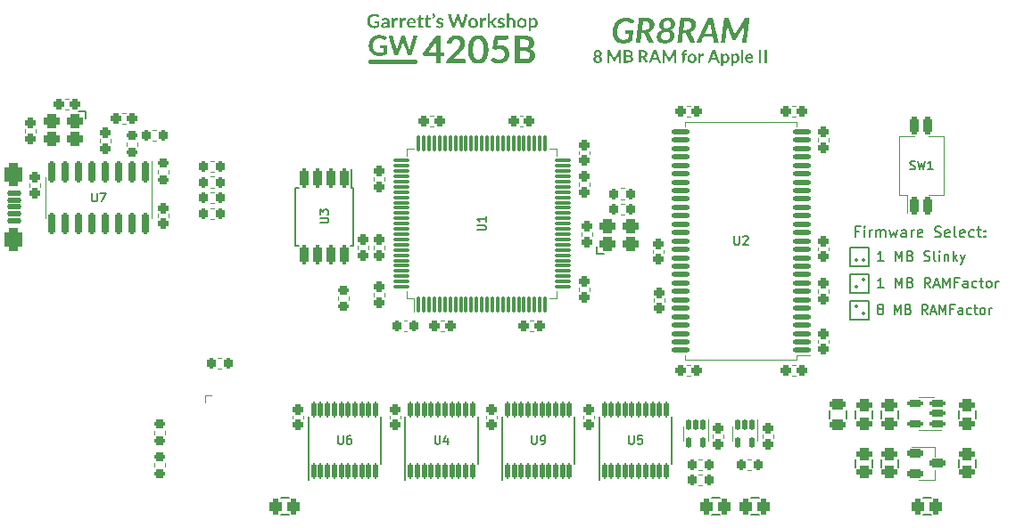
<source format=gto>
G04 #@! TF.GenerationSoftware,KiCad,Pcbnew,7.0.10*
G04 #@! TF.CreationDate,2024-03-18T20:49:12-04:00*
G04 #@! TF.ProjectId,GR8RAM,47523852-414d-42e6-9b69-6361645f7063,1.0*
G04 #@! TF.SameCoordinates,Original*
G04 #@! TF.FileFunction,Legend,Top*
G04 #@! TF.FilePolarity,Positive*
%FSLAX46Y46*%
G04 Gerber Fmt 4.6, Leading zero omitted, Abs format (unit mm)*
G04 Created by KiCad (PCBNEW 7.0.10) date 2024-03-18 20:49:12*
%MOMM*%
%LPD*%
G01*
G04 APERTURE LIST*
G04 Aperture macros list*
%AMRoundRect*
0 Rectangle with rounded corners*
0 $1 Rounding radius*
0 $2 $3 $4 $5 $6 $7 $8 $9 X,Y pos of 4 corners*
0 Add a 4 corners polygon primitive as box body*
4,1,4,$2,$3,$4,$5,$6,$7,$8,$9,$2,$3,0*
0 Add four circle primitives for the rounded corners*
1,1,$1+$1,$2,$3*
1,1,$1+$1,$4,$5*
1,1,$1+$1,$6,$7*
1,1,$1+$1,$8,$9*
0 Add four rect primitives between the rounded corners*
20,1,$1+$1,$2,$3,$4,$5,0*
20,1,$1+$1,$4,$5,$6,$7,0*
20,1,$1+$1,$6,$7,$8,$9,0*
20,1,$1+$1,$8,$9,$2,$3,0*%
G04 Aperture macros list end*
%ADD10C,0.203200*%
%ADD11C,0.350000*%
%ADD12C,0.120000*%
%ADD13C,0.152400*%
%ADD14C,0.150000*%
%ADD15C,0.000000*%
%ADD16RoundRect,0.120000X-0.595000X0.120000X-0.595000X-0.120000X0.595000X-0.120000X0.595000X0.120000X0*%
%ADD17RoundRect,0.475000X-0.525000X0.475000X-0.525000X-0.475000X0.525000X-0.475000X0.525000X0.475000X0*%
%ADD18RoundRect,0.425000X-0.425000X0.675000X-0.425000X-0.675000X0.425000X-0.675000X0.425000X0.675000X0*%
%ADD19RoundRect,0.500000X-0.500000X0.500000X-0.500000X-0.500000X0.500000X-0.500000X0.500000X0.500000X0*%
%ADD20RoundRect,0.237500X-0.287500X0.237500X-0.287500X-0.237500X0.287500X-0.237500X0.287500X0.237500X0*%
%ADD21RoundRect,0.215000X0.215000X-0.597000X0.215000X0.597000X-0.215000X0.597000X-0.215000X-0.597000X0*%
%ADD22RoundRect,0.200000X-0.200000X-0.325000X0.200000X-0.325000X0.200000X0.325000X-0.200000X0.325000X0*%
%ADD23RoundRect,0.287500X0.287500X0.462500X-0.287500X0.462500X-0.287500X-0.462500X0.287500X-0.462500X0*%
%ADD24C,2.000000*%
%ADD25RoundRect,0.237500X-0.512500X0.237500X-0.512500X-0.237500X0.512500X-0.237500X0.512500X0.237500X0*%
%ADD26RoundRect,0.237500X0.287500X-0.237500X0.287500X0.237500X-0.287500X0.237500X-0.287500X-0.237500X0*%
%ADD27RoundRect,0.124500X0.124500X-0.624500X0.124500X0.624500X-0.124500X0.624500X-0.124500X-0.624500X0*%
%ADD28RoundRect,0.200000X0.200000X0.325000X-0.200000X0.325000X-0.200000X-0.325000X0.200000X-0.325000X0*%
%ADD29RoundRect,0.120000X-0.120000X0.420000X-0.120000X-0.420000X0.120000X-0.420000X0.120000X0.420000X0*%
%ADD30RoundRect,0.287500X0.462500X-0.287500X0.462500X0.287500X-0.462500X0.287500X-0.462500X-0.287500X0*%
%ADD31RoundRect,0.200000X0.325000X-0.200000X0.325000X0.200000X-0.325000X0.200000X-0.325000X-0.200000X0*%
%ADD32RoundRect,0.187500X0.537500X0.187500X-0.537500X0.187500X-0.537500X-0.187500X0.537500X-0.187500X0*%
%ADD33RoundRect,0.087000X0.087000X-0.674500X0.087000X0.674500X-0.087000X0.674500X-0.087000X-0.674500X0*%
%ADD34RoundRect,0.087000X0.674500X-0.087000X0.674500X0.087000X-0.674500X0.087000X-0.674500X-0.087000X0*%
%ADD35RoundRect,0.237500X0.237500X0.287500X-0.237500X0.287500X-0.237500X-0.287500X0.237500X-0.287500X0*%
%ADD36RoundRect,0.419100X0.419100X3.327100X-0.419100X3.327100X-0.419100X-3.327100X0.419100X-3.327100X0*%
%ADD37C,2.152400*%
%ADD38RoundRect,0.200000X-0.325000X0.200000X-0.325000X-0.200000X0.325000X-0.200000X0.325000X0.200000X0*%
%ADD39C,1.448000*%
%ADD40RoundRect,0.225000X-0.500000X-0.225000X0.500000X-0.225000X0.500000X0.225000X-0.500000X0.225000X0*%
%ADD41RoundRect,0.325000X0.425000X0.325000X-0.425000X0.325000X-0.425000X-0.325000X0.425000X-0.325000X0*%
%ADD42RoundRect,0.175000X-0.175000X0.850000X-0.175000X-0.850000X0.175000X-0.850000X0.175000X0.850000X0*%
%ADD43RoundRect,0.237500X-0.237500X-0.287500X0.237500X-0.287500X0.237500X0.287500X-0.237500X0.287500X0*%
%ADD44RoundRect,0.139500X0.665500X0.139500X-0.665500X0.139500X-0.665500X-0.139500X0.665500X-0.139500X0*%
%ADD45RoundRect,0.325000X-0.425000X-0.325000X0.425000X-0.325000X0.425000X0.325000X-0.425000X0.325000X0*%
%ADD46RoundRect,0.200000X-0.200000X0.700000X-0.200000X-0.700000X0.200000X-0.700000X0.200000X0.700000X0*%
%ADD47C,2.527300*%
%ADD48C,1.143000*%
%ADD49C,0.939800*%
%ADD50RoundRect,0.287500X-0.287500X-0.462500X0.287500X-0.462500X0.287500X0.462500X-0.287500X0.462500X0*%
G04 APERTURE END LIST*
D10*
X129032000Y-110490000D02*
X129032000Y-108712000D01*
X129032000Y-107950000D02*
X129032000Y-106172000D01*
D11*
X130238550Y-104838500D02*
X130238650Y-104838500D01*
D10*
X130810000Y-105410000D02*
X130810000Y-103632000D01*
X130810000Y-108712000D02*
X129032000Y-108712000D01*
D11*
X130238550Y-109918500D02*
X130238650Y-109918500D01*
X129603400Y-109283500D02*
X129603500Y-109283500D01*
D10*
X130810000Y-107950000D02*
X130810000Y-106172000D01*
X129032000Y-107950000D02*
X130810000Y-107950000D01*
X129032000Y-105410000D02*
X129032000Y-103632000D01*
X130810000Y-103632000D02*
X129032000Y-103632000D01*
D11*
X130238400Y-106743500D02*
X130238500Y-106743500D01*
D10*
X130810000Y-106172000D02*
X129032000Y-106172000D01*
X129032000Y-110490000D02*
X130810000Y-110490000D01*
X129032000Y-105410000D02*
X130810000Y-105410000D01*
X130810000Y-110490000D02*
X130810000Y-108712000D01*
D11*
X129603400Y-104838500D02*
X129603500Y-104838500D01*
X129603400Y-107378500D02*
X129603500Y-107378500D01*
D10*
X129830286Y-102162263D02*
X129491619Y-102162263D01*
X129491619Y-102694453D02*
X129491619Y-101678453D01*
X129491619Y-101678453D02*
X129975429Y-101678453D01*
X130362476Y-102694453D02*
X130362476Y-102017120D01*
X130362476Y-101678453D02*
X130314095Y-101726834D01*
X130314095Y-101726834D02*
X130362476Y-101775215D01*
X130362476Y-101775215D02*
X130410857Y-101726834D01*
X130410857Y-101726834D02*
X130362476Y-101678453D01*
X130362476Y-101678453D02*
X130362476Y-101775215D01*
X130846286Y-102694453D02*
X130846286Y-102017120D01*
X130846286Y-102210644D02*
X130894667Y-102113882D01*
X130894667Y-102113882D02*
X130943048Y-102065501D01*
X130943048Y-102065501D02*
X131039810Y-102017120D01*
X131039810Y-102017120D02*
X131136572Y-102017120D01*
X131475238Y-102694453D02*
X131475238Y-102017120D01*
X131475238Y-102113882D02*
X131523619Y-102065501D01*
X131523619Y-102065501D02*
X131620381Y-102017120D01*
X131620381Y-102017120D02*
X131765524Y-102017120D01*
X131765524Y-102017120D02*
X131862286Y-102065501D01*
X131862286Y-102065501D02*
X131910667Y-102162263D01*
X131910667Y-102162263D02*
X131910667Y-102694453D01*
X131910667Y-102162263D02*
X131959048Y-102065501D01*
X131959048Y-102065501D02*
X132055810Y-102017120D01*
X132055810Y-102017120D02*
X132200953Y-102017120D01*
X132200953Y-102017120D02*
X132297714Y-102065501D01*
X132297714Y-102065501D02*
X132346095Y-102162263D01*
X132346095Y-102162263D02*
X132346095Y-102694453D01*
X132733143Y-102017120D02*
X132926667Y-102694453D01*
X132926667Y-102694453D02*
X133120191Y-102210644D01*
X133120191Y-102210644D02*
X133313715Y-102694453D01*
X133313715Y-102694453D02*
X133507239Y-102017120D01*
X134329715Y-102694453D02*
X134329715Y-102162263D01*
X134329715Y-102162263D02*
X134281334Y-102065501D01*
X134281334Y-102065501D02*
X134184572Y-102017120D01*
X134184572Y-102017120D02*
X133991048Y-102017120D01*
X133991048Y-102017120D02*
X133894286Y-102065501D01*
X134329715Y-102646073D02*
X134232953Y-102694453D01*
X134232953Y-102694453D02*
X133991048Y-102694453D01*
X133991048Y-102694453D02*
X133894286Y-102646073D01*
X133894286Y-102646073D02*
X133845905Y-102549311D01*
X133845905Y-102549311D02*
X133845905Y-102452549D01*
X133845905Y-102452549D02*
X133894286Y-102355787D01*
X133894286Y-102355787D02*
X133991048Y-102307406D01*
X133991048Y-102307406D02*
X134232953Y-102307406D01*
X134232953Y-102307406D02*
X134329715Y-102259025D01*
X134813524Y-102694453D02*
X134813524Y-102017120D01*
X134813524Y-102210644D02*
X134861905Y-102113882D01*
X134861905Y-102113882D02*
X134910286Y-102065501D01*
X134910286Y-102065501D02*
X135007048Y-102017120D01*
X135007048Y-102017120D02*
X135103810Y-102017120D01*
X135829524Y-102646073D02*
X135732762Y-102694453D01*
X135732762Y-102694453D02*
X135539238Y-102694453D01*
X135539238Y-102694453D02*
X135442476Y-102646073D01*
X135442476Y-102646073D02*
X135394095Y-102549311D01*
X135394095Y-102549311D02*
X135394095Y-102162263D01*
X135394095Y-102162263D02*
X135442476Y-102065501D01*
X135442476Y-102065501D02*
X135539238Y-102017120D01*
X135539238Y-102017120D02*
X135732762Y-102017120D01*
X135732762Y-102017120D02*
X135829524Y-102065501D01*
X135829524Y-102065501D02*
X135877905Y-102162263D01*
X135877905Y-102162263D02*
X135877905Y-102259025D01*
X135877905Y-102259025D02*
X135394095Y-102355787D01*
X137039047Y-102646073D02*
X137184190Y-102694453D01*
X137184190Y-102694453D02*
X137426095Y-102694453D01*
X137426095Y-102694453D02*
X137522857Y-102646073D01*
X137522857Y-102646073D02*
X137571238Y-102597692D01*
X137571238Y-102597692D02*
X137619619Y-102500930D01*
X137619619Y-102500930D02*
X137619619Y-102404168D01*
X137619619Y-102404168D02*
X137571238Y-102307406D01*
X137571238Y-102307406D02*
X137522857Y-102259025D01*
X137522857Y-102259025D02*
X137426095Y-102210644D01*
X137426095Y-102210644D02*
X137232571Y-102162263D01*
X137232571Y-102162263D02*
X137135809Y-102113882D01*
X137135809Y-102113882D02*
X137087428Y-102065501D01*
X137087428Y-102065501D02*
X137039047Y-101968739D01*
X137039047Y-101968739D02*
X137039047Y-101871977D01*
X137039047Y-101871977D02*
X137087428Y-101775215D01*
X137087428Y-101775215D02*
X137135809Y-101726834D01*
X137135809Y-101726834D02*
X137232571Y-101678453D01*
X137232571Y-101678453D02*
X137474476Y-101678453D01*
X137474476Y-101678453D02*
X137619619Y-101726834D01*
X138442095Y-102646073D02*
X138345333Y-102694453D01*
X138345333Y-102694453D02*
X138151809Y-102694453D01*
X138151809Y-102694453D02*
X138055047Y-102646073D01*
X138055047Y-102646073D02*
X138006666Y-102549311D01*
X138006666Y-102549311D02*
X138006666Y-102162263D01*
X138006666Y-102162263D02*
X138055047Y-102065501D01*
X138055047Y-102065501D02*
X138151809Y-102017120D01*
X138151809Y-102017120D02*
X138345333Y-102017120D01*
X138345333Y-102017120D02*
X138442095Y-102065501D01*
X138442095Y-102065501D02*
X138490476Y-102162263D01*
X138490476Y-102162263D02*
X138490476Y-102259025D01*
X138490476Y-102259025D02*
X138006666Y-102355787D01*
X139071047Y-102694453D02*
X138974285Y-102646073D01*
X138974285Y-102646073D02*
X138925904Y-102549311D01*
X138925904Y-102549311D02*
X138925904Y-101678453D01*
X139845142Y-102646073D02*
X139748380Y-102694453D01*
X139748380Y-102694453D02*
X139554856Y-102694453D01*
X139554856Y-102694453D02*
X139458094Y-102646073D01*
X139458094Y-102646073D02*
X139409713Y-102549311D01*
X139409713Y-102549311D02*
X139409713Y-102162263D01*
X139409713Y-102162263D02*
X139458094Y-102065501D01*
X139458094Y-102065501D02*
X139554856Y-102017120D01*
X139554856Y-102017120D02*
X139748380Y-102017120D01*
X139748380Y-102017120D02*
X139845142Y-102065501D01*
X139845142Y-102065501D02*
X139893523Y-102162263D01*
X139893523Y-102162263D02*
X139893523Y-102259025D01*
X139893523Y-102259025D02*
X139409713Y-102355787D01*
X140764380Y-102646073D02*
X140667618Y-102694453D01*
X140667618Y-102694453D02*
X140474094Y-102694453D01*
X140474094Y-102694453D02*
X140377332Y-102646073D01*
X140377332Y-102646073D02*
X140328951Y-102597692D01*
X140328951Y-102597692D02*
X140280570Y-102500930D01*
X140280570Y-102500930D02*
X140280570Y-102210644D01*
X140280570Y-102210644D02*
X140328951Y-102113882D01*
X140328951Y-102113882D02*
X140377332Y-102065501D01*
X140377332Y-102065501D02*
X140474094Y-102017120D01*
X140474094Y-102017120D02*
X140667618Y-102017120D01*
X140667618Y-102017120D02*
X140764380Y-102065501D01*
X141054665Y-102017120D02*
X141441713Y-102017120D01*
X141199808Y-101678453D02*
X141199808Y-102549311D01*
X141199808Y-102549311D02*
X141248189Y-102646073D01*
X141248189Y-102646073D02*
X141344951Y-102694453D01*
X141344951Y-102694453D02*
X141441713Y-102694453D01*
X141780379Y-102597692D02*
X141828760Y-102646073D01*
X141828760Y-102646073D02*
X141780379Y-102694453D01*
X141780379Y-102694453D02*
X141731998Y-102646073D01*
X141731998Y-102646073D02*
X141780379Y-102597692D01*
X141780379Y-102597692D02*
X141780379Y-102694453D01*
X141780379Y-102065501D02*
X141828760Y-102113882D01*
X141828760Y-102113882D02*
X141780379Y-102162263D01*
X141780379Y-102162263D02*
X141731998Y-102113882D01*
X141731998Y-102113882D02*
X141780379Y-102065501D01*
X141780379Y-102065501D02*
X141780379Y-102162263D01*
X132177398Y-104951078D02*
X131633112Y-104951078D01*
X131905255Y-104951078D02*
X131905255Y-103998578D01*
X131905255Y-103998578D02*
X131814541Y-104134649D01*
X131814541Y-104134649D02*
X131723826Y-104225363D01*
X131723826Y-104225363D02*
X131633112Y-104270721D01*
X133311326Y-104951078D02*
X133311326Y-103998578D01*
X133311326Y-103998578D02*
X133628826Y-104678935D01*
X133628826Y-104678935D02*
X133946326Y-103998578D01*
X133946326Y-103998578D02*
X133946326Y-104951078D01*
X134717397Y-104452149D02*
X134853469Y-104497506D01*
X134853469Y-104497506D02*
X134898826Y-104542863D01*
X134898826Y-104542863D02*
X134944183Y-104633578D01*
X134944183Y-104633578D02*
X134944183Y-104769649D01*
X134944183Y-104769649D02*
X134898826Y-104860363D01*
X134898826Y-104860363D02*
X134853469Y-104905721D01*
X134853469Y-104905721D02*
X134762754Y-104951078D01*
X134762754Y-104951078D02*
X134399897Y-104951078D01*
X134399897Y-104951078D02*
X134399897Y-103998578D01*
X134399897Y-103998578D02*
X134717397Y-103998578D01*
X134717397Y-103998578D02*
X134808112Y-104043935D01*
X134808112Y-104043935D02*
X134853469Y-104089292D01*
X134853469Y-104089292D02*
X134898826Y-104180006D01*
X134898826Y-104180006D02*
X134898826Y-104270721D01*
X134898826Y-104270721D02*
X134853469Y-104361435D01*
X134853469Y-104361435D02*
X134808112Y-104406792D01*
X134808112Y-104406792D02*
X134717397Y-104452149D01*
X134717397Y-104452149D02*
X134399897Y-104452149D01*
X136032754Y-104905721D02*
X136168826Y-104951078D01*
X136168826Y-104951078D02*
X136395611Y-104951078D01*
X136395611Y-104951078D02*
X136486326Y-104905721D01*
X136486326Y-104905721D02*
X136531683Y-104860363D01*
X136531683Y-104860363D02*
X136577040Y-104769649D01*
X136577040Y-104769649D02*
X136577040Y-104678935D01*
X136577040Y-104678935D02*
X136531683Y-104588221D01*
X136531683Y-104588221D02*
X136486326Y-104542863D01*
X136486326Y-104542863D02*
X136395611Y-104497506D01*
X136395611Y-104497506D02*
X136214183Y-104452149D01*
X136214183Y-104452149D02*
X136123468Y-104406792D01*
X136123468Y-104406792D02*
X136078111Y-104361435D01*
X136078111Y-104361435D02*
X136032754Y-104270721D01*
X136032754Y-104270721D02*
X136032754Y-104180006D01*
X136032754Y-104180006D02*
X136078111Y-104089292D01*
X136078111Y-104089292D02*
X136123468Y-104043935D01*
X136123468Y-104043935D02*
X136214183Y-103998578D01*
X136214183Y-103998578D02*
X136440968Y-103998578D01*
X136440968Y-103998578D02*
X136577040Y-104043935D01*
X137121326Y-104951078D02*
X137030611Y-104905721D01*
X137030611Y-104905721D02*
X136985254Y-104815006D01*
X136985254Y-104815006D02*
X136985254Y-103998578D01*
X137484183Y-104951078D02*
X137484183Y-104316078D01*
X137484183Y-103998578D02*
X137438826Y-104043935D01*
X137438826Y-104043935D02*
X137484183Y-104089292D01*
X137484183Y-104089292D02*
X137529540Y-104043935D01*
X137529540Y-104043935D02*
X137484183Y-103998578D01*
X137484183Y-103998578D02*
X137484183Y-104089292D01*
X137937754Y-104316078D02*
X137937754Y-104951078D01*
X137937754Y-104406792D02*
X137983111Y-104361435D01*
X137983111Y-104361435D02*
X138073826Y-104316078D01*
X138073826Y-104316078D02*
X138209897Y-104316078D01*
X138209897Y-104316078D02*
X138300611Y-104361435D01*
X138300611Y-104361435D02*
X138345969Y-104452149D01*
X138345969Y-104452149D02*
X138345969Y-104951078D01*
X138799540Y-104951078D02*
X138799540Y-103998578D01*
X138890255Y-104588221D02*
X139162397Y-104951078D01*
X139162397Y-104316078D02*
X138799540Y-104678935D01*
X139479897Y-104316078D02*
X139706683Y-104951078D01*
X139933468Y-104316078D02*
X139706683Y-104951078D01*
X139706683Y-104951078D02*
X139615968Y-105177863D01*
X139615968Y-105177863D02*
X139570611Y-105223221D01*
X139570611Y-105223221D02*
X139479897Y-105268578D01*
X131794541Y-109486792D02*
X131708826Y-109441435D01*
X131708826Y-109441435D02*
X131665969Y-109396078D01*
X131665969Y-109396078D02*
X131623112Y-109305363D01*
X131623112Y-109305363D02*
X131623112Y-109260006D01*
X131623112Y-109260006D02*
X131665969Y-109169292D01*
X131665969Y-109169292D02*
X131708826Y-109123935D01*
X131708826Y-109123935D02*
X131794541Y-109078578D01*
X131794541Y-109078578D02*
X131965969Y-109078578D01*
X131965969Y-109078578D02*
X132051684Y-109123935D01*
X132051684Y-109123935D02*
X132094541Y-109169292D01*
X132094541Y-109169292D02*
X132137398Y-109260006D01*
X132137398Y-109260006D02*
X132137398Y-109305363D01*
X132137398Y-109305363D02*
X132094541Y-109396078D01*
X132094541Y-109396078D02*
X132051684Y-109441435D01*
X132051684Y-109441435D02*
X131965969Y-109486792D01*
X131965969Y-109486792D02*
X131794541Y-109486792D01*
X131794541Y-109486792D02*
X131708826Y-109532149D01*
X131708826Y-109532149D02*
X131665969Y-109577506D01*
X131665969Y-109577506D02*
X131623112Y-109668221D01*
X131623112Y-109668221D02*
X131623112Y-109849649D01*
X131623112Y-109849649D02*
X131665969Y-109940363D01*
X131665969Y-109940363D02*
X131708826Y-109985721D01*
X131708826Y-109985721D02*
X131794541Y-110031078D01*
X131794541Y-110031078D02*
X131965969Y-110031078D01*
X131965969Y-110031078D02*
X132051684Y-109985721D01*
X132051684Y-109985721D02*
X132094541Y-109940363D01*
X132094541Y-109940363D02*
X132137398Y-109849649D01*
X132137398Y-109849649D02*
X132137398Y-109668221D01*
X132137398Y-109668221D02*
X132094541Y-109577506D01*
X132094541Y-109577506D02*
X132051684Y-109532149D01*
X132051684Y-109532149D02*
X131965969Y-109486792D01*
X133208826Y-110031078D02*
X133208826Y-109078578D01*
X133208826Y-109078578D02*
X133508826Y-109758935D01*
X133508826Y-109758935D02*
X133808826Y-109078578D01*
X133808826Y-109078578D02*
X133808826Y-110031078D01*
X134537397Y-109532149D02*
X134665969Y-109577506D01*
X134665969Y-109577506D02*
X134708826Y-109622863D01*
X134708826Y-109622863D02*
X134751683Y-109713578D01*
X134751683Y-109713578D02*
X134751683Y-109849649D01*
X134751683Y-109849649D02*
X134708826Y-109940363D01*
X134708826Y-109940363D02*
X134665969Y-109985721D01*
X134665969Y-109985721D02*
X134580254Y-110031078D01*
X134580254Y-110031078D02*
X134237397Y-110031078D01*
X134237397Y-110031078D02*
X134237397Y-109078578D01*
X134237397Y-109078578D02*
X134537397Y-109078578D01*
X134537397Y-109078578D02*
X134623112Y-109123935D01*
X134623112Y-109123935D02*
X134665969Y-109169292D01*
X134665969Y-109169292D02*
X134708826Y-109260006D01*
X134708826Y-109260006D02*
X134708826Y-109350721D01*
X134708826Y-109350721D02*
X134665969Y-109441435D01*
X134665969Y-109441435D02*
X134623112Y-109486792D01*
X134623112Y-109486792D02*
X134537397Y-109532149D01*
X134537397Y-109532149D02*
X134237397Y-109532149D01*
X136337397Y-110031078D02*
X136037397Y-109577506D01*
X135823111Y-110031078D02*
X135823111Y-109078578D01*
X135823111Y-109078578D02*
X136165968Y-109078578D01*
X136165968Y-109078578D02*
X136251683Y-109123935D01*
X136251683Y-109123935D02*
X136294540Y-109169292D01*
X136294540Y-109169292D02*
X136337397Y-109260006D01*
X136337397Y-109260006D02*
X136337397Y-109396078D01*
X136337397Y-109396078D02*
X136294540Y-109486792D01*
X136294540Y-109486792D02*
X136251683Y-109532149D01*
X136251683Y-109532149D02*
X136165968Y-109577506D01*
X136165968Y-109577506D02*
X135823111Y-109577506D01*
X136680254Y-109758935D02*
X137108826Y-109758935D01*
X136594540Y-110031078D02*
X136894540Y-109078578D01*
X136894540Y-109078578D02*
X137194540Y-110031078D01*
X137494540Y-110031078D02*
X137494540Y-109078578D01*
X137494540Y-109078578D02*
X137794540Y-109758935D01*
X137794540Y-109758935D02*
X138094540Y-109078578D01*
X138094540Y-109078578D02*
X138094540Y-110031078D01*
X138823111Y-109532149D02*
X138523111Y-109532149D01*
X138523111Y-110031078D02*
X138523111Y-109078578D01*
X138523111Y-109078578D02*
X138951683Y-109078578D01*
X139680255Y-110031078D02*
X139680255Y-109532149D01*
X139680255Y-109532149D02*
X139637397Y-109441435D01*
X139637397Y-109441435D02*
X139551683Y-109396078D01*
X139551683Y-109396078D02*
X139380255Y-109396078D01*
X139380255Y-109396078D02*
X139294540Y-109441435D01*
X139680255Y-109985721D02*
X139594540Y-110031078D01*
X139594540Y-110031078D02*
X139380255Y-110031078D01*
X139380255Y-110031078D02*
X139294540Y-109985721D01*
X139294540Y-109985721D02*
X139251683Y-109895006D01*
X139251683Y-109895006D02*
X139251683Y-109804292D01*
X139251683Y-109804292D02*
X139294540Y-109713578D01*
X139294540Y-109713578D02*
X139380255Y-109668221D01*
X139380255Y-109668221D02*
X139594540Y-109668221D01*
X139594540Y-109668221D02*
X139680255Y-109622863D01*
X140494541Y-109985721D02*
X140408826Y-110031078D01*
X140408826Y-110031078D02*
X140237398Y-110031078D01*
X140237398Y-110031078D02*
X140151683Y-109985721D01*
X140151683Y-109985721D02*
X140108826Y-109940363D01*
X140108826Y-109940363D02*
X140065969Y-109849649D01*
X140065969Y-109849649D02*
X140065969Y-109577506D01*
X140065969Y-109577506D02*
X140108826Y-109486792D01*
X140108826Y-109486792D02*
X140151683Y-109441435D01*
X140151683Y-109441435D02*
X140237398Y-109396078D01*
X140237398Y-109396078D02*
X140408826Y-109396078D01*
X140408826Y-109396078D02*
X140494541Y-109441435D01*
X140751684Y-109396078D02*
X141094541Y-109396078D01*
X140880255Y-109078578D02*
X140880255Y-109895006D01*
X140880255Y-109895006D02*
X140923112Y-109985721D01*
X140923112Y-109985721D02*
X141008827Y-110031078D01*
X141008827Y-110031078D02*
X141094541Y-110031078D01*
X141523113Y-110031078D02*
X141437398Y-109985721D01*
X141437398Y-109985721D02*
X141394541Y-109940363D01*
X141394541Y-109940363D02*
X141351684Y-109849649D01*
X141351684Y-109849649D02*
X141351684Y-109577506D01*
X141351684Y-109577506D02*
X141394541Y-109486792D01*
X141394541Y-109486792D02*
X141437398Y-109441435D01*
X141437398Y-109441435D02*
X141523113Y-109396078D01*
X141523113Y-109396078D02*
X141651684Y-109396078D01*
X141651684Y-109396078D02*
X141737398Y-109441435D01*
X141737398Y-109441435D02*
X141780256Y-109486792D01*
X141780256Y-109486792D02*
X141823113Y-109577506D01*
X141823113Y-109577506D02*
X141823113Y-109849649D01*
X141823113Y-109849649D02*
X141780256Y-109940363D01*
X141780256Y-109940363D02*
X141737398Y-109985721D01*
X141737398Y-109985721D02*
X141651684Y-110031078D01*
X141651684Y-110031078D02*
X141523113Y-110031078D01*
X142208827Y-110031078D02*
X142208827Y-109396078D01*
X142208827Y-109577506D02*
X142251684Y-109486792D01*
X142251684Y-109486792D02*
X142294542Y-109441435D01*
X142294542Y-109441435D02*
X142380256Y-109396078D01*
X142380256Y-109396078D02*
X142465970Y-109396078D01*
X132177398Y-107466790D02*
X131633112Y-107466790D01*
X131905255Y-107466790D02*
X131905255Y-106566790D01*
X131905255Y-106566790D02*
X131814541Y-106695361D01*
X131814541Y-106695361D02*
X131723826Y-106781075D01*
X131723826Y-106781075D02*
X131633112Y-106823933D01*
X133311326Y-107466790D02*
X133311326Y-106566790D01*
X133311326Y-106566790D02*
X133628826Y-107209647D01*
X133628826Y-107209647D02*
X133946326Y-106566790D01*
X133946326Y-106566790D02*
X133946326Y-107466790D01*
X134717397Y-106995361D02*
X134853469Y-107038218D01*
X134853469Y-107038218D02*
X134898826Y-107081075D01*
X134898826Y-107081075D02*
X134944183Y-107166790D01*
X134944183Y-107166790D02*
X134944183Y-107295361D01*
X134944183Y-107295361D02*
X134898826Y-107381075D01*
X134898826Y-107381075D02*
X134853469Y-107423933D01*
X134853469Y-107423933D02*
X134762754Y-107466790D01*
X134762754Y-107466790D02*
X134399897Y-107466790D01*
X134399897Y-107466790D02*
X134399897Y-106566790D01*
X134399897Y-106566790D02*
X134717397Y-106566790D01*
X134717397Y-106566790D02*
X134808112Y-106609647D01*
X134808112Y-106609647D02*
X134853469Y-106652504D01*
X134853469Y-106652504D02*
X134898826Y-106738218D01*
X134898826Y-106738218D02*
X134898826Y-106823933D01*
X134898826Y-106823933D02*
X134853469Y-106909647D01*
X134853469Y-106909647D02*
X134808112Y-106952504D01*
X134808112Y-106952504D02*
X134717397Y-106995361D01*
X134717397Y-106995361D02*
X134399897Y-106995361D01*
X136622397Y-107466790D02*
X136304897Y-107038218D01*
X136078111Y-107466790D02*
X136078111Y-106566790D01*
X136078111Y-106566790D02*
X136440968Y-106566790D01*
X136440968Y-106566790D02*
X136531683Y-106609647D01*
X136531683Y-106609647D02*
X136577040Y-106652504D01*
X136577040Y-106652504D02*
X136622397Y-106738218D01*
X136622397Y-106738218D02*
X136622397Y-106866790D01*
X136622397Y-106866790D02*
X136577040Y-106952504D01*
X136577040Y-106952504D02*
X136531683Y-106995361D01*
X136531683Y-106995361D02*
X136440968Y-107038218D01*
X136440968Y-107038218D02*
X136078111Y-107038218D01*
X136985254Y-107209647D02*
X137438826Y-107209647D01*
X136894540Y-107466790D02*
X137212040Y-106566790D01*
X137212040Y-106566790D02*
X137529540Y-107466790D01*
X137847040Y-107466790D02*
X137847040Y-106566790D01*
X137847040Y-106566790D02*
X138164540Y-107209647D01*
X138164540Y-107209647D02*
X138482040Y-106566790D01*
X138482040Y-106566790D02*
X138482040Y-107466790D01*
X139253111Y-106995361D02*
X138935611Y-106995361D01*
X138935611Y-107466790D02*
X138935611Y-106566790D01*
X138935611Y-106566790D02*
X139389183Y-106566790D01*
X140160255Y-107466790D02*
X140160255Y-106995361D01*
X140160255Y-106995361D02*
X140114897Y-106909647D01*
X140114897Y-106909647D02*
X140024183Y-106866790D01*
X140024183Y-106866790D02*
X139842755Y-106866790D01*
X139842755Y-106866790D02*
X139752040Y-106909647D01*
X140160255Y-107423933D02*
X140069540Y-107466790D01*
X140069540Y-107466790D02*
X139842755Y-107466790D01*
X139842755Y-107466790D02*
X139752040Y-107423933D01*
X139752040Y-107423933D02*
X139706683Y-107338218D01*
X139706683Y-107338218D02*
X139706683Y-107252504D01*
X139706683Y-107252504D02*
X139752040Y-107166790D01*
X139752040Y-107166790D02*
X139842755Y-107123933D01*
X139842755Y-107123933D02*
X140069540Y-107123933D01*
X140069540Y-107123933D02*
X140160255Y-107081075D01*
X141022041Y-107423933D02*
X140931326Y-107466790D01*
X140931326Y-107466790D02*
X140749898Y-107466790D01*
X140749898Y-107466790D02*
X140659183Y-107423933D01*
X140659183Y-107423933D02*
X140613826Y-107381075D01*
X140613826Y-107381075D02*
X140568469Y-107295361D01*
X140568469Y-107295361D02*
X140568469Y-107038218D01*
X140568469Y-107038218D02*
X140613826Y-106952504D01*
X140613826Y-106952504D02*
X140659183Y-106909647D01*
X140659183Y-106909647D02*
X140749898Y-106866790D01*
X140749898Y-106866790D02*
X140931326Y-106866790D01*
X140931326Y-106866790D02*
X141022041Y-106909647D01*
X141294184Y-106866790D02*
X141657041Y-106866790D01*
X141430255Y-106566790D02*
X141430255Y-107338218D01*
X141430255Y-107338218D02*
X141475612Y-107423933D01*
X141475612Y-107423933D02*
X141566327Y-107466790D01*
X141566327Y-107466790D02*
X141657041Y-107466790D01*
X142110613Y-107466790D02*
X142019898Y-107423933D01*
X142019898Y-107423933D02*
X141974541Y-107381075D01*
X141974541Y-107381075D02*
X141929184Y-107295361D01*
X141929184Y-107295361D02*
X141929184Y-107038218D01*
X141929184Y-107038218D02*
X141974541Y-106952504D01*
X141974541Y-106952504D02*
X142019898Y-106909647D01*
X142019898Y-106909647D02*
X142110613Y-106866790D01*
X142110613Y-106866790D02*
X142246684Y-106866790D01*
X142246684Y-106866790D02*
X142337398Y-106909647D01*
X142337398Y-106909647D02*
X142382756Y-106952504D01*
X142382756Y-106952504D02*
X142428113Y-107038218D01*
X142428113Y-107038218D02*
X142428113Y-107295361D01*
X142428113Y-107295361D02*
X142382756Y-107381075D01*
X142382756Y-107381075D02*
X142337398Y-107423933D01*
X142337398Y-107423933D02*
X142246684Y-107466790D01*
X142246684Y-107466790D02*
X142110613Y-107466790D01*
X142836327Y-107466790D02*
X142836327Y-106866790D01*
X142836327Y-107038218D02*
X142881684Y-106952504D01*
X142881684Y-106952504D02*
X142927042Y-106909647D01*
X142927042Y-106909647D02*
X143017756Y-106866790D01*
X143017756Y-106866790D02*
X143108470Y-106866790D01*
X134679267Y-96211745D02*
X134795381Y-96250449D01*
X134795381Y-96250449D02*
X134988905Y-96250449D01*
X134988905Y-96250449D02*
X135066314Y-96211745D01*
X135066314Y-96211745D02*
X135105019Y-96173040D01*
X135105019Y-96173040D02*
X135143724Y-96095630D01*
X135143724Y-96095630D02*
X135143724Y-96018221D01*
X135143724Y-96018221D02*
X135105019Y-95940811D01*
X135105019Y-95940811D02*
X135066314Y-95902106D01*
X135066314Y-95902106D02*
X134988905Y-95863402D01*
X134988905Y-95863402D02*
X134834086Y-95824697D01*
X134834086Y-95824697D02*
X134756676Y-95785992D01*
X134756676Y-95785992D02*
X134717971Y-95747287D01*
X134717971Y-95747287D02*
X134679267Y-95669878D01*
X134679267Y-95669878D02*
X134679267Y-95592468D01*
X134679267Y-95592468D02*
X134717971Y-95515059D01*
X134717971Y-95515059D02*
X134756676Y-95476354D01*
X134756676Y-95476354D02*
X134834086Y-95437649D01*
X134834086Y-95437649D02*
X135027609Y-95437649D01*
X135027609Y-95437649D02*
X135143724Y-95476354D01*
X135414657Y-95437649D02*
X135608181Y-96250449D01*
X135608181Y-96250449D02*
X135763000Y-95669878D01*
X135763000Y-95669878D02*
X135917819Y-96250449D01*
X135917819Y-96250449D02*
X136111343Y-95437649D01*
X136846733Y-96250449D02*
X136382276Y-96250449D01*
X136614504Y-96250449D02*
X136614504Y-95437649D01*
X136614504Y-95437649D02*
X136537095Y-95553764D01*
X136537095Y-95553764D02*
X136459685Y-95631173D01*
X136459685Y-95631173D02*
X136382276Y-95669878D01*
X98805723Y-121552649D02*
X98805723Y-122210630D01*
X98805723Y-122210630D02*
X98844428Y-122288040D01*
X98844428Y-122288040D02*
X98883133Y-122326745D01*
X98883133Y-122326745D02*
X98960542Y-122365449D01*
X98960542Y-122365449D02*
X99115361Y-122365449D01*
X99115361Y-122365449D02*
X99192771Y-122326745D01*
X99192771Y-122326745D02*
X99231476Y-122288040D01*
X99231476Y-122288040D02*
X99270180Y-122210630D01*
X99270180Y-122210630D02*
X99270180Y-121552649D01*
X99695933Y-122365449D02*
X99850752Y-122365449D01*
X99850752Y-122365449D02*
X99928162Y-122326745D01*
X99928162Y-122326745D02*
X99966866Y-122288040D01*
X99966866Y-122288040D02*
X100044276Y-122171925D01*
X100044276Y-122171925D02*
X100082981Y-122017106D01*
X100082981Y-122017106D02*
X100082981Y-121707468D01*
X100082981Y-121707468D02*
X100044276Y-121630059D01*
X100044276Y-121630059D02*
X100005571Y-121591354D01*
X100005571Y-121591354D02*
X99928162Y-121552649D01*
X99928162Y-121552649D02*
X99773343Y-121552649D01*
X99773343Y-121552649D02*
X99695933Y-121591354D01*
X99695933Y-121591354D02*
X99657228Y-121630059D01*
X99657228Y-121630059D02*
X99618524Y-121707468D01*
X99618524Y-121707468D02*
X99618524Y-121900992D01*
X99618524Y-121900992D02*
X99657228Y-121978402D01*
X99657228Y-121978402D02*
X99695933Y-122017106D01*
X99695933Y-122017106D02*
X99773343Y-122055811D01*
X99773343Y-122055811D02*
X99928162Y-122055811D01*
X99928162Y-122055811D02*
X100005571Y-122017106D01*
X100005571Y-122017106D02*
X100044276Y-121978402D01*
X100044276Y-121978402D02*
X100082981Y-121900992D01*
X89605723Y-121552649D02*
X89605723Y-122210630D01*
X89605723Y-122210630D02*
X89644428Y-122288040D01*
X89644428Y-122288040D02*
X89683133Y-122326745D01*
X89683133Y-122326745D02*
X89760542Y-122365449D01*
X89760542Y-122365449D02*
X89915361Y-122365449D01*
X89915361Y-122365449D02*
X89992771Y-122326745D01*
X89992771Y-122326745D02*
X90031476Y-122288040D01*
X90031476Y-122288040D02*
X90070180Y-122210630D01*
X90070180Y-122210630D02*
X90070180Y-121552649D01*
X90805571Y-121823583D02*
X90805571Y-122365449D01*
X90612047Y-121513945D02*
X90418524Y-122094516D01*
X90418524Y-122094516D02*
X90921685Y-122094516D01*
X93602649Y-102019276D02*
X94260630Y-102019276D01*
X94260630Y-102019276D02*
X94338040Y-101980571D01*
X94338040Y-101980571D02*
X94376745Y-101941866D01*
X94376745Y-101941866D02*
X94415449Y-101864457D01*
X94415449Y-101864457D02*
X94415449Y-101709638D01*
X94415449Y-101709638D02*
X94376745Y-101632228D01*
X94376745Y-101632228D02*
X94338040Y-101593523D01*
X94338040Y-101593523D02*
X94260630Y-101554819D01*
X94260630Y-101554819D02*
X93602649Y-101554819D01*
X94415449Y-100742018D02*
X94415449Y-101206475D01*
X94415449Y-100974247D02*
X93602649Y-100974247D01*
X93602649Y-100974247D02*
X93718764Y-101051656D01*
X93718764Y-101051656D02*
X93796173Y-101129066D01*
X93796173Y-101129066D02*
X93834878Y-101206475D01*
X80405723Y-121552649D02*
X80405723Y-122210630D01*
X80405723Y-122210630D02*
X80444428Y-122288040D01*
X80444428Y-122288040D02*
X80483133Y-122326745D01*
X80483133Y-122326745D02*
X80560542Y-122365449D01*
X80560542Y-122365449D02*
X80715361Y-122365449D01*
X80715361Y-122365449D02*
X80792771Y-122326745D01*
X80792771Y-122326745D02*
X80831476Y-122288040D01*
X80831476Y-122288040D02*
X80870180Y-122210630D01*
X80870180Y-122210630D02*
X80870180Y-121552649D01*
X81605571Y-121552649D02*
X81450752Y-121552649D01*
X81450752Y-121552649D02*
X81373343Y-121591354D01*
X81373343Y-121591354D02*
X81334638Y-121630059D01*
X81334638Y-121630059D02*
X81257228Y-121746173D01*
X81257228Y-121746173D02*
X81218524Y-121900992D01*
X81218524Y-121900992D02*
X81218524Y-122210630D01*
X81218524Y-122210630D02*
X81257228Y-122288040D01*
X81257228Y-122288040D02*
X81295933Y-122326745D01*
X81295933Y-122326745D02*
X81373343Y-122365449D01*
X81373343Y-122365449D02*
X81528162Y-122365449D01*
X81528162Y-122365449D02*
X81605571Y-122326745D01*
X81605571Y-122326745D02*
X81644276Y-122288040D01*
X81644276Y-122288040D02*
X81682981Y-122210630D01*
X81682981Y-122210630D02*
X81682981Y-122017106D01*
X81682981Y-122017106D02*
X81644276Y-121939697D01*
X81644276Y-121939697D02*
X81605571Y-121900992D01*
X81605571Y-121900992D02*
X81528162Y-121862287D01*
X81528162Y-121862287D02*
X81373343Y-121862287D01*
X81373343Y-121862287D02*
X81295933Y-121900992D01*
X81295933Y-121900992D02*
X81257228Y-121939697D01*
X81257228Y-121939697D02*
X81218524Y-122017106D01*
X57038723Y-98485649D02*
X57038723Y-99143630D01*
X57038723Y-99143630D02*
X57077428Y-99221040D01*
X57077428Y-99221040D02*
X57116133Y-99259745D01*
X57116133Y-99259745D02*
X57193542Y-99298449D01*
X57193542Y-99298449D02*
X57348361Y-99298449D01*
X57348361Y-99298449D02*
X57425771Y-99259745D01*
X57425771Y-99259745D02*
X57464476Y-99221040D01*
X57464476Y-99221040D02*
X57503180Y-99143630D01*
X57503180Y-99143630D02*
X57503180Y-98485649D01*
X57812819Y-98485649D02*
X58354685Y-98485649D01*
X58354685Y-98485649D02*
X58006343Y-99298449D01*
X118030723Y-102602649D02*
X118030723Y-103260630D01*
X118030723Y-103260630D02*
X118069428Y-103338040D01*
X118069428Y-103338040D02*
X118108133Y-103376745D01*
X118108133Y-103376745D02*
X118185542Y-103415449D01*
X118185542Y-103415449D02*
X118340361Y-103415449D01*
X118340361Y-103415449D02*
X118417771Y-103376745D01*
X118417771Y-103376745D02*
X118456476Y-103338040D01*
X118456476Y-103338040D02*
X118495180Y-103260630D01*
X118495180Y-103260630D02*
X118495180Y-102602649D01*
X118843524Y-102680059D02*
X118882228Y-102641354D01*
X118882228Y-102641354D02*
X118959638Y-102602649D01*
X118959638Y-102602649D02*
X119153162Y-102602649D01*
X119153162Y-102602649D02*
X119230571Y-102641354D01*
X119230571Y-102641354D02*
X119269276Y-102680059D01*
X119269276Y-102680059D02*
X119307981Y-102757468D01*
X119307981Y-102757468D02*
X119307981Y-102834878D01*
X119307981Y-102834878D02*
X119269276Y-102950992D01*
X119269276Y-102950992D02*
X118804819Y-103415449D01*
X118804819Y-103415449D02*
X119307981Y-103415449D01*
X78673649Y-101330276D02*
X79331630Y-101330276D01*
X79331630Y-101330276D02*
X79409040Y-101291571D01*
X79409040Y-101291571D02*
X79447745Y-101252866D01*
X79447745Y-101252866D02*
X79486449Y-101175457D01*
X79486449Y-101175457D02*
X79486449Y-101020638D01*
X79486449Y-101020638D02*
X79447745Y-100943228D01*
X79447745Y-100943228D02*
X79409040Y-100904523D01*
X79409040Y-100904523D02*
X79331630Y-100865819D01*
X79331630Y-100865819D02*
X78673649Y-100865819D01*
X78673649Y-100556180D02*
X78673649Y-100053018D01*
X78673649Y-100053018D02*
X78983287Y-100323952D01*
X78983287Y-100323952D02*
X78983287Y-100207837D01*
X78983287Y-100207837D02*
X79021992Y-100130428D01*
X79021992Y-100130428D02*
X79060697Y-100091723D01*
X79060697Y-100091723D02*
X79138106Y-100053018D01*
X79138106Y-100053018D02*
X79331630Y-100053018D01*
X79331630Y-100053018D02*
X79409040Y-100091723D01*
X79409040Y-100091723D02*
X79447745Y-100130428D01*
X79447745Y-100130428D02*
X79486449Y-100207837D01*
X79486449Y-100207837D02*
X79486449Y-100440066D01*
X79486449Y-100440066D02*
X79447745Y-100517475D01*
X79447745Y-100517475D02*
X79409040Y-100556180D01*
X108005723Y-121552649D02*
X108005723Y-122210630D01*
X108005723Y-122210630D02*
X108044428Y-122288040D01*
X108044428Y-122288040D02*
X108083133Y-122326745D01*
X108083133Y-122326745D02*
X108160542Y-122365449D01*
X108160542Y-122365449D02*
X108315361Y-122365449D01*
X108315361Y-122365449D02*
X108392771Y-122326745D01*
X108392771Y-122326745D02*
X108431476Y-122288040D01*
X108431476Y-122288040D02*
X108470180Y-122210630D01*
X108470180Y-122210630D02*
X108470180Y-121552649D01*
X109244276Y-121552649D02*
X108857228Y-121552649D01*
X108857228Y-121552649D02*
X108818524Y-121939697D01*
X108818524Y-121939697D02*
X108857228Y-121900992D01*
X108857228Y-121900992D02*
X108934638Y-121862287D01*
X108934638Y-121862287D02*
X109128162Y-121862287D01*
X109128162Y-121862287D02*
X109205571Y-121900992D01*
X109205571Y-121900992D02*
X109244276Y-121939697D01*
X109244276Y-121939697D02*
X109282981Y-122017106D01*
X109282981Y-122017106D02*
X109282981Y-122210630D01*
X109282981Y-122210630D02*
X109244276Y-122288040D01*
X109244276Y-122288040D02*
X109205571Y-122326745D01*
X109205571Y-122326745D02*
X109128162Y-122365449D01*
X109128162Y-122365449D02*
X108934638Y-122365449D01*
X108934638Y-122365449D02*
X108857228Y-122326745D01*
X108857228Y-122326745D02*
X108818524Y-122288040D01*
D12*
X104710000Y-119637221D02*
X104710000Y-119962779D01*
X103690000Y-119637221D02*
X103690000Y-119962779D01*
X133632000Y-93125000D02*
X135067000Y-93125000D01*
X133632000Y-98645000D02*
X133632000Y-93125000D01*
X133632000Y-98645000D02*
X134448000Y-98645000D01*
X134448000Y-100331000D02*
X134448000Y-98645000D01*
X136458000Y-93125000D02*
X137893000Y-93125000D01*
X136458000Y-98645000D02*
X137893000Y-98645000D01*
X137893000Y-98645000D02*
X137893000Y-93125000D01*
X68287221Y-95440000D02*
X68612779Y-95440000D01*
X68287221Y-96460000D02*
X68612779Y-96460000D01*
D13*
X75756400Y-129070000D02*
X74943600Y-129070000D01*
X75756400Y-127470000D02*
X74943600Y-127470000D01*
D12*
X68287221Y-96940000D02*
X68612779Y-96940000D01*
X68287221Y-97960000D02*
X68612779Y-97960000D01*
D13*
X128650000Y-119143600D02*
X128650000Y-119956400D01*
X127050000Y-119143600D02*
X127050000Y-119956400D01*
D12*
X126960000Y-107637221D02*
X126960000Y-107962779D01*
X125940000Y-107637221D02*
X125940000Y-107962779D01*
X104310000Y-107487221D02*
X104310000Y-107812779D01*
X103290000Y-107487221D02*
X103290000Y-107812779D01*
X110290000Y-104212779D02*
X110290000Y-103887221D01*
X111310000Y-104212779D02*
X111310000Y-103887221D01*
X83790000Y-97312779D02*
X83790000Y-96987221D01*
X84810000Y-97312779D02*
X84810000Y-96987221D01*
D14*
X95975000Y-125750000D02*
X95975000Y-119775000D01*
X102875000Y-124225000D02*
X102875000Y-119775000D01*
D13*
X120382400Y-129070000D02*
X119569600Y-129070000D01*
X120382400Y-127470000D02*
X119569600Y-127470000D01*
D12*
X107562779Y-99060000D02*
X107237221Y-99060000D01*
X107562779Y-98040000D02*
X107237221Y-98040000D01*
X120690000Y-121762779D02*
X120690000Y-121437221D01*
X121710000Y-121762779D02*
X121710000Y-121437221D01*
X120160000Y-122080000D02*
X120160000Y-120050000D01*
X117840000Y-120670000D02*
X117840000Y-122080000D01*
D13*
X131950000Y-124606400D02*
X131950000Y-123793600D01*
X133550000Y-124606400D02*
X133550000Y-123793600D01*
D12*
X62926500Y-124521279D02*
X62926500Y-124195721D01*
X63946500Y-124521279D02*
X63946500Y-124195721D01*
D14*
X86775000Y-125750000D02*
X86775000Y-119775000D01*
X93675000Y-124225000D02*
X93675000Y-119775000D01*
D12*
X135490000Y-121030000D02*
X137650000Y-121030000D01*
X135490000Y-117870000D02*
X136950000Y-117870000D01*
X86940000Y-94290000D02*
X87640000Y-94290000D01*
X86940000Y-94990000D02*
X86940000Y-94290000D01*
X86940000Y-107810000D02*
X86940000Y-108510000D01*
X86940000Y-108510000D02*
X87640000Y-108510000D01*
X87640000Y-108510000D02*
X87640000Y-109800000D01*
X101160000Y-94290000D02*
X100460000Y-94290000D01*
X101160000Y-94990000D02*
X101160000Y-94290000D01*
X101160000Y-107810000D02*
X101160000Y-108510000D01*
X101160000Y-108510000D02*
X100460000Y-108510000D01*
X114962779Y-126310000D02*
X114637221Y-126310000D01*
X114962779Y-125290000D02*
X114637221Y-125290000D01*
X110340000Y-108862779D02*
X110340000Y-108537221D01*
X111360000Y-108862779D02*
X111360000Y-108537221D01*
D13*
X139300000Y-119956400D02*
X139300000Y-119143600D01*
X140900000Y-119956400D02*
X140900000Y-119143600D01*
D12*
X126960000Y-103637221D02*
X126960000Y-103962779D01*
X125940000Y-103637221D02*
X125940000Y-103962779D01*
D13*
X129550000Y-119956400D02*
X129550000Y-119143600D01*
X131150000Y-119956400D02*
X131150000Y-119143600D01*
D12*
X123812779Y-115860000D02*
X123487221Y-115860000D01*
X123812779Y-114840000D02*
X123487221Y-114840000D01*
X113812779Y-115860000D02*
X113487221Y-115860000D01*
X113812779Y-114840000D02*
X113487221Y-114840000D01*
X63946500Y-121096721D02*
X63946500Y-121422279D01*
X62926500Y-121096721D02*
X62926500Y-121422279D01*
X57783000Y-93646779D02*
X57783000Y-93321221D01*
X58803000Y-93646779D02*
X58803000Y-93321221D01*
X86637221Y-110640000D02*
X86962779Y-110640000D01*
X86637221Y-111660000D02*
X86962779Y-111660000D01*
D14*
X77575000Y-125750000D02*
X77575000Y-119775000D01*
X84475000Y-124225000D02*
X84475000Y-119775000D01*
D12*
X115990000Y-121762779D02*
X115990000Y-121437221D01*
X117010000Y-121762779D02*
X117010000Y-121437221D01*
X95510000Y-119637221D02*
X95510000Y-119962779D01*
X94490000Y-119637221D02*
X94490000Y-119962779D01*
X80440000Y-108662779D02*
X80440000Y-108337221D01*
X81460000Y-108662779D02*
X81460000Y-108337221D01*
X51140000Y-97912779D02*
X51140000Y-97587221D01*
X52160000Y-97912779D02*
X52160000Y-97587221D01*
X60245779Y-91886500D02*
X59920221Y-91886500D01*
X60245779Y-90866500D02*
X59920221Y-90866500D01*
X137010000Y-125780000D02*
X137010000Y-124850000D01*
X137010000Y-125780000D02*
X135550000Y-125780000D01*
X137010000Y-122620000D02*
X137010000Y-123550000D01*
X137010000Y-122620000D02*
X134850000Y-122620000D01*
D13*
X56449400Y-91400600D02*
X56449400Y-90700600D01*
X56449400Y-90700600D02*
X55749400Y-90700600D01*
D12*
X123812779Y-91260000D02*
X123487221Y-91260000D01*
X123812779Y-90240000D02*
X123487221Y-90240000D01*
X62718000Y-98933000D02*
X62718000Y-100883000D01*
X62718000Y-98933000D02*
X62718000Y-95483000D01*
X52598000Y-98933000D02*
X52598000Y-100883000D01*
X52598000Y-98933000D02*
X52598000Y-96983000D01*
X60323000Y-93990279D02*
X60323000Y-93664721D01*
X61343000Y-93990279D02*
X61343000Y-93664721D01*
X63307500Y-100822279D02*
X63307500Y-100496721D01*
X64327500Y-100822279D02*
X64327500Y-100496721D01*
X62803721Y-92517500D02*
X63129279Y-92517500D01*
X62803721Y-93537500D02*
X63129279Y-93537500D01*
X50689400Y-92763379D02*
X50689400Y-92437821D01*
X51709400Y-92763379D02*
X51709400Y-92437821D01*
X89137221Y-91140000D02*
X89462779Y-91140000D01*
X89137221Y-92160000D02*
X89462779Y-92160000D01*
X86310000Y-119637221D02*
X86310000Y-119962779D01*
X85290000Y-119637221D02*
X85290000Y-119962779D01*
X82290000Y-103812779D02*
X82290000Y-103487221D01*
X83310000Y-103812779D02*
X83310000Y-103487221D01*
X113350000Y-114350000D02*
X113350000Y-113950000D01*
X123950000Y-114350000D02*
X113350000Y-114350000D01*
X123950000Y-113950000D02*
X123950000Y-114350000D01*
X125150000Y-113950000D02*
X123950000Y-113950000D01*
X113350000Y-92150000D02*
X113350000Y-91750000D01*
X123950000Y-92150000D02*
X123950000Y-91750000D01*
X123950000Y-91750000D02*
X113350000Y-91750000D01*
X68287221Y-98440000D02*
X68612779Y-98440000D01*
X68287221Y-99460000D02*
X68612779Y-99460000D01*
X115510000Y-122080000D02*
X115510000Y-120050000D01*
X113190000Y-120670000D02*
X113190000Y-122080000D01*
X104310000Y-97487221D02*
X104310000Y-97812779D01*
X103290000Y-97487221D02*
X103290000Y-97812779D01*
D13*
X104950000Y-103600000D02*
X104950000Y-104300000D01*
X104950000Y-104300000D02*
X105650000Y-104300000D01*
D12*
X83790000Y-103812779D02*
X83790000Y-103487221D01*
X84810000Y-103812779D02*
X84810000Y-103487221D01*
X104560000Y-102237221D02*
X104560000Y-102562779D01*
X103540000Y-102237221D02*
X103540000Y-102562779D01*
X113812779Y-91260000D02*
X113487221Y-91260000D01*
X113812779Y-90240000D02*
X113487221Y-90240000D01*
D13*
X136716400Y-129070000D02*
X135903600Y-129070000D01*
X136716400Y-127470000D02*
X135903600Y-127470000D01*
D14*
X81876000Y-103461000D02*
X81576000Y-103461000D01*
X81876000Y-97961000D02*
X81876000Y-103461000D01*
X81876000Y-97961000D02*
X81671000Y-97961000D01*
X81671000Y-97961000D02*
X81671000Y-96211000D01*
X76366000Y-103461000D02*
X76666000Y-103461000D01*
X76366000Y-97961000D02*
X76666000Y-97961000D01*
X76366000Y-97961000D02*
X76366000Y-103461000D01*
D12*
X107237221Y-99540000D02*
X107562779Y-99540000D01*
X107237221Y-100560000D02*
X107562779Y-100560000D01*
X67754500Y-117729000D02*
X68389500Y-117729000D01*
X67754500Y-118364000D02*
X67754500Y-117729000D01*
X54812779Y-90510600D02*
X54487221Y-90510600D01*
X54812779Y-89490600D02*
X54487221Y-89490600D01*
X98962779Y-111660000D02*
X98637221Y-111660000D01*
X98962779Y-110640000D02*
X98637221Y-110640000D01*
X126960000Y-93237221D02*
X126960000Y-93562779D01*
X125940000Y-93237221D02*
X125940000Y-93562779D01*
D13*
X129550000Y-124606400D02*
X129550000Y-123793600D01*
X131150000Y-124606400D02*
X131150000Y-123793600D01*
D12*
X103290000Y-94812779D02*
X103290000Y-94487221D01*
X104310000Y-94812779D02*
X104310000Y-94487221D01*
X64327500Y-96293721D02*
X64327500Y-96619279D01*
X63307500Y-96293721D02*
X63307500Y-96619279D01*
X119612779Y-124860000D02*
X119287221Y-124860000D01*
X119612779Y-123840000D02*
X119287221Y-123840000D01*
X97962779Y-92160000D02*
X97637221Y-92160000D01*
X97962779Y-91140000D02*
X97637221Y-91140000D01*
X114962779Y-124860000D02*
X114637221Y-124860000D01*
X114962779Y-123840000D02*
X114637221Y-123840000D01*
D13*
X115837600Y-127470000D02*
X116650400Y-127470000D01*
X115837600Y-129070000D02*
X116650400Y-129070000D01*
D14*
X105175000Y-125750000D02*
X105175000Y-119775000D01*
X112075000Y-124225000D02*
X112075000Y-119775000D01*
D12*
X68612779Y-100960000D02*
X68287221Y-100960000D01*
X68612779Y-99940000D02*
X68287221Y-99940000D01*
X68987221Y-114140000D02*
X69312779Y-114140000D01*
X68987221Y-115160000D02*
X69312779Y-115160000D01*
X84810000Y-107987221D02*
X84810000Y-108312779D01*
X83790000Y-107987221D02*
X83790000Y-108312779D01*
D13*
X139300000Y-124606400D02*
X139300000Y-123793600D01*
X140900000Y-124606400D02*
X140900000Y-123793600D01*
D12*
X90137221Y-110640000D02*
X90462779Y-110640000D01*
X90137221Y-111660000D02*
X90462779Y-111660000D01*
D13*
X131950000Y-119956400D02*
X131950000Y-119143600D01*
X133550000Y-119956400D02*
X133550000Y-119143600D01*
D12*
X77110000Y-119637221D02*
X77110000Y-119962779D01*
X76090000Y-119637221D02*
X76090000Y-119962779D01*
G36*
X118868299Y-85485609D02*
G01*
X118868299Y-86104052D01*
X118763602Y-86104052D01*
X118658905Y-86104052D01*
X118658905Y-85485609D01*
X118658905Y-84867166D01*
X118763602Y-84867166D01*
X118868299Y-84867166D01*
X118868299Y-85485609D01*
G37*
G36*
X120572670Y-85502653D02*
G01*
X120572670Y-86104052D01*
X120458234Y-86104052D01*
X120343797Y-86104052D01*
X120343797Y-85502653D01*
X120343797Y-84901253D01*
X120458234Y-84901253D01*
X120572670Y-84901253D01*
X120572670Y-85502653D01*
G37*
G36*
X121093721Y-85502653D02*
G01*
X121093721Y-86104052D01*
X120979284Y-86104052D01*
X120864848Y-86104052D01*
X120864848Y-85502653D01*
X120864848Y-84901253D01*
X120979284Y-84901253D01*
X121093721Y-84901253D01*
X121093721Y-85502653D01*
G37*
G36*
X115061532Y-85236588D02*
G01*
X115094277Y-85246324D01*
X115121253Y-85261907D01*
X115121598Y-85262180D01*
X115122619Y-85268196D01*
X115121964Y-85281892D01*
X115119904Y-85301408D01*
X115116712Y-85324881D01*
X115112661Y-85350451D01*
X115108022Y-85376255D01*
X115103068Y-85400432D01*
X115098670Y-85418865D01*
X115093857Y-85431576D01*
X115086316Y-85439609D01*
X115074493Y-85443383D01*
X115056832Y-85443314D01*
X115031778Y-85439821D01*
X115025048Y-85438621D01*
X114977885Y-85433771D01*
X114935343Y-85437455D01*
X114897118Y-85449813D01*
X114862904Y-85470986D01*
X114832396Y-85501112D01*
X114805809Y-85539447D01*
X114787547Y-85570606D01*
X114787547Y-85837329D01*
X114787547Y-86104052D01*
X114682850Y-86104052D01*
X114578153Y-86104052D01*
X114578153Y-85677960D01*
X114578153Y-85251867D01*
X114650881Y-85251867D01*
X114677549Y-85252184D01*
X114701636Y-85253056D01*
X114721038Y-85254364D01*
X114733651Y-85255989D01*
X114736335Y-85256705D01*
X114745530Y-85262441D01*
X114752882Y-85272694D01*
X114758860Y-85288753D01*
X114763939Y-85311904D01*
X114768589Y-85343436D01*
X114768838Y-85345415D01*
X114775373Y-85397571D01*
X114806154Y-85356261D01*
X114831279Y-85325699D01*
X114858666Y-85297823D01*
X114886181Y-85274603D01*
X114911694Y-85258011D01*
X114913433Y-85257106D01*
X114948969Y-85242959D01*
X114986850Y-85234856D01*
X115025047Y-85232749D01*
X115061532Y-85236588D01*
G37*
G36*
X113445794Y-84879044D02*
G01*
X113473854Y-84881613D01*
X113495545Y-84885596D01*
X113498312Y-84886385D01*
X113516574Y-84891972D01*
X113516088Y-84944091D01*
X113515490Y-84973154D01*
X113514076Y-84994075D01*
X113511472Y-85008443D01*
X113507308Y-85017846D01*
X113501211Y-85023873D01*
X113496815Y-85026364D01*
X113487121Y-85029151D01*
X113470285Y-85032164D01*
X113448887Y-85034996D01*
X113430818Y-85036805D01*
X113399888Y-85040192D01*
X113376344Y-85044818D01*
X113357841Y-85051515D01*
X113342033Y-85061110D01*
X113327864Y-85073202D01*
X113313112Y-85091338D01*
X113302138Y-85114738D01*
X113294563Y-85144625D01*
X113290013Y-85182220D01*
X113288964Y-85199518D01*
X113286268Y-85256736D01*
X113398986Y-85256736D01*
X113511704Y-85256736D01*
X113511704Y-85329781D01*
X113511704Y-85402825D01*
X113404604Y-85402825D01*
X113297505Y-85402825D01*
X113296255Y-85752221D01*
X113295005Y-86101618D01*
X113191526Y-86102932D01*
X113088046Y-86104246D01*
X113088046Y-85759248D01*
X113088046Y-85414250D01*
X113047892Y-85408103D01*
X113016920Y-85402743D01*
X112994348Y-85396588D01*
X112978861Y-85388171D01*
X112969144Y-85376023D01*
X112963882Y-85358679D01*
X112961759Y-85334670D01*
X112961436Y-85311654D01*
X112961436Y-85256736D01*
X113024741Y-85256736D01*
X113088046Y-85256736D01*
X113088046Y-85202965D01*
X113090291Y-85151115D01*
X113097367Y-85105498D01*
X113109786Y-85063620D01*
X113122846Y-85033304D01*
X113149060Y-84990272D01*
X113182498Y-84953494D01*
X113222586Y-84923395D01*
X113268745Y-84900399D01*
X113320401Y-84884929D01*
X113326108Y-84883760D01*
X113351523Y-84880246D01*
X113381817Y-84878317D01*
X113414178Y-84877931D01*
X113445794Y-84879044D01*
G37*
G36*
X117286327Y-85236482D02*
G01*
X117319075Y-85244288D01*
X117351868Y-85257098D01*
X117357532Y-85259747D01*
X117400734Y-85285720D01*
X117439015Y-85319909D01*
X117472159Y-85362003D01*
X117499948Y-85411689D01*
X117522167Y-85468657D01*
X117534710Y-85514516D01*
X117540747Y-85548737D01*
X117545018Y-85589571D01*
X117547444Y-85634041D01*
X117547944Y-85679169D01*
X117546440Y-85721977D01*
X117542852Y-85759488D01*
X117541475Y-85768562D01*
X117526500Y-85835312D01*
X117504934Y-85895189D01*
X117476523Y-85948720D01*
X117441011Y-85996429D01*
X117419936Y-86018834D01*
X117378159Y-86054788D01*
X117334348Y-86081865D01*
X117287277Y-86100558D01*
X117235725Y-86111364D01*
X117182893Y-86114766D01*
X117130172Y-86111993D01*
X117083586Y-86102643D01*
X117041701Y-86086271D01*
X117003080Y-86062427D01*
X116994708Y-86055998D01*
X116969143Y-86035651D01*
X116969143Y-86208636D01*
X116969143Y-86381621D01*
X116864446Y-86381621D01*
X116759748Y-86381621D01*
X116759748Y-85883679D01*
X116969143Y-85883679D01*
X116991420Y-85904214D01*
X117025149Y-85928886D01*
X117063840Y-85946111D01*
X117105645Y-85955400D01*
X117148714Y-85956267D01*
X117174645Y-85952488D01*
X117213682Y-85939788D01*
X117247289Y-85919318D01*
X117275615Y-85890914D01*
X117298808Y-85854413D01*
X117317018Y-85809652D01*
X117322791Y-85789961D01*
X117326208Y-85775202D01*
X117328680Y-85759265D01*
X117330339Y-85740290D01*
X117331316Y-85716417D01*
X117331745Y-85685788D01*
X117331794Y-85663351D01*
X117331643Y-85629473D01*
X117331137Y-85603386D01*
X117330111Y-85583143D01*
X117328401Y-85566797D01*
X117325843Y-85552401D01*
X117322274Y-85538008D01*
X117320790Y-85532732D01*
X117307516Y-85493370D01*
X117292338Y-85462378D01*
X117274334Y-85438433D01*
X117252580Y-85420216D01*
X117235422Y-85410545D01*
X117198092Y-85397806D01*
X117158587Y-85393899D01*
X117118159Y-85398541D01*
X117078059Y-85411447D01*
X117039537Y-85432333D01*
X117003846Y-85460915D01*
X117000828Y-85463842D01*
X116969143Y-85495063D01*
X116969143Y-85689371D01*
X116969143Y-85883679D01*
X116759748Y-85883679D01*
X116759748Y-85814309D01*
X116759748Y-85246997D01*
X116833035Y-85246997D01*
X116867044Y-85247189D01*
X116892724Y-85248372D01*
X116911484Y-85251457D01*
X116924735Y-85257355D01*
X116933884Y-85266975D01*
X116940343Y-85281228D01*
X116945520Y-85301025D01*
X116949885Y-85322476D01*
X116953279Y-85338569D01*
X116956275Y-85350698D01*
X116957921Y-85355548D01*
X116962184Y-85354124D01*
X116971746Y-85347140D01*
X116984965Y-85335865D01*
X116993526Y-85327988D01*
X117036700Y-85292080D01*
X117080963Y-85265272D01*
X117127762Y-85246928D01*
X117178544Y-85236417D01*
X117208742Y-85233742D01*
X117250569Y-85233145D01*
X117286327Y-85236482D01*
G37*
G36*
X118226166Y-85236482D02*
G01*
X118258913Y-85244288D01*
X118291707Y-85257098D01*
X118297371Y-85259747D01*
X118340573Y-85285720D01*
X118378854Y-85319909D01*
X118411998Y-85362003D01*
X118439787Y-85411689D01*
X118462006Y-85468657D01*
X118474549Y-85514516D01*
X118480586Y-85548737D01*
X118484857Y-85589571D01*
X118487283Y-85634041D01*
X118487783Y-85679169D01*
X118486278Y-85721977D01*
X118482691Y-85759488D01*
X118481314Y-85768562D01*
X118466339Y-85835312D01*
X118444773Y-85895189D01*
X118416362Y-85948720D01*
X118380850Y-85996429D01*
X118359775Y-86018834D01*
X118317998Y-86054788D01*
X118274187Y-86081865D01*
X118227116Y-86100558D01*
X118175564Y-86111364D01*
X118122732Y-86114766D01*
X118070011Y-86111993D01*
X118023425Y-86102643D01*
X117981540Y-86086271D01*
X117942919Y-86062427D01*
X117934547Y-86055998D01*
X117908982Y-86035651D01*
X117908982Y-86208636D01*
X117908982Y-86381621D01*
X117804284Y-86381621D01*
X117699587Y-86381621D01*
X117699587Y-85883679D01*
X117908982Y-85883679D01*
X117931259Y-85904214D01*
X117964988Y-85928886D01*
X118003679Y-85946111D01*
X118045484Y-85955400D01*
X118088553Y-85956267D01*
X118114484Y-85952488D01*
X118153521Y-85939788D01*
X118187128Y-85919318D01*
X118215454Y-85890914D01*
X118238647Y-85854413D01*
X118256857Y-85809652D01*
X118262629Y-85789961D01*
X118266047Y-85775202D01*
X118268519Y-85759265D01*
X118270178Y-85740290D01*
X118271155Y-85716417D01*
X118271584Y-85685788D01*
X118271633Y-85663351D01*
X118271482Y-85629473D01*
X118270976Y-85603386D01*
X118269950Y-85583143D01*
X118268240Y-85566797D01*
X118265682Y-85552401D01*
X118262112Y-85538008D01*
X118260628Y-85532732D01*
X118247355Y-85493370D01*
X118232177Y-85462378D01*
X118214172Y-85438433D01*
X118192419Y-85420216D01*
X118175261Y-85410545D01*
X118137931Y-85397806D01*
X118098426Y-85393899D01*
X118057998Y-85398541D01*
X118017898Y-85411447D01*
X117979376Y-85432333D01*
X117943685Y-85460915D01*
X117940667Y-85463842D01*
X117908982Y-85495063D01*
X117908982Y-85689371D01*
X117908982Y-85883679D01*
X117699587Y-85883679D01*
X117699587Y-85814309D01*
X117699587Y-85246997D01*
X117772874Y-85246997D01*
X117806883Y-85247189D01*
X117832563Y-85248372D01*
X117851323Y-85251457D01*
X117864573Y-85257355D01*
X117873723Y-85266975D01*
X117880182Y-85281228D01*
X117885359Y-85301025D01*
X117889724Y-85322476D01*
X117893118Y-85338569D01*
X117896114Y-85350698D01*
X117897760Y-85355548D01*
X117902022Y-85354124D01*
X117911584Y-85347140D01*
X117924804Y-85335865D01*
X117933365Y-85327988D01*
X117976539Y-85292080D01*
X118020802Y-85265272D01*
X118067601Y-85246928D01*
X118118383Y-85236417D01*
X118148581Y-85233742D01*
X118190408Y-85233145D01*
X118226166Y-85236482D01*
G37*
G36*
X114045626Y-85242254D02*
G01*
X114048166Y-85242467D01*
X114088632Y-85247150D01*
X114123823Y-85254278D01*
X114157594Y-85264919D01*
X114193799Y-85280145D01*
X114207867Y-85286807D01*
X114231076Y-85298497D01*
X114249326Y-85309141D01*
X114265459Y-85320800D01*
X114282314Y-85335535D01*
X114302733Y-85355404D01*
X114303456Y-85356127D01*
X114323580Y-85376775D01*
X114338509Y-85393795D01*
X114350317Y-85410043D01*
X114361077Y-85428373D01*
X114372863Y-85451639D01*
X114372900Y-85451716D01*
X114390709Y-85491740D01*
X114403737Y-85529824D01*
X114412689Y-85568941D01*
X114418269Y-85612068D01*
X114420892Y-85654211D01*
X114421281Y-85713253D01*
X114417151Y-85765689D01*
X114408083Y-85813747D01*
X114393655Y-85859656D01*
X114373458Y-85905624D01*
X114342203Y-85958012D01*
X114303971Y-86003724D01*
X114259185Y-86042419D01*
X114208264Y-86073756D01*
X114151630Y-86097395D01*
X114127712Y-86104554D01*
X114096327Y-86110839D01*
X114058431Y-86115108D01*
X114017057Y-86117296D01*
X113975238Y-86117338D01*
X113936004Y-86115170D01*
X113902389Y-86110726D01*
X113896405Y-86109514D01*
X113834756Y-86091647D01*
X113779266Y-86066312D01*
X113730066Y-86033610D01*
X113687285Y-85993641D01*
X113651051Y-85946502D01*
X113626023Y-85901963D01*
X113601814Y-85843814D01*
X113585774Y-85785578D01*
X113577494Y-85725116D01*
X113576851Y-85680394D01*
X113792880Y-85680394D01*
X113793108Y-85713542D01*
X113793922Y-85739200D01*
X113795512Y-85759612D01*
X113798070Y-85777021D01*
X113801788Y-85793669D01*
X113802932Y-85798016D01*
X113818311Y-85843694D01*
X113837645Y-85880851D01*
X113861272Y-85910009D01*
X113889534Y-85931691D01*
X113889944Y-85931932D01*
X113910761Y-85942991D01*
X113930436Y-85950414D01*
X113951691Y-85954767D01*
X113977246Y-85956614D01*
X114008406Y-85956554D01*
X114034282Y-85955701D01*
X114053134Y-85954197D01*
X114067678Y-85951585D01*
X114080627Y-85947408D01*
X114091911Y-85942519D01*
X114125327Y-85921714D01*
X114153186Y-85893015D01*
X114175419Y-85856572D01*
X114191963Y-85812534D01*
X114202749Y-85761051D01*
X114207712Y-85702272D01*
X114208061Y-85680394D01*
X114205143Y-85619419D01*
X114196453Y-85565480D01*
X114182083Y-85518792D01*
X114162129Y-85479572D01*
X114136684Y-85448033D01*
X114105842Y-85424393D01*
X114093304Y-85417794D01*
X114058962Y-85406050D01*
X114019934Y-85400104D01*
X113979653Y-85400376D01*
X113965300Y-85402109D01*
X113923958Y-85412110D01*
X113888861Y-85428673D01*
X113859509Y-85452292D01*
X113835403Y-85483461D01*
X113816046Y-85522674D01*
X113802932Y-85562773D01*
X113798891Y-85579583D01*
X113796058Y-85596588D01*
X113794242Y-85616031D01*
X113793251Y-85640154D01*
X113792893Y-85671200D01*
X113792880Y-85680394D01*
X113576851Y-85680394D01*
X113576562Y-85660287D01*
X113577181Y-85647317D01*
X113585116Y-85578517D01*
X113600708Y-85515147D01*
X113623794Y-85457484D01*
X113654210Y-85405802D01*
X113691793Y-85360380D01*
X113736380Y-85321491D01*
X113787808Y-85289413D01*
X113789271Y-85288654D01*
X113847346Y-85264111D01*
X113909732Y-85248143D01*
X113975977Y-85240831D01*
X114045626Y-85242254D01*
G37*
G36*
X110835841Y-85495822D02*
G01*
X110864435Y-85568584D01*
X110892049Y-85638892D01*
X110918472Y-85706210D01*
X110943495Y-85770000D01*
X110966906Y-85829724D01*
X110988496Y-85884844D01*
X111008054Y-85934823D01*
X111025370Y-85979123D01*
X111040233Y-86017205D01*
X111052432Y-86048534D01*
X111061758Y-86072570D01*
X111068001Y-86088776D01*
X111070949Y-86096614D01*
X111071158Y-86097248D01*
X111067235Y-86099826D01*
X111055265Y-86101862D01*
X111036926Y-86103362D01*
X111013895Y-86104330D01*
X110987850Y-86104768D01*
X110960468Y-86104682D01*
X110933426Y-86104074D01*
X110908402Y-86102950D01*
X110887073Y-86101313D01*
X110871116Y-86099168D01*
X110862634Y-86096753D01*
X110854147Y-86091482D01*
X110846290Y-86084274D01*
X110838555Y-86074124D01*
X110830433Y-86060022D01*
X110821417Y-86040961D01*
X110810997Y-86015934D01*
X110798666Y-85983932D01*
X110783916Y-85943948D01*
X110779706Y-85932354D01*
X110734268Y-85806917D01*
X110485731Y-85808178D01*
X110237194Y-85809440D01*
X110190135Y-85937555D01*
X110175114Y-85977738D01*
X110161644Y-86012357D01*
X110150062Y-86040597D01*
X110140709Y-86061646D01*
X110133924Y-86074690D01*
X110131541Y-86078020D01*
X110123151Y-86086435D01*
X110114807Y-86092815D01*
X110105052Y-86097441D01*
X110092429Y-86100592D01*
X110075481Y-86102548D01*
X110052751Y-86103589D01*
X110022783Y-86103996D01*
X109996072Y-86104052D01*
X109966432Y-86103987D01*
X109940412Y-86103806D01*
X109919469Y-86103529D01*
X109905058Y-86103176D01*
X109898635Y-86102768D01*
X109898437Y-86102681D01*
X109900185Y-86098068D01*
X109905292Y-86084921D01*
X109913548Y-86063770D01*
X109924747Y-86035145D01*
X109938682Y-85999574D01*
X109955143Y-85957586D01*
X109973924Y-85909712D01*
X109994817Y-85856481D01*
X110017614Y-85798421D01*
X110042108Y-85736063D01*
X110068090Y-85669935D01*
X110079769Y-85640220D01*
X110299018Y-85640220D01*
X110300299Y-85641824D01*
X110305972Y-85643138D01*
X110316780Y-85644187D01*
X110333463Y-85644995D01*
X110356766Y-85645586D01*
X110387428Y-85645986D01*
X110426193Y-85646217D01*
X110473803Y-85646305D01*
X110484707Y-85646307D01*
X110526418Y-85646209D01*
X110564915Y-85645931D01*
X110599150Y-85645494D01*
X110628072Y-85644920D01*
X110650634Y-85644231D01*
X110665785Y-85643449D01*
X110672476Y-85642595D01*
X110672709Y-85642400D01*
X110671057Y-85637180D01*
X110666324Y-85623753D01*
X110658845Y-85603030D01*
X110648953Y-85575926D01*
X110636984Y-85543353D01*
X110623272Y-85506225D01*
X110608150Y-85465453D01*
X110592886Y-85424449D01*
X110576119Y-85379336D01*
X110559956Y-85335554D01*
X110544812Y-85294251D01*
X110531103Y-85256575D01*
X110519247Y-85223675D01*
X110509659Y-85196698D01*
X110502756Y-85176794D01*
X110499504Y-85166917D01*
X110485945Y-85123429D01*
X110465636Y-85186431D01*
X110459916Y-85203412D01*
X110451162Y-85228384D01*
X110439784Y-85260228D01*
X110426194Y-85297824D01*
X110410802Y-85340055D01*
X110394019Y-85385801D01*
X110376256Y-85433943D01*
X110357923Y-85483363D01*
X110339432Y-85532942D01*
X110321194Y-85581560D01*
X110303618Y-85628098D01*
X110299018Y-85640220D01*
X110079769Y-85640220D01*
X110095354Y-85600568D01*
X110123690Y-85528490D01*
X110133911Y-85502498D01*
X110369384Y-84903688D01*
X110485742Y-84902444D01*
X110602099Y-84901200D01*
X110835841Y-85495822D01*
G37*
G36*
X116416439Y-85495822D02*
G01*
X116445033Y-85568584D01*
X116472647Y-85638892D01*
X116499071Y-85706210D01*
X116524093Y-85770000D01*
X116547505Y-85829724D01*
X116569094Y-85884844D01*
X116588652Y-85934823D01*
X116605968Y-85979123D01*
X116620831Y-86017205D01*
X116633030Y-86048534D01*
X116642357Y-86072570D01*
X116648599Y-86088776D01*
X116651547Y-86096614D01*
X116651756Y-86097248D01*
X116647833Y-86099826D01*
X116635863Y-86101862D01*
X116617524Y-86103362D01*
X116594493Y-86104330D01*
X116568448Y-86104768D01*
X116541066Y-86104682D01*
X116514024Y-86104074D01*
X116489000Y-86102950D01*
X116467671Y-86101313D01*
X116451714Y-86099168D01*
X116443232Y-86096753D01*
X116434745Y-86091482D01*
X116426888Y-86084274D01*
X116419153Y-86074124D01*
X116411031Y-86060022D01*
X116402015Y-86040961D01*
X116391595Y-86015934D01*
X116379264Y-85983932D01*
X116364514Y-85943948D01*
X116360304Y-85932354D01*
X116314866Y-85806917D01*
X116066329Y-85808178D01*
X115817792Y-85809440D01*
X115770733Y-85937555D01*
X115755713Y-85977738D01*
X115742242Y-86012357D01*
X115730660Y-86040597D01*
X115721307Y-86061646D01*
X115714522Y-86074690D01*
X115712139Y-86078020D01*
X115703749Y-86086435D01*
X115695405Y-86092815D01*
X115685650Y-86097441D01*
X115673027Y-86100592D01*
X115656079Y-86102548D01*
X115633349Y-86103589D01*
X115603381Y-86103996D01*
X115576670Y-86104052D01*
X115547030Y-86103987D01*
X115521010Y-86103806D01*
X115500067Y-86103529D01*
X115485656Y-86103176D01*
X115479233Y-86102768D01*
X115479035Y-86102681D01*
X115480783Y-86098068D01*
X115485890Y-86084921D01*
X115494146Y-86063770D01*
X115505346Y-86035145D01*
X115519280Y-85999574D01*
X115535741Y-85957586D01*
X115554522Y-85909712D01*
X115575415Y-85856481D01*
X115598212Y-85798421D01*
X115622706Y-85736063D01*
X115648688Y-85669935D01*
X115660367Y-85640220D01*
X115879616Y-85640220D01*
X115880897Y-85641824D01*
X115886570Y-85643138D01*
X115897378Y-85644187D01*
X115914062Y-85644995D01*
X115937364Y-85645586D01*
X115968026Y-85645986D01*
X116006791Y-85646217D01*
X116054401Y-85646305D01*
X116065305Y-85646307D01*
X116107016Y-85646209D01*
X116145513Y-85645931D01*
X116179748Y-85645494D01*
X116208670Y-85644920D01*
X116231232Y-85644231D01*
X116246383Y-85643449D01*
X116253074Y-85642595D01*
X116253307Y-85642400D01*
X116251655Y-85637180D01*
X116246922Y-85623753D01*
X116239443Y-85603030D01*
X116229551Y-85575926D01*
X116217582Y-85543353D01*
X116203870Y-85506225D01*
X116188749Y-85465453D01*
X116173484Y-85424449D01*
X116156717Y-85379336D01*
X116140554Y-85335554D01*
X116125410Y-85294251D01*
X116111701Y-85256575D01*
X116099845Y-85223675D01*
X116090257Y-85196698D01*
X116083354Y-85176794D01*
X116080102Y-85166917D01*
X116066543Y-85123429D01*
X116046234Y-85186431D01*
X116040514Y-85203412D01*
X116031760Y-85228384D01*
X116020382Y-85260228D01*
X116006792Y-85297824D01*
X115991400Y-85340055D01*
X115974617Y-85385801D01*
X115956854Y-85433943D01*
X115938521Y-85483363D01*
X115920030Y-85532942D01*
X115901792Y-85581560D01*
X115884216Y-85628098D01*
X115879616Y-85640220D01*
X115660367Y-85640220D01*
X115675952Y-85600568D01*
X115704289Y-85528490D01*
X115714509Y-85502498D01*
X115949982Y-84903688D01*
X116066340Y-84902444D01*
X116182697Y-84901200D01*
X116416439Y-85495822D01*
G37*
G36*
X119484243Y-85245105D02*
G01*
X119515951Y-85246988D01*
X119542997Y-85250765D01*
X119567898Y-85256966D01*
X119593175Y-85266121D01*
X119621348Y-85278759D01*
X119631567Y-85283713D01*
X119678553Y-85312021D01*
X119719167Y-85347444D01*
X119753155Y-85389519D01*
X119780263Y-85437783D01*
X119800238Y-85491774D01*
X119812825Y-85551029D01*
X119817772Y-85615085D01*
X119817840Y-85623418D01*
X119816692Y-85654870D01*
X119813025Y-85677723D01*
X119806596Y-85692849D01*
X119797157Y-85701120D01*
X119795746Y-85701718D01*
X119789526Y-85702280D01*
X119774473Y-85702808D01*
X119751490Y-85703292D01*
X119721483Y-85703724D01*
X119685356Y-85704092D01*
X119644016Y-85704387D01*
X119598366Y-85704599D01*
X119549311Y-85704719D01*
X119515105Y-85704743D01*
X119242347Y-85704743D01*
X119245578Y-85730308D01*
X119255917Y-85785765D01*
X119271964Y-85833351D01*
X119293798Y-85873141D01*
X119321494Y-85905209D01*
X119355128Y-85929629D01*
X119394778Y-85946477D01*
X119440520Y-85955827D01*
X119479438Y-85957963D01*
X119511742Y-85956818D01*
X119540868Y-85952907D01*
X119569361Y-85945520D01*
X119599768Y-85933946D01*
X119634634Y-85917473D01*
X119646841Y-85911211D01*
X119674441Y-85897626D01*
X119695670Y-85889172D01*
X119712142Y-85885405D01*
X119725472Y-85885883D01*
X119732098Y-85887812D01*
X119737987Y-85892591D01*
X119748368Y-85903423D01*
X119761751Y-85918676D01*
X119775938Y-85935837D01*
X119812238Y-85980969D01*
X119787057Y-86005310D01*
X119748070Y-86038164D01*
X119704868Y-86064939D01*
X119655784Y-86086520D01*
X119603669Y-86102635D01*
X119582156Y-86107731D01*
X119561418Y-86111367D01*
X119538791Y-86113839D01*
X119511608Y-86115443D01*
X119479438Y-86116425D01*
X119450642Y-86116752D01*
X119423229Y-86116487D01*
X119399596Y-86115695D01*
X119382143Y-86114439D01*
X119376653Y-86113688D01*
X119314861Y-86098097D01*
X119258490Y-86074499D01*
X119207113Y-86042672D01*
X119160304Y-86002397D01*
X119160001Y-86002095D01*
X119140887Y-85982409D01*
X119126463Y-85965679D01*
X119114589Y-85948892D01*
X119103125Y-85929035D01*
X119090532Y-85904317D01*
X119074014Y-85869099D01*
X119061576Y-85837723D01*
X119052602Y-85807578D01*
X119046478Y-85776051D01*
X119042590Y-85740532D01*
X119040322Y-85698407D01*
X119040032Y-85689711D01*
X119039231Y-85655176D01*
X119039316Y-85627998D01*
X119040400Y-85605827D01*
X119042594Y-85586313D01*
X119043178Y-85583002D01*
X119247689Y-85583002D01*
X119440821Y-85583002D01*
X119633953Y-85583002D01*
X119630543Y-85555708D01*
X119621204Y-85510587D01*
X119605286Y-85472529D01*
X119582674Y-85441312D01*
X119561063Y-85422116D01*
X119539496Y-85408253D01*
X119517698Y-85399068D01*
X119492888Y-85393792D01*
X119462286Y-85391658D01*
X119450220Y-85391512D01*
X119411135Y-85393596D01*
X119378269Y-85400503D01*
X119348988Y-85412987D01*
X119327430Y-85426730D01*
X119307179Y-85445884D01*
X119287943Y-85472278D01*
X119271102Y-85503420D01*
X119258037Y-85536817D01*
X119250997Y-85564741D01*
X119247689Y-85583002D01*
X119043178Y-85583002D01*
X119045818Y-85568047D01*
X119063027Y-85505769D01*
X119088125Y-85448754D01*
X119120675Y-85397483D01*
X119160244Y-85352436D01*
X119206394Y-85314094D01*
X119258691Y-85282937D01*
X119316700Y-85259446D01*
X119328811Y-85255750D01*
X119345451Y-85251319D01*
X119361206Y-85248214D01*
X119378403Y-85246215D01*
X119399366Y-85245098D01*
X119426419Y-85244640D01*
X119445350Y-85244588D01*
X119484243Y-85245105D01*
G37*
G36*
X107829009Y-84901317D02*
G01*
X107882368Y-84901545D01*
X107927932Y-84901996D01*
X107966673Y-84902726D01*
X107999562Y-84903792D01*
X108027572Y-84905252D01*
X108051674Y-84907161D01*
X108072841Y-84909579D01*
X108092044Y-84912560D01*
X108110255Y-84916164D01*
X108128445Y-84920446D01*
X108138693Y-84923084D01*
X108196839Y-84942236D01*
X108246997Y-84966942D01*
X108289157Y-84997190D01*
X108323308Y-85032968D01*
X108349440Y-85074262D01*
X108367541Y-85121060D01*
X108377602Y-85173348D01*
X108379863Y-85215051D01*
X108377810Y-85259252D01*
X108370775Y-85296916D01*
X108357802Y-85330374D01*
X108337934Y-85361958D01*
X108310215Y-85393999D01*
X108303814Y-85400498D01*
X108260665Y-85437245D01*
X108213902Y-85464952D01*
X108182197Y-85477902D01*
X108180395Y-85480353D01*
X108186033Y-85484313D01*
X108199793Y-85490136D01*
X108219239Y-85497109D01*
X108255128Y-85510611D01*
X108284260Y-85524588D01*
X108309542Y-85540733D01*
X108333881Y-85560742D01*
X108343066Y-85569308D01*
X108371513Y-85601138D01*
X108392262Y-85635424D01*
X108405888Y-85673653D01*
X108412966Y-85717311D01*
X108414329Y-85753439D01*
X108410634Y-85808701D01*
X108399652Y-85858269D01*
X108380841Y-85903474D01*
X108353660Y-85945646D01*
X108320951Y-85982752D01*
X108289602Y-86011790D01*
X108258736Y-86034671D01*
X108225211Y-86053350D01*
X108185888Y-86069780D01*
X108174587Y-86073834D01*
X108156320Y-86080043D01*
X108139175Y-86085341D01*
X108122222Y-86089800D01*
X108104529Y-86093494D01*
X108085165Y-86096492D01*
X108063199Y-86098866D01*
X108037700Y-86100689D01*
X108007736Y-86102031D01*
X107972376Y-86102965D01*
X107930689Y-86103563D01*
X107881743Y-86103894D01*
X107824608Y-86104032D01*
X107781724Y-86104052D01*
X107522057Y-86104052D01*
X107522057Y-85578132D01*
X107746060Y-85578132D01*
X107746060Y-85753439D01*
X107746060Y-85928746D01*
X107873888Y-85928576D01*
X107927742Y-85928159D01*
X107972073Y-85927067D01*
X108006825Y-85925301D01*
X108031939Y-85922864D01*
X108038483Y-85921846D01*
X108082414Y-85910271D01*
X108118838Y-85892515D01*
X108147845Y-85868492D01*
X108169523Y-85838118D01*
X108183961Y-85801307D01*
X108188948Y-85777651D01*
X108191302Y-85736451D01*
X108185406Y-85698178D01*
X108171614Y-85663966D01*
X108150280Y-85634952D01*
X108142026Y-85627046D01*
X108126287Y-85614661D01*
X108109128Y-85604457D01*
X108089491Y-85596244D01*
X108066318Y-85589833D01*
X108038553Y-85585033D01*
X108005138Y-85581653D01*
X107965015Y-85579505D01*
X107917127Y-85578397D01*
X107869883Y-85578132D01*
X107746060Y-85578132D01*
X107522057Y-85578132D01*
X107522057Y-85502653D01*
X107522057Y-85076560D01*
X107746060Y-85076560D01*
X107746060Y-85246997D01*
X107746060Y-85417434D01*
X107866583Y-85417350D01*
X107912625Y-85417077D01*
X107949912Y-85416301D01*
X107979421Y-85414976D01*
X108002126Y-85413058D01*
X108019001Y-85410501D01*
X108020125Y-85410269D01*
X108061041Y-85397471D01*
X108095944Y-85377910D01*
X108121629Y-85354718D01*
X108137809Y-85332079D01*
X108148321Y-85306489D01*
X108153681Y-85276048D01*
X108154404Y-85238852D01*
X108154237Y-85234593D01*
X108152715Y-85210729D01*
X108150088Y-85193098D01*
X108145572Y-85178198D01*
X108138381Y-85162528D01*
X108137861Y-85161513D01*
X108120005Y-85134133D01*
X108097444Y-85113735D01*
X108068137Y-85098581D01*
X108060804Y-85095857D01*
X108041808Y-85089985D01*
X108021137Y-85085373D01*
X107997405Y-85081892D01*
X107969225Y-85079413D01*
X107935211Y-85077808D01*
X107893979Y-85076948D01*
X107854409Y-85076710D01*
X107746060Y-85076560D01*
X107522057Y-85076560D01*
X107522057Y-84901253D01*
X107766883Y-84901253D01*
X107829009Y-84901317D01*
G37*
G36*
X106083511Y-84902212D02*
G01*
X106193507Y-84903688D01*
X106204203Y-84916132D01*
X106208404Y-84922639D01*
X106216730Y-84936987D01*
X106228763Y-84958397D01*
X106244090Y-84986095D01*
X106262294Y-85019303D01*
X106282961Y-85057243D01*
X106305674Y-85099141D01*
X106330019Y-85144218D01*
X106355579Y-85191699D01*
X106381940Y-85240806D01*
X106408686Y-85290763D01*
X106435401Y-85340793D01*
X106461671Y-85390120D01*
X106487080Y-85437966D01*
X106511212Y-85483555D01*
X106533652Y-85526111D01*
X106553985Y-85564856D01*
X106571795Y-85599014D01*
X106586666Y-85627809D01*
X106598184Y-85650463D01*
X106605933Y-85666200D01*
X106609060Y-85673090D01*
X106616155Y-85690025D01*
X106622137Y-85703391D01*
X106625856Y-85710632D01*
X106626144Y-85711028D01*
X106629236Y-85708546D01*
X106634937Y-85698742D01*
X106642305Y-85683360D01*
X106647179Y-85672071D01*
X106652234Y-85661131D01*
X106661505Y-85642343D01*
X106674612Y-85616445D01*
X106691168Y-85584174D01*
X106710793Y-85546265D01*
X106733102Y-85503457D01*
X106757711Y-85456485D01*
X106784238Y-85406087D01*
X106812299Y-85353000D01*
X106841512Y-85297959D01*
X106854382Y-85273780D01*
X106889981Y-85207046D01*
X106921331Y-85148478D01*
X106948692Y-85097611D01*
X106972323Y-85053979D01*
X106992485Y-85017115D01*
X107009438Y-84986555D01*
X107023443Y-84961832D01*
X107034758Y-84942481D01*
X107043646Y-84928035D01*
X107050365Y-84918030D01*
X107055176Y-84911998D01*
X107057692Y-84909801D01*
X107063501Y-84906924D01*
X107071126Y-84904767D01*
X107081942Y-84903229D01*
X107097321Y-84902212D01*
X107118637Y-84901614D01*
X107147262Y-84901337D01*
X107175095Y-84901279D01*
X107278575Y-84901253D01*
X107278575Y-85502653D01*
X107278575Y-86104052D01*
X107178483Y-86104052D01*
X107078391Y-86104052D01*
X107079873Y-85670909D01*
X107080116Y-85595329D01*
X107080289Y-85528943D01*
X107080387Y-85471207D01*
X107080401Y-85421574D01*
X107080326Y-85379500D01*
X107080154Y-85344441D01*
X107079879Y-85315850D01*
X107079492Y-85293184D01*
X107078989Y-85275896D01*
X107078361Y-85263443D01*
X107077602Y-85255278D01*
X107076704Y-85250858D01*
X107075662Y-85249636D01*
X107074551Y-85250903D01*
X107060424Y-85278012D01*
X107043334Y-85310525D01*
X107023701Y-85347661D01*
X107001947Y-85388640D01*
X106978491Y-85432679D01*
X106953756Y-85478998D01*
X106928160Y-85526816D01*
X106902127Y-85575350D01*
X106876075Y-85623820D01*
X106850425Y-85671444D01*
X106825599Y-85717442D01*
X106802018Y-85761031D01*
X106780101Y-85801431D01*
X106760270Y-85837861D01*
X106742945Y-85869538D01*
X106728548Y-85895683D01*
X106717498Y-85915513D01*
X106710217Y-85928247D01*
X106707207Y-85933025D01*
X106691249Y-85945944D01*
X106670554Y-85953947D01*
X106643353Y-85957594D01*
X106628479Y-85957963D01*
X106597777Y-85956100D01*
X106574365Y-85950135D01*
X106556460Y-85939503D01*
X106549706Y-85933025D01*
X106545774Y-85926992D01*
X106537616Y-85913046D01*
X106525604Y-85891864D01*
X106510109Y-85864120D01*
X106491503Y-85830488D01*
X106470157Y-85791642D01*
X106446443Y-85748258D01*
X106420731Y-85701010D01*
X106393394Y-85650572D01*
X106364803Y-85597619D01*
X106355618Y-85580567D01*
X106326947Y-85527310D01*
X106299633Y-85476584D01*
X106274024Y-85429038D01*
X106250469Y-85385315D01*
X106229315Y-85346063D01*
X106210912Y-85311927D01*
X106195606Y-85283553D01*
X106183747Y-85261588D01*
X106175683Y-85246676D01*
X106171761Y-85239465D01*
X106171431Y-85238879D01*
X106171344Y-85243511D01*
X106171291Y-85257192D01*
X106171272Y-85279234D01*
X106171285Y-85308946D01*
X106171329Y-85345638D01*
X106171403Y-85388622D01*
X106171506Y-85437206D01*
X106171636Y-85490702D01*
X106171793Y-85548421D01*
X106171975Y-85609671D01*
X106172172Y-85671059D01*
X106173609Y-86104052D01*
X106073562Y-86104052D01*
X105973514Y-86104052D01*
X105973514Y-85502394D01*
X105973514Y-84900735D01*
X106083511Y-84902212D01*
G37*
G36*
X111303756Y-84902212D02*
G01*
X111413753Y-84903688D01*
X111424448Y-84916132D01*
X111428650Y-84922639D01*
X111436975Y-84936987D01*
X111449009Y-84958397D01*
X111464336Y-84986095D01*
X111482540Y-85019303D01*
X111503206Y-85057243D01*
X111525919Y-85099141D01*
X111550264Y-85144218D01*
X111575824Y-85191699D01*
X111602185Y-85240806D01*
X111628931Y-85290763D01*
X111655647Y-85340793D01*
X111681917Y-85390120D01*
X111707325Y-85437966D01*
X111731457Y-85483555D01*
X111753898Y-85526111D01*
X111774230Y-85564856D01*
X111792040Y-85599014D01*
X111806912Y-85627809D01*
X111818430Y-85650463D01*
X111826179Y-85666200D01*
X111829305Y-85673090D01*
X111836400Y-85690025D01*
X111842383Y-85703391D01*
X111846102Y-85710632D01*
X111846389Y-85711028D01*
X111849481Y-85708546D01*
X111855182Y-85698742D01*
X111862550Y-85683360D01*
X111867424Y-85672071D01*
X111872479Y-85661131D01*
X111881751Y-85642343D01*
X111894857Y-85616445D01*
X111911414Y-85584174D01*
X111931038Y-85546265D01*
X111953347Y-85503457D01*
X111977956Y-85456485D01*
X112004483Y-85406087D01*
X112032545Y-85353000D01*
X112061757Y-85297959D01*
X112074627Y-85273780D01*
X112110227Y-85207046D01*
X112141577Y-85148478D01*
X112168937Y-85097611D01*
X112192568Y-85053979D01*
X112212731Y-85017115D01*
X112229684Y-84986555D01*
X112243688Y-84961832D01*
X112255004Y-84942481D01*
X112263891Y-84928035D01*
X112270611Y-84918030D01*
X112275422Y-84911998D01*
X112277937Y-84909801D01*
X112283746Y-84906924D01*
X112291372Y-84904767D01*
X112302187Y-84903229D01*
X112317567Y-84902212D01*
X112338882Y-84901614D01*
X112367508Y-84901337D01*
X112395341Y-84901279D01*
X112498821Y-84901253D01*
X112498821Y-85502653D01*
X112498821Y-86104052D01*
X112398728Y-86104052D01*
X112298636Y-86104052D01*
X112300118Y-85670909D01*
X112300361Y-85595329D01*
X112300535Y-85528943D01*
X112300632Y-85471207D01*
X112300647Y-85421574D01*
X112300572Y-85379500D01*
X112300400Y-85344441D01*
X112300124Y-85315850D01*
X112299738Y-85293184D01*
X112299234Y-85275896D01*
X112298606Y-85263443D01*
X112297847Y-85255278D01*
X112296950Y-85250858D01*
X112295907Y-85249636D01*
X112294796Y-85250903D01*
X112280669Y-85278012D01*
X112263579Y-85310525D01*
X112243947Y-85347661D01*
X112222192Y-85388640D01*
X112198737Y-85432679D01*
X112174001Y-85478998D01*
X112148406Y-85526816D01*
X112122372Y-85575350D01*
X112096320Y-85623820D01*
X112070671Y-85671444D01*
X112045845Y-85717442D01*
X112022263Y-85761031D01*
X112000346Y-85801431D01*
X111980515Y-85837861D01*
X111963191Y-85869538D01*
X111948793Y-85895683D01*
X111937743Y-85915513D01*
X111930462Y-85928247D01*
X111927452Y-85933025D01*
X111911495Y-85945944D01*
X111890800Y-85953947D01*
X111863599Y-85957594D01*
X111848725Y-85957963D01*
X111818022Y-85956100D01*
X111794610Y-85950135D01*
X111776706Y-85939503D01*
X111769952Y-85933025D01*
X111766020Y-85926992D01*
X111757862Y-85913046D01*
X111745850Y-85891864D01*
X111730355Y-85864120D01*
X111711749Y-85830488D01*
X111690403Y-85791642D01*
X111666688Y-85748258D01*
X111640976Y-85701010D01*
X111613639Y-85650572D01*
X111585048Y-85597619D01*
X111575864Y-85580567D01*
X111547192Y-85527310D01*
X111519878Y-85476584D01*
X111494270Y-85429038D01*
X111470714Y-85385315D01*
X111449561Y-85346063D01*
X111431157Y-85311927D01*
X111415852Y-85283553D01*
X111403993Y-85261588D01*
X111395928Y-85246676D01*
X111392007Y-85239465D01*
X111391677Y-85238879D01*
X111391589Y-85243511D01*
X111391537Y-85257192D01*
X111391517Y-85279234D01*
X111391530Y-85308946D01*
X111391575Y-85345638D01*
X111391649Y-85388622D01*
X111391751Y-85437206D01*
X111391882Y-85490702D01*
X111392038Y-85548421D01*
X111392220Y-85609671D01*
X111392417Y-85671059D01*
X111393855Y-86104052D01*
X111293807Y-86104052D01*
X111193759Y-86104052D01*
X111193759Y-85502394D01*
X111193759Y-84900735D01*
X111303756Y-84902212D01*
G37*
G36*
X109176514Y-84897776D02*
G01*
X109234411Y-84898313D01*
X109283444Y-84898880D01*
X109324490Y-84899508D01*
X109358424Y-84900227D01*
X109386122Y-84901069D01*
X109408460Y-84902066D01*
X109426314Y-84903247D01*
X109440560Y-84904645D01*
X109452074Y-84906290D01*
X109460031Y-84907832D01*
X109524424Y-84925231D01*
X109580670Y-84947551D01*
X109629122Y-84974959D01*
X109668332Y-85005934D01*
X109698709Y-85038126D01*
X109722437Y-85072857D01*
X109741497Y-85113177D01*
X109746330Y-85126060D01*
X109751224Y-85140500D01*
X109754696Y-85153460D01*
X109756997Y-85167108D01*
X109758374Y-85183614D01*
X109759077Y-85205147D01*
X109759355Y-85233877D01*
X109759378Y-85239693D01*
X109759336Y-85270355D01*
X109758820Y-85293437D01*
X109757618Y-85311094D01*
X109755517Y-85325483D01*
X109752304Y-85338758D01*
X109748374Y-85351274D01*
X109725378Y-85406634D01*
X109695658Y-85455040D01*
X109658842Y-85496925D01*
X109614557Y-85532716D01*
X109567302Y-85560431D01*
X109547895Y-85569911D01*
X109530625Y-85577839D01*
X109518111Y-85583034D01*
X109514542Y-85584215D01*
X109509661Y-85586061D01*
X109508599Y-85589134D01*
X109512199Y-85594821D01*
X109521304Y-85604508D01*
X109535075Y-85617958D01*
X109544030Y-85627332D01*
X109554907Y-85640145D01*
X109568133Y-85656991D01*
X109584137Y-85678466D01*
X109603348Y-85705165D01*
X109626195Y-85737683D01*
X109653105Y-85776615D01*
X109684509Y-85822557D01*
X109718098Y-85872060D01*
X109746294Y-85913809D01*
X109772779Y-85953187D01*
X109797061Y-85989448D01*
X109818646Y-86021849D01*
X109837040Y-86049644D01*
X109851751Y-86072090D01*
X109862284Y-86088441D01*
X109868146Y-86097953D01*
X109869219Y-86100102D01*
X109864453Y-86101616D01*
X109850547Y-86102711D01*
X109828095Y-86103369D01*
X109797688Y-86103576D01*
X109759919Y-86103314D01*
X109752756Y-86103221D01*
X109636292Y-86101618D01*
X109615616Y-86087009D01*
X109609780Y-86082073D01*
X109602465Y-86074254D01*
X109593225Y-86062923D01*
X109581613Y-86047448D01*
X109567185Y-86027199D01*
X109549496Y-86001545D01*
X109528099Y-85969855D01*
X109502549Y-85931500D01*
X109472401Y-85885847D01*
X109457380Y-85863006D01*
X109423994Y-85812345D01*
X109395460Y-85769414D01*
X109371426Y-85733711D01*
X109351539Y-85704733D01*
X109335446Y-85681978D01*
X109322795Y-85664944D01*
X109313233Y-85653129D01*
X109306409Y-85646030D01*
X109303560Y-85643872D01*
X109295110Y-85639693D01*
X109284759Y-85636738D01*
X109270545Y-85634728D01*
X109250508Y-85633387D01*
X109222823Y-85632439D01*
X109158347Y-85630745D01*
X109157083Y-85866181D01*
X109155818Y-86101618D01*
X109045935Y-86102924D01*
X109014155Y-86103158D01*
X108985685Y-86103095D01*
X108961952Y-86102759D01*
X108944384Y-86102177D01*
X108934410Y-86101373D01*
X108932716Y-86100895D01*
X108932296Y-86095697D01*
X108931891Y-86081352D01*
X108931505Y-86058449D01*
X108931140Y-86027581D01*
X108930801Y-85989338D01*
X108930490Y-85944313D01*
X108930210Y-85893095D01*
X108929966Y-85836277D01*
X108929760Y-85774449D01*
X108929595Y-85708203D01*
X108929474Y-85638130D01*
X108929402Y-85564822D01*
X108929380Y-85496617D01*
X108929380Y-85070512D01*
X109158253Y-85070512D01*
X109158253Y-85270756D01*
X109158253Y-85471000D01*
X109235815Y-85471000D01*
X109266014Y-85470651D01*
X109296231Y-85469692D01*
X109323579Y-85468255D01*
X109345170Y-85466472D01*
X109351245Y-85465733D01*
X109400576Y-85455066D01*
X109442776Y-85437771D01*
X109477864Y-85413835D01*
X109505858Y-85383248D01*
X109526774Y-85345995D01*
X109529132Y-85340263D01*
X109534545Y-85324346D01*
X109537908Y-85307884D01*
X109539654Y-85287803D01*
X109540213Y-85261606D01*
X109540055Y-85237482D01*
X109539006Y-85220066D01*
X109536555Y-85206337D01*
X109532190Y-85193272D01*
X109526420Y-85180052D01*
X109505842Y-85146537D01*
X109477778Y-85119183D01*
X109442182Y-85097957D01*
X109399008Y-85082824D01*
X109394430Y-85081683D01*
X109382260Y-85079802D01*
X109362212Y-85077913D01*
X109336144Y-85076137D01*
X109305918Y-85074596D01*
X109273392Y-85073411D01*
X109264168Y-85073161D01*
X109158253Y-85070512D01*
X108929380Y-85070512D01*
X108929380Y-84895675D01*
X109176514Y-84897776D01*
G37*
G36*
X105122706Y-84890685D02*
G01*
X105182497Y-84903776D01*
X105238555Y-84924246D01*
X105265797Y-84937871D01*
X105293795Y-84956388D01*
X105322654Y-84980673D01*
X105350042Y-85008340D01*
X105373632Y-85037005D01*
X105391093Y-85064282D01*
X105393082Y-85068195D01*
X105407153Y-85099218D01*
X105416585Y-85126407D01*
X105422440Y-85153826D01*
X105425779Y-85185539D01*
X105426414Y-85195866D01*
X105425775Y-85248915D01*
X105417524Y-85297206D01*
X105401350Y-85342428D01*
X105398119Y-85349259D01*
X105382352Y-85374988D01*
X105360372Y-85402107D01*
X105334788Y-85427948D01*
X105308210Y-85449842D01*
X105286340Y-85463587D01*
X105259001Y-85477680D01*
X105307202Y-85501327D01*
X105351030Y-85526457D01*
X105386850Y-85555441D01*
X105415867Y-85589654D01*
X105439285Y-85630472D01*
X105455438Y-85670655D01*
X105459248Y-85683637D01*
X105461856Y-85697933D01*
X105463451Y-85715634D01*
X105464217Y-85738832D01*
X105464341Y-85769616D01*
X105464338Y-85770483D01*
X105464066Y-85799853D01*
X105463344Y-85821803D01*
X105461892Y-85838652D01*
X105459434Y-85852718D01*
X105455690Y-85866320D01*
X105451290Y-85879245D01*
X105427773Y-85931235D01*
X105396555Y-85977475D01*
X105357986Y-86017696D01*
X105312416Y-86051627D01*
X105260196Y-86078999D01*
X105201677Y-86099541D01*
X105150905Y-86110817D01*
X105115775Y-86115173D01*
X105075264Y-86117542D01*
X105032796Y-86117922D01*
X104991799Y-86116311D01*
X104955697Y-86112706D01*
X104944755Y-86110955D01*
X104884046Y-86096383D01*
X104830096Y-86075589D01*
X104781713Y-86047979D01*
X104737709Y-86012961D01*
X104726334Y-86002071D01*
X104705869Y-85980989D01*
X104690795Y-85963265D01*
X104679001Y-85946051D01*
X104668374Y-85926497D01*
X104664745Y-85919006D01*
X104651410Y-85888969D01*
X104642148Y-85862472D01*
X104636313Y-85836413D01*
X104633264Y-85807693D01*
X104632355Y-85773212D01*
X104632388Y-85763178D01*
X104632785Y-85742063D01*
X104844991Y-85742063D01*
X104845105Y-85779578D01*
X104852756Y-85823712D01*
X104868288Y-85862346D01*
X104891328Y-85895040D01*
X104921501Y-85921356D01*
X104958431Y-85940853D01*
X104991071Y-85950905D01*
X105021251Y-85955168D01*
X105055422Y-85955829D01*
X105089752Y-85953091D01*
X105120407Y-85947160D01*
X105132397Y-85943350D01*
X105171348Y-85924616D01*
X105202242Y-85900538D01*
X105220352Y-85878710D01*
X105236226Y-85850950D01*
X105246400Y-85821818D01*
X105251451Y-85788877D01*
X105251953Y-85749689D01*
X105251785Y-85745553D01*
X105250349Y-85721050D01*
X105248135Y-85703041D01*
X105244438Y-85688281D01*
X105238553Y-85673523D01*
X105234095Y-85664166D01*
X105212842Y-85630599D01*
X105185459Y-85604153D01*
X105151531Y-85584550D01*
X105110648Y-85571510D01*
X105092173Y-85568057D01*
X105046875Y-85564777D01*
X105002564Y-85568628D01*
X104961233Y-85579194D01*
X104924872Y-85596057D01*
X104909916Y-85606154D01*
X104884630Y-85631347D01*
X104865018Y-85663365D01*
X104851624Y-85700755D01*
X104844991Y-85742063D01*
X104632785Y-85742063D01*
X104632921Y-85734798D01*
X104634291Y-85713135D01*
X104636889Y-85695179D01*
X104641110Y-85677918D01*
X104645253Y-85664598D01*
X104660143Y-85627089D01*
X104679065Y-85594935D01*
X104704130Y-85564869D01*
X104719732Y-85549500D01*
X104745973Y-85528415D01*
X104777567Y-85508281D01*
X104810298Y-85491595D01*
X104831437Y-85483364D01*
X104834967Y-85480955D01*
X104832690Y-85477063D01*
X104823578Y-85470709D01*
X104809524Y-85462550D01*
X104769834Y-85435134D01*
X104735360Y-85400960D01*
X104707397Y-85361675D01*
X104687238Y-85318926D01*
X104681073Y-85299055D01*
X104671201Y-85243246D01*
X104670869Y-85209608D01*
X104875725Y-85209608D01*
X104875780Y-85220121D01*
X104877668Y-85258548D01*
X104883161Y-85289844D01*
X104892879Y-85316149D01*
X104907444Y-85339604D01*
X104912194Y-85345612D01*
X104936793Y-85368181D01*
X104967719Y-85385242D01*
X105003036Y-85396441D01*
X105040809Y-85401425D01*
X105079100Y-85399840D01*
X105115974Y-85391334D01*
X105130789Y-85385515D01*
X105163713Y-85365986D01*
X105189359Y-85340169D01*
X105207772Y-85307973D01*
X105218998Y-85269305D01*
X105223085Y-85224075D01*
X105222679Y-85203014D01*
X105216659Y-85161204D01*
X105202883Y-85125273D01*
X105181364Y-85095240D01*
X105152113Y-85071122D01*
X105137109Y-85062549D01*
X105112292Y-85053187D01*
X105082165Y-85046746D01*
X105050894Y-85043899D01*
X105026923Y-85044761D01*
X104985147Y-85053168D01*
X104950132Y-85068421D01*
X104921440Y-85090809D01*
X104898628Y-85120622D01*
X104891443Y-85133890D01*
X104884354Y-85148849D01*
X104879754Y-85161060D01*
X104877127Y-85173363D01*
X104875956Y-85188598D01*
X104875725Y-85209608D01*
X104670869Y-85209608D01*
X104670665Y-85188896D01*
X104679090Y-85136719D01*
X104696103Y-85087427D01*
X104721328Y-85041733D01*
X104754390Y-85000351D01*
X104794916Y-84963993D01*
X104842530Y-84933373D01*
X104883180Y-84914395D01*
X104939418Y-84896830D01*
X104999318Y-84887099D01*
X105061030Y-84885089D01*
X105122706Y-84890685D01*
G37*
G36*
X115982137Y-81858902D02*
G01*
X115985760Y-81873647D01*
X115991386Y-81896854D01*
X115998898Y-81928030D01*
X116008180Y-81966687D01*
X116019116Y-82012334D01*
X116031588Y-82064480D01*
X116045480Y-82122635D01*
X116060677Y-82186308D01*
X116077061Y-82255010D01*
X116094516Y-82328249D01*
X116112926Y-82405537D01*
X116132173Y-82486381D01*
X116152143Y-82570292D01*
X116172717Y-82656779D01*
X116193780Y-82745352D01*
X116215216Y-82835521D01*
X116236907Y-82926795D01*
X116258738Y-83018684D01*
X116280592Y-83110698D01*
X116302352Y-83202345D01*
X116323902Y-83293137D01*
X116345126Y-83382581D01*
X116365907Y-83470189D01*
X116386128Y-83555469D01*
X116405674Y-83637932D01*
X116424427Y-83717086D01*
X116442271Y-83792442D01*
X116459091Y-83863509D01*
X116474769Y-83929797D01*
X116489188Y-83990815D01*
X116502233Y-84046073D01*
X116513787Y-84095081D01*
X116523734Y-84137348D01*
X116531956Y-84172384D01*
X116538339Y-84199698D01*
X116542764Y-84218801D01*
X116545116Y-84229201D01*
X116545485Y-84231049D01*
X116544974Y-84233205D01*
X116542841Y-84234948D01*
X116538184Y-84236310D01*
X116530103Y-84237326D01*
X116517697Y-84238029D01*
X116500063Y-84238453D01*
X116476302Y-84238632D01*
X116445512Y-84238599D01*
X116406793Y-84238389D01*
X116359242Y-84238035D01*
X116358863Y-84238032D01*
X116172241Y-84236549D01*
X116143570Y-84221879D01*
X116132840Y-84216378D01*
X116123613Y-84211201D01*
X116115620Y-84205569D01*
X116108590Y-84198702D01*
X116102253Y-84189823D01*
X116096340Y-84178153D01*
X116090580Y-84162914D01*
X116084703Y-84143327D01*
X116078439Y-84118614D01*
X116071518Y-84087996D01*
X116063669Y-84050695D01*
X116054624Y-84005932D01*
X116044111Y-83952929D01*
X116035988Y-83911788D01*
X116026349Y-83863027D01*
X116017218Y-83816923D01*
X116008781Y-83774401D01*
X116001222Y-83736390D01*
X115994726Y-83703815D01*
X115989477Y-83677603D01*
X115985660Y-83658683D01*
X115983460Y-83647980D01*
X115983050Y-83646106D01*
X115980422Y-83635149D01*
X115533710Y-83635149D01*
X115086998Y-83635149D01*
X114972577Y-83894050D01*
X114946674Y-83952602D01*
X114924277Y-84002939D01*
X114904971Y-84045762D01*
X114888341Y-84081771D01*
X114873971Y-84111665D01*
X114861445Y-84136146D01*
X114850348Y-84155912D01*
X114840265Y-84171664D01*
X114830779Y-84184102D01*
X114821476Y-84193927D01*
X114811940Y-84201838D01*
X114801755Y-84208535D01*
X114790506Y-84214719D01*
X114778762Y-84220605D01*
X114746390Y-84236549D01*
X114560010Y-84238032D01*
X114511064Y-84238366D01*
X114471059Y-84238499D01*
X114439194Y-84238410D01*
X114414673Y-84238080D01*
X114396697Y-84237486D01*
X114384468Y-84236608D01*
X114377187Y-84235425D01*
X114374057Y-84233916D01*
X114373789Y-84233162D01*
X114375893Y-84228291D01*
X114382064Y-84215009D01*
X114392129Y-84193674D01*
X114405918Y-84164643D01*
X114423258Y-84128274D01*
X114443977Y-84084924D01*
X114467903Y-84034951D01*
X114494866Y-83978713D01*
X114524692Y-83916567D01*
X114557210Y-83848871D01*
X114592249Y-83775983D01*
X114629637Y-83698260D01*
X114669201Y-83616059D01*
X114710770Y-83529739D01*
X114754172Y-83439657D01*
X114799235Y-83346171D01*
X114811147Y-83321471D01*
X115224636Y-83321471D01*
X115225510Y-83322880D01*
X115228379Y-83324083D01*
X115233896Y-83325097D01*
X115242713Y-83325937D01*
X115255482Y-83326620D01*
X115272856Y-83327162D01*
X115295487Y-83327578D01*
X115324026Y-83327887D01*
X115359128Y-83328102D01*
X115401443Y-83328241D01*
X115451623Y-83328320D01*
X115510323Y-83328355D01*
X115568952Y-83328362D01*
X115640114Y-83328320D01*
X115701990Y-83328189D01*
X115755034Y-83327961D01*
X115799701Y-83327629D01*
X115836442Y-83327187D01*
X115865712Y-83326625D01*
X115887965Y-83325939D01*
X115903653Y-83325119D01*
X115913231Y-83324159D01*
X115917152Y-83323052D01*
X115917302Y-83322761D01*
X115916362Y-83317241D01*
X115913651Y-83302998D01*
X115909336Y-83280854D01*
X115903580Y-83251631D01*
X115896551Y-83216151D01*
X115888412Y-83175237D01*
X115879330Y-83129709D01*
X115869469Y-83080391D01*
X115858996Y-83028105D01*
X115848074Y-82973671D01*
X115836870Y-82917913D01*
X115825550Y-82861653D01*
X115814277Y-82805712D01*
X115803218Y-82750912D01*
X115792538Y-82698076D01*
X115782402Y-82648026D01*
X115772976Y-82601583D01*
X115764425Y-82559570D01*
X115756913Y-82522808D01*
X115750608Y-82492120D01*
X115745673Y-82468328D01*
X115742275Y-82452254D01*
X115741653Y-82449394D01*
X115736794Y-82426131D01*
X115731011Y-82396689D01*
X115724959Y-82364497D01*
X115719294Y-82332987D01*
X115718153Y-82326418D01*
X115705344Y-82252139D01*
X115676709Y-82321548D01*
X115663927Y-82351917D01*
X115649596Y-82384972D01*
X115635369Y-82416959D01*
X115622897Y-82444121D01*
X115621558Y-82446959D01*
X115615603Y-82459738D01*
X115605978Y-82480652D01*
X115593023Y-82508956D01*
X115577074Y-82543908D01*
X115558469Y-82584765D01*
X115537547Y-82630783D01*
X115514645Y-82681220D01*
X115490101Y-82735333D01*
X115464252Y-82792379D01*
X115437437Y-82851614D01*
X115412325Y-82907139D01*
X115385519Y-82966421D01*
X115359799Y-83023269D01*
X115335457Y-83077043D01*
X115312783Y-83127102D01*
X115292066Y-83172808D01*
X115273599Y-83213518D01*
X115257670Y-83248594D01*
X115244571Y-83277394D01*
X115234592Y-83299280D01*
X115228023Y-83313610D01*
X115225155Y-83319744D01*
X115225105Y-83319840D01*
X115224636Y-83321471D01*
X114811147Y-83321471D01*
X114845789Y-83249638D01*
X114893659Y-83150416D01*
X114942676Y-83048862D01*
X114952324Y-83028880D01*
X115530699Y-81830950D01*
X115752614Y-81829684D01*
X115974529Y-81828418D01*
X115982137Y-81858902D01*
G37*
G36*
X109377356Y-81829826D02*
G01*
X109453155Y-81830156D01*
X109519950Y-81830477D01*
X109578477Y-81830824D01*
X109629472Y-81831229D01*
X109673669Y-81831728D01*
X109711805Y-81832352D01*
X109744614Y-81833137D01*
X109772832Y-81834115D01*
X109797194Y-81835319D01*
X109818437Y-81836785D01*
X109837296Y-81838544D01*
X109854505Y-81840632D01*
X109870801Y-81843080D01*
X109886918Y-81845923D01*
X109903593Y-81849195D01*
X109921561Y-81852929D01*
X109932091Y-81855156D01*
X110012209Y-81875989D01*
X110086106Y-81903122D01*
X110153426Y-81936314D01*
X110213813Y-81975320D01*
X110266910Y-82019897D01*
X110312363Y-82069803D01*
X110349815Y-82124794D01*
X110363355Y-82149911D01*
X110384971Y-82197731D01*
X110401147Y-82244614D01*
X110412501Y-82293156D01*
X110419651Y-82345955D01*
X110423062Y-82400974D01*
X110421818Y-82492874D01*
X110411545Y-82581191D01*
X110392186Y-82666133D01*
X110363682Y-82747910D01*
X110325976Y-82826730D01*
X110287471Y-82890325D01*
X110266037Y-82919344D01*
X110238539Y-82951778D01*
X110206990Y-82985592D01*
X110173399Y-83018753D01*
X110139776Y-83049227D01*
X110108132Y-83074981D01*
X110096594Y-83083424D01*
X110064109Y-83104596D01*
X110026195Y-83126580D01*
X109985902Y-83147793D01*
X109946281Y-83166652D01*
X109910380Y-83181573D01*
X109900872Y-83185018D01*
X109882887Y-83191366D01*
X109868743Y-83196562D01*
X109860721Y-83199759D01*
X109859774Y-83200256D01*
X109861718Y-83203841D01*
X109869389Y-83210074D01*
X109869513Y-83210160D01*
X109886956Y-83224022D01*
X109907227Y-83242893D01*
X109927475Y-83263865D01*
X109944855Y-83284032D01*
X109953899Y-83296282D01*
X109957454Y-83302834D01*
X109964867Y-83317453D01*
X109975793Y-83339420D01*
X109989885Y-83368018D01*
X110006797Y-83402529D01*
X110026182Y-83442235D01*
X110047693Y-83486417D01*
X110070985Y-83534359D01*
X110095711Y-83585341D01*
X110121524Y-83638647D01*
X110148078Y-83693557D01*
X110175026Y-83749355D01*
X110202022Y-83805323D01*
X110228719Y-83860741D01*
X110254772Y-83914893D01*
X110279833Y-83967060D01*
X110303556Y-84016525D01*
X110325595Y-84062570D01*
X110345602Y-84104476D01*
X110363233Y-84141526D01*
X110378139Y-84173002D01*
X110389975Y-84198185D01*
X110398395Y-84216359D01*
X110403051Y-84226805D01*
X110403549Y-84228027D01*
X110399586Y-84229729D01*
X110387045Y-84231180D01*
X110367083Y-84232385D01*
X110340858Y-84233346D01*
X110309528Y-84234067D01*
X110274249Y-84234550D01*
X110236180Y-84234798D01*
X110196479Y-84234814D01*
X110156303Y-84234602D01*
X110116809Y-84234165D01*
X110079155Y-84233506D01*
X110044499Y-84232627D01*
X110013998Y-84231533D01*
X109988811Y-84230225D01*
X109970094Y-84228707D01*
X109959005Y-84226983D01*
X109958498Y-84226841D01*
X109928344Y-84213464D01*
X109901629Y-84193184D01*
X109881118Y-84168197D01*
X109878052Y-84162916D01*
X109874111Y-84154908D01*
X109866496Y-84138717D01*
X109855526Y-84115042D01*
X109841519Y-84084584D01*
X109824795Y-84048043D01*
X109805675Y-84006117D01*
X109784475Y-83959507D01*
X109761517Y-83908912D01*
X109737120Y-83855033D01*
X109711602Y-83798568D01*
X109694751Y-83761224D01*
X109668681Y-83703444D01*
X109643533Y-83647779D01*
X109619628Y-83594931D01*
X109597283Y-83545601D01*
X109576819Y-83500492D01*
X109558553Y-83460305D01*
X109542804Y-83425742D01*
X109529892Y-83397505D01*
X109520136Y-83376296D01*
X109513853Y-83362816D01*
X109511801Y-83358566D01*
X109501126Y-83340821D01*
X109488206Y-83323758D01*
X109482022Y-83317088D01*
X109471618Y-83308015D01*
X109460421Y-83300934D01*
X109447108Y-83295608D01*
X109430355Y-83291798D01*
X109408839Y-83289268D01*
X109381236Y-83287781D01*
X109346222Y-83287097D01*
X109314140Y-83286970D01*
X109209502Y-83286970D01*
X109179579Y-83530452D01*
X109172354Y-83589262D01*
X109164355Y-83654391D01*
X109155893Y-83723314D01*
X109147278Y-83793504D01*
X109138820Y-83862436D01*
X109130828Y-83927586D01*
X109123613Y-83986428D01*
X109121457Y-84004024D01*
X109093257Y-84234114D01*
X108876795Y-84234114D01*
X108660333Y-84234114D01*
X108662859Y-84220722D01*
X108663669Y-84214744D01*
X108665607Y-84199518D01*
X108668622Y-84175461D01*
X108672662Y-84142993D01*
X108677676Y-84102533D01*
X108683612Y-84054498D01*
X108690419Y-83999308D01*
X108698046Y-83937382D01*
X108706440Y-83869138D01*
X108715550Y-83794995D01*
X108725326Y-83715371D01*
X108735715Y-83630687D01*
X108746666Y-83541359D01*
X108758127Y-83447807D01*
X108770047Y-83350450D01*
X108782375Y-83249706D01*
X108795059Y-83145994D01*
X108808048Y-83039734D01*
X108810743Y-83017678D01*
X108815491Y-82978820D01*
X109247788Y-82978820D01*
X109418502Y-82976289D01*
X109469424Y-82975421D01*
X109511600Y-82974432D01*
X109546021Y-82973274D01*
X109573679Y-82971897D01*
X109595566Y-82970254D01*
X109612675Y-82968293D01*
X109625599Y-82966052D01*
X109694299Y-82947357D01*
X109756037Y-82921855D01*
X109810795Y-82889564D01*
X109858559Y-82850498D01*
X109899312Y-82804674D01*
X109933039Y-82752108D01*
X109959724Y-82692816D01*
X109979350Y-82626814D01*
X109984358Y-82603133D01*
X109989340Y-82567812D01*
X109991979Y-82528169D01*
X109992311Y-82487133D01*
X109990370Y-82447632D01*
X109986192Y-82412596D01*
X109981840Y-82391864D01*
X109963562Y-82340802D01*
X109937619Y-82295613D01*
X109904349Y-82256625D01*
X109864093Y-82224163D01*
X109817190Y-82198554D01*
X109763979Y-82180125D01*
X109760748Y-82179293D01*
X109735491Y-82173639D01*
X109708221Y-82169084D01*
X109677693Y-82165537D01*
X109642659Y-82162911D01*
X109601876Y-82161116D01*
X109554096Y-82160062D01*
X109498073Y-82159660D01*
X109486437Y-82159650D01*
X109446051Y-82159686D01*
X109414357Y-82159837D01*
X109390308Y-82160167D01*
X109372859Y-82160740D01*
X109360962Y-82161621D01*
X109353571Y-82162874D01*
X109349639Y-82164564D01*
X109348120Y-82166755D01*
X109347934Y-82168172D01*
X109347308Y-82174214D01*
X109345563Y-82189190D01*
X109342789Y-82212368D01*
X109339076Y-82243020D01*
X109334512Y-82280415D01*
X109329188Y-82323822D01*
X109323192Y-82372511D01*
X109316615Y-82425752D01*
X109309546Y-82482814D01*
X109302074Y-82542967D01*
X109297743Y-82577757D01*
X109247788Y-82978820D01*
X108815491Y-82978820D01*
X108956101Y-81828025D01*
X109377356Y-81829826D01*
G37*
G36*
X113321757Y-81829826D02*
G01*
X113397557Y-81830156D01*
X113464352Y-81830477D01*
X113522879Y-81830824D01*
X113573874Y-81831229D01*
X113618071Y-81831728D01*
X113656206Y-81832352D01*
X113689015Y-81833137D01*
X113717234Y-81834115D01*
X113741596Y-81835319D01*
X113762839Y-81836785D01*
X113781697Y-81838544D01*
X113798907Y-81840632D01*
X113815202Y-81843080D01*
X113831320Y-81845923D01*
X113847995Y-81849195D01*
X113865963Y-81852929D01*
X113876493Y-81855156D01*
X113956611Y-81875989D01*
X114030508Y-81903122D01*
X114097828Y-81936314D01*
X114158215Y-81975320D01*
X114211312Y-82019897D01*
X114256765Y-82069803D01*
X114294217Y-82124794D01*
X114307757Y-82149911D01*
X114329373Y-82197731D01*
X114345549Y-82244614D01*
X114356903Y-82293156D01*
X114364053Y-82345955D01*
X114367464Y-82400974D01*
X114366219Y-82492874D01*
X114355947Y-82581191D01*
X114336587Y-82666133D01*
X114308084Y-82747910D01*
X114270378Y-82826730D01*
X114231873Y-82890325D01*
X114210438Y-82919344D01*
X114182941Y-82951778D01*
X114151392Y-82985592D01*
X114117800Y-83018753D01*
X114084178Y-83049227D01*
X114052534Y-83074981D01*
X114040996Y-83083424D01*
X114008511Y-83104596D01*
X113970597Y-83126580D01*
X113930304Y-83147793D01*
X113890683Y-83166652D01*
X113854782Y-83181573D01*
X113845274Y-83185018D01*
X113827289Y-83191366D01*
X113813145Y-83196562D01*
X113805123Y-83199759D01*
X113804176Y-83200256D01*
X113806120Y-83203841D01*
X113813791Y-83210074D01*
X113813915Y-83210160D01*
X113831358Y-83224022D01*
X113851628Y-83242893D01*
X113871877Y-83263865D01*
X113889257Y-83284032D01*
X113898301Y-83296282D01*
X113901855Y-83302834D01*
X113909269Y-83317453D01*
X113920195Y-83339420D01*
X113934287Y-83368018D01*
X113951199Y-83402529D01*
X113970584Y-83442235D01*
X113992095Y-83486417D01*
X114015387Y-83534359D01*
X114040113Y-83585341D01*
X114065926Y-83638647D01*
X114092480Y-83693557D01*
X114119428Y-83749355D01*
X114146424Y-83805323D01*
X114173121Y-83860741D01*
X114199174Y-83914893D01*
X114224235Y-83967060D01*
X114247958Y-84016525D01*
X114269996Y-84062570D01*
X114290004Y-84104476D01*
X114307635Y-84141526D01*
X114322541Y-84173002D01*
X114334377Y-84198185D01*
X114342797Y-84216359D01*
X114347453Y-84226805D01*
X114347951Y-84228027D01*
X114343988Y-84229729D01*
X114331447Y-84231180D01*
X114311485Y-84232385D01*
X114285260Y-84233346D01*
X114253929Y-84234067D01*
X114218651Y-84234550D01*
X114180582Y-84234798D01*
X114140881Y-84234814D01*
X114100704Y-84234602D01*
X114061210Y-84234165D01*
X114023557Y-84233506D01*
X113988901Y-84232627D01*
X113958400Y-84231533D01*
X113933213Y-84230225D01*
X113914496Y-84228707D01*
X113903407Y-84226983D01*
X113902900Y-84226841D01*
X113872746Y-84213464D01*
X113846030Y-84193184D01*
X113825520Y-84168197D01*
X113822454Y-84162916D01*
X113818513Y-84154908D01*
X113810898Y-84138717D01*
X113799927Y-84115042D01*
X113785921Y-84084584D01*
X113769197Y-84048043D01*
X113750076Y-84006117D01*
X113728877Y-83959507D01*
X113705919Y-83908912D01*
X113681522Y-83855033D01*
X113656004Y-83798568D01*
X113639153Y-83761224D01*
X113613083Y-83703444D01*
X113587935Y-83647779D01*
X113564030Y-83594931D01*
X113541685Y-83545601D01*
X113521220Y-83500492D01*
X113502954Y-83460305D01*
X113487206Y-83425742D01*
X113474294Y-83397505D01*
X113464537Y-83376296D01*
X113458255Y-83362816D01*
X113456203Y-83358566D01*
X113445528Y-83340821D01*
X113432608Y-83323758D01*
X113426424Y-83317088D01*
X113416020Y-83308015D01*
X113404823Y-83300934D01*
X113391510Y-83295608D01*
X113374757Y-83291798D01*
X113353241Y-83289268D01*
X113325637Y-83287781D01*
X113290624Y-83287097D01*
X113258542Y-83286970D01*
X113153904Y-83286970D01*
X113123981Y-83530452D01*
X113116756Y-83589262D01*
X113108757Y-83654391D01*
X113100295Y-83723314D01*
X113091680Y-83793504D01*
X113083222Y-83862436D01*
X113075230Y-83927586D01*
X113068015Y-83986428D01*
X113065859Y-84004024D01*
X113037658Y-84234114D01*
X112821197Y-84234114D01*
X112604735Y-84234114D01*
X112607261Y-84220722D01*
X112608071Y-84214744D01*
X112610009Y-84199518D01*
X112613024Y-84175461D01*
X112617064Y-84142993D01*
X112622078Y-84102533D01*
X112628014Y-84054498D01*
X112634821Y-83999308D01*
X112642448Y-83937382D01*
X112650842Y-83869138D01*
X112659952Y-83794995D01*
X112669728Y-83715371D01*
X112680117Y-83630687D01*
X112691067Y-83541359D01*
X112702529Y-83447807D01*
X112714449Y-83350450D01*
X112726777Y-83249706D01*
X112739461Y-83145994D01*
X112752450Y-83039734D01*
X112755145Y-83017678D01*
X112759893Y-82978820D01*
X113192190Y-82978820D01*
X113362904Y-82976289D01*
X113413826Y-82975421D01*
X113456002Y-82974432D01*
X113490423Y-82973274D01*
X113518081Y-82971897D01*
X113539968Y-82970254D01*
X113557077Y-82968293D01*
X113570000Y-82966052D01*
X113638701Y-82947357D01*
X113700439Y-82921855D01*
X113755197Y-82889564D01*
X113802961Y-82850498D01*
X113843714Y-82804674D01*
X113877441Y-82752108D01*
X113904126Y-82692816D01*
X113923752Y-82626814D01*
X113928760Y-82603133D01*
X113933742Y-82567812D01*
X113936381Y-82528169D01*
X113936713Y-82487133D01*
X113934772Y-82447632D01*
X113930594Y-82412596D01*
X113926242Y-82391864D01*
X113907964Y-82340802D01*
X113882021Y-82295613D01*
X113848751Y-82256625D01*
X113808495Y-82224163D01*
X113761592Y-82198554D01*
X113708380Y-82180125D01*
X113705150Y-82179293D01*
X113679893Y-82173639D01*
X113652623Y-82169084D01*
X113622095Y-82165537D01*
X113587061Y-82162911D01*
X113546278Y-82161116D01*
X113498498Y-82160062D01*
X113442475Y-82159660D01*
X113430839Y-82159650D01*
X113390453Y-82159686D01*
X113358758Y-82159837D01*
X113334710Y-82160167D01*
X113317261Y-82160740D01*
X113305364Y-82161621D01*
X113297973Y-82162874D01*
X113294041Y-82164564D01*
X113292521Y-82166755D01*
X113292335Y-82168172D01*
X113291709Y-82174214D01*
X113289965Y-82189190D01*
X113287191Y-82212368D01*
X113283478Y-82243020D01*
X113278914Y-82280415D01*
X113273590Y-82323822D01*
X113267594Y-82372511D01*
X113261017Y-82425752D01*
X113253948Y-82482814D01*
X113246475Y-82542967D01*
X113242145Y-82577757D01*
X113192190Y-82978820D01*
X112759893Y-82978820D01*
X112900503Y-81828025D01*
X113321757Y-81829826D01*
G37*
G36*
X111797888Y-81803430D02*
G01*
X111883494Y-81815313D01*
X111963405Y-81835060D01*
X112037676Y-81862693D01*
X112106358Y-81898231D01*
X112169502Y-81941694D01*
X112227162Y-81993100D01*
X112233589Y-81999673D01*
X112279266Y-82052876D01*
X112316640Y-82109472D01*
X112346343Y-82170660D01*
X112369007Y-82237643D01*
X112377986Y-82274087D01*
X112381493Y-82297705D01*
X112383638Y-82328581D01*
X112384470Y-82364335D01*
X112384038Y-82402588D01*
X112382390Y-82440960D01*
X112379575Y-82477072D01*
X112375640Y-82508544D01*
X112372899Y-82523576D01*
X112352154Y-82599802D01*
X112323504Y-82670344D01*
X112286977Y-82735169D01*
X112242597Y-82794246D01*
X112190392Y-82847544D01*
X112130386Y-82895032D01*
X112062607Y-82936677D01*
X112007202Y-82963830D01*
X111988189Y-82972433D01*
X111977006Y-82978157D01*
X111972506Y-82981898D01*
X111973541Y-82984552D01*
X111977985Y-82986648D01*
X112050332Y-83018313D01*
X112114396Y-83055099D01*
X112170191Y-83097026D01*
X112217730Y-83144115D01*
X112257029Y-83196388D01*
X112288101Y-83253866D01*
X112310960Y-83316570D01*
X112325622Y-83384522D01*
X112332099Y-83457742D01*
X112331718Y-83513408D01*
X112326678Y-83580020D01*
X112317426Y-83640140D01*
X112303564Y-83696239D01*
X112300849Y-83705143D01*
X112271540Y-83782955D01*
X112234053Y-83855775D01*
X112188708Y-83923369D01*
X112135825Y-83985502D01*
X112075724Y-84041941D01*
X112008725Y-84092451D01*
X111935147Y-84136797D01*
X111855311Y-84174747D01*
X111769536Y-84206064D01*
X111678143Y-84230516D01*
X111581452Y-84247868D01*
X111554843Y-84251263D01*
X111523958Y-84254019D01*
X111486432Y-84256024D01*
X111444806Y-84257263D01*
X111401620Y-84257718D01*
X111359417Y-84257373D01*
X111320735Y-84256211D01*
X111288117Y-84254216D01*
X111276543Y-84253092D01*
X111190374Y-84239481D01*
X111108525Y-84218658D01*
X111031665Y-84190926D01*
X110960467Y-84156586D01*
X110895601Y-84115938D01*
X110837738Y-84069284D01*
X110812655Y-84044853D01*
X110766405Y-83991443D01*
X110728744Y-83935626D01*
X110698869Y-83875887D01*
X110675978Y-83810708D01*
X110664664Y-83765636D01*
X110660495Y-83739124D01*
X110657586Y-83705356D01*
X110655936Y-83666736D01*
X110655544Y-83625666D01*
X110656115Y-83598627D01*
X111071381Y-83598627D01*
X111073904Y-83654136D01*
X111081722Y-83702657D01*
X111095402Y-83745715D01*
X111115511Y-83784838D01*
X111142616Y-83821550D01*
X111162052Y-83842630D01*
X111199527Y-83875596D01*
X111240472Y-83901638D01*
X111286306Y-83921420D01*
X111338451Y-83935602D01*
X111375245Y-83941969D01*
X111401279Y-83944160D01*
X111433905Y-83944677D01*
X111470149Y-83943660D01*
X111507035Y-83941248D01*
X111541588Y-83937583D01*
X111570833Y-83932803D01*
X111571156Y-83932736D01*
X111635248Y-83915127D01*
X111694101Y-83890225D01*
X111747067Y-83858435D01*
X111793499Y-83820161D01*
X111832750Y-83775806D01*
X111840864Y-83764541D01*
X111870314Y-83716040D01*
X111892515Y-83665628D01*
X111907892Y-83611800D01*
X111916870Y-83553047D01*
X111919873Y-83487863D01*
X111919874Y-83484190D01*
X111916836Y-83426657D01*
X111907696Y-83375910D01*
X111892051Y-83330838D01*
X111869498Y-83290329D01*
X111839636Y-83253273D01*
X111834129Y-83247567D01*
X111796843Y-83214895D01*
X111755770Y-83188962D01*
X111710002Y-83169456D01*
X111658633Y-83156061D01*
X111600758Y-83148463D01*
X111541938Y-83146322D01*
X111475339Y-83148995D01*
X111415205Y-83157228D01*
X111359716Y-83171459D01*
X111307055Y-83192122D01*
X111268912Y-83211769D01*
X111241308Y-83229970D01*
X111212152Y-83253563D01*
X111183860Y-83280230D01*
X111158851Y-83307652D01*
X111139544Y-83333513D01*
X111136138Y-83339040D01*
X111107599Y-83396914D01*
X111087347Y-83459307D01*
X111075302Y-83526542D01*
X111071381Y-83598627D01*
X110656115Y-83598627D01*
X110656412Y-83584548D01*
X110658537Y-83545784D01*
X110661921Y-83511777D01*
X110664689Y-83493930D01*
X110683845Y-83414901D01*
X110710866Y-83341604D01*
X110745709Y-83274087D01*
X110788330Y-83212399D01*
X110838685Y-83156590D01*
X110896731Y-83106708D01*
X110962422Y-83062803D01*
X111035716Y-83024922D01*
X111112471Y-82994519D01*
X111165097Y-82976373D01*
X111125290Y-82955103D01*
X111097882Y-82939742D01*
X111074719Y-82924814D01*
X111052913Y-82908178D01*
X111029576Y-82887691D01*
X111011936Y-82871025D01*
X110969498Y-82823499D01*
X110934651Y-82770181D01*
X110907563Y-82711588D01*
X110888406Y-82648238D01*
X110877348Y-82580647D01*
X110875319Y-82528722D01*
X111264008Y-82528722D01*
X111265525Y-82563787D01*
X111268632Y-82594472D01*
X111273045Y-82617044D01*
X111291657Y-82667789D01*
X111317661Y-82712359D01*
X111350627Y-82750383D01*
X111390128Y-82781491D01*
X111435733Y-82805314D01*
X111487015Y-82821480D01*
X111515916Y-82826757D01*
X111544036Y-82829101D01*
X111578334Y-82829516D01*
X111615477Y-82828171D01*
X111652131Y-82825235D01*
X111684965Y-82820878D01*
X111703189Y-82817243D01*
X111760800Y-82798798D01*
X111812729Y-82772684D01*
X111858674Y-82739349D01*
X111898333Y-82699240D01*
X111931405Y-82652806D01*
X111957589Y-82600496D01*
X111976582Y-82542757D01*
X111988084Y-82480037D01*
X111991792Y-82412785D01*
X111991230Y-82389112D01*
X111984804Y-82331872D01*
X111970746Y-82280639D01*
X111949119Y-82235494D01*
X111919985Y-82196518D01*
X111883407Y-82163793D01*
X111839447Y-82137399D01*
X111788168Y-82117417D01*
X111780379Y-82115128D01*
X111748101Y-82108540D01*
X111709463Y-82104689D01*
X111667451Y-82103578D01*
X111625052Y-82105209D01*
X111585254Y-82109586D01*
X111557963Y-82114902D01*
X111497308Y-82134188D01*
X111443174Y-82160698D01*
X111395657Y-82194334D01*
X111354857Y-82234999D01*
X111320871Y-82282595D01*
X111293797Y-82337024D01*
X111273733Y-82398188D01*
X111273694Y-82398343D01*
X111268926Y-82424086D01*
X111265717Y-82456186D01*
X111264075Y-82491960D01*
X111264008Y-82528722D01*
X110875319Y-82528722D01*
X110874561Y-82509333D01*
X110877241Y-82461485D01*
X110888929Y-82381300D01*
X110908932Y-82305769D01*
X110937471Y-82234442D01*
X110974766Y-82166867D01*
X111021038Y-82102590D01*
X111076508Y-82041162D01*
X111088392Y-82029499D01*
X111153177Y-81973811D01*
X111224054Y-81925486D01*
X111300537Y-81884705D01*
X111382140Y-81851650D01*
X111468379Y-81826500D01*
X111558766Y-81809436D01*
X111652816Y-81800641D01*
X111706537Y-81799393D01*
X111797888Y-81803430D01*
G37*
G36*
X107778706Y-81801799D02*
G01*
X107819278Y-81802456D01*
X107856406Y-81803612D01*
X107888208Y-81805266D01*
X107912803Y-81807420D01*
X107918932Y-81808227D01*
X108020266Y-81827323D01*
X108115311Y-81853724D01*
X108204403Y-81887593D01*
X108287876Y-81929095D01*
X108366068Y-81978397D01*
X108439314Y-82035662D01*
X108501702Y-82094576D01*
X108534203Y-82127998D01*
X108466033Y-82215651D01*
X108436222Y-82253725D01*
X108411327Y-82284696D01*
X108390467Y-82309292D01*
X108372765Y-82328238D01*
X108357341Y-82342261D01*
X108343316Y-82352087D01*
X108329812Y-82358443D01*
X108315950Y-82362055D01*
X108300851Y-82363650D01*
X108286589Y-82363961D01*
X108270822Y-82363452D01*
X108256645Y-82361450D01*
X108242394Y-82357240D01*
X108226406Y-82350111D01*
X108207017Y-82339348D01*
X108182562Y-82324237D01*
X108159978Y-82309676D01*
X108121454Y-82285069D01*
X108088717Y-82265293D01*
X108059811Y-82249274D01*
X108032780Y-82235935D01*
X108005668Y-82224201D01*
X108001771Y-82222631D01*
X107935992Y-82200572D01*
X107864703Y-82184298D01*
X107790483Y-82174166D01*
X107715905Y-82170533D01*
X107646216Y-82173501D01*
X107584551Y-82180745D01*
X107529601Y-82190846D01*
X107478570Y-82204565D01*
X107428661Y-82222662D01*
X107377079Y-82245898D01*
X107373533Y-82247638D01*
X107299915Y-82289297D01*
X107231770Y-82338875D01*
X107169285Y-82396115D01*
X107112647Y-82460756D01*
X107062042Y-82532539D01*
X107017658Y-82611205D01*
X106979680Y-82696493D01*
X106948296Y-82788146D01*
X106927866Y-82866740D01*
X106917617Y-82917606D01*
X106909481Y-82970731D01*
X106903131Y-83028597D01*
X106898304Y-83092694D01*
X106895806Y-83189332D01*
X106900392Y-83281402D01*
X106911893Y-83368572D01*
X106930141Y-83450509D01*
X106954967Y-83526880D01*
X106986203Y-83597352D01*
X107023681Y-83661593D01*
X107067232Y-83719270D01*
X107116688Y-83770051D01*
X107171880Y-83813602D01*
X107232640Y-83849591D01*
X107295018Y-83876348D01*
X107359092Y-83895093D01*
X107427053Y-83906750D01*
X107499889Y-83911424D01*
X107578586Y-83909221D01*
X107592666Y-83908166D01*
X107687699Y-83895992D01*
X107779172Y-83875303D01*
X107866290Y-83846297D01*
X107904796Y-83830166D01*
X107939357Y-83814687D01*
X107966978Y-83589786D01*
X107972585Y-83544051D01*
X107977805Y-83501291D01*
X107982524Y-83462474D01*
X107986623Y-83428567D01*
X107989987Y-83400538D01*
X107992499Y-83379357D01*
X107994042Y-83365990D01*
X107994506Y-83361431D01*
X107989807Y-83360535D01*
X107976543Y-83359635D01*
X107955886Y-83358768D01*
X107929010Y-83357973D01*
X107897088Y-83357287D01*
X107861293Y-83356750D01*
X107843800Y-83356562D01*
X107801402Y-83356135D01*
X107767636Y-83355687D01*
X107741396Y-83355142D01*
X107721574Y-83354422D01*
X107707065Y-83353450D01*
X107696760Y-83352149D01*
X107689554Y-83350441D01*
X107684339Y-83348249D01*
X107680009Y-83345497D01*
X107679450Y-83345092D01*
X107667822Y-83333656D01*
X107657872Y-83319243D01*
X107657151Y-83317851D01*
X107654658Y-83312428D01*
X107652873Y-83306721D01*
X107651846Y-83299524D01*
X107651624Y-83289629D01*
X107652257Y-83275831D01*
X107653793Y-83256921D01*
X107656281Y-83231693D01*
X107659770Y-83198940D01*
X107663238Y-83167207D01*
X107667062Y-83132318D01*
X107670514Y-83100746D01*
X107673458Y-83073740D01*
X107675757Y-83052548D01*
X107677276Y-83038421D01*
X107677880Y-83032607D01*
X107677885Y-83032532D01*
X107682631Y-83032339D01*
X107696373Y-83032155D01*
X107718368Y-83031983D01*
X107747874Y-83031826D01*
X107784147Y-83031685D01*
X107826445Y-83031563D01*
X107874024Y-83031463D01*
X107926141Y-83031387D01*
X107982055Y-83031337D01*
X108041020Y-83031315D01*
X108052847Y-83031315D01*
X108117022Y-83031370D01*
X108176908Y-83031531D01*
X108231887Y-83031792D01*
X108281346Y-83032143D01*
X108324668Y-83032580D01*
X108361239Y-83033094D01*
X108390444Y-83033678D01*
X108411667Y-83034325D01*
X108424294Y-83035028D01*
X108427808Y-83035670D01*
X108427222Y-83041019D01*
X108425519Y-83055370D01*
X108422780Y-83078061D01*
X108419086Y-83108430D01*
X108414518Y-83145813D01*
X108409158Y-83189549D01*
X108403087Y-83238973D01*
X108396386Y-83293425D01*
X108389137Y-83352241D01*
X108381420Y-83414759D01*
X108373317Y-83480315D01*
X108369373Y-83512197D01*
X108361110Y-83579040D01*
X108353195Y-83643212D01*
X108345709Y-83704047D01*
X108338735Y-83760875D01*
X108332353Y-83813028D01*
X108326645Y-83859837D01*
X108321693Y-83900635D01*
X108317577Y-83934751D01*
X108314380Y-83961519D01*
X108312182Y-83980269D01*
X108311065Y-83990333D01*
X108310937Y-83991867D01*
X108306877Y-83997831D01*
X108295495Y-84007710D01*
X108277985Y-84020698D01*
X108255542Y-84035988D01*
X108229362Y-84052772D01*
X108200640Y-84070245D01*
X108170571Y-84087598D01*
X108162413Y-84092138D01*
X108068534Y-84138682D01*
X107969081Y-84177715D01*
X107863790Y-84209320D01*
X107752398Y-84233579D01*
X107668146Y-84246560D01*
X107637715Y-84249711D01*
X107600618Y-84252308D01*
X107558703Y-84254329D01*
X107513817Y-84255754D01*
X107467809Y-84256560D01*
X107422525Y-84256726D01*
X107379815Y-84256231D01*
X107341524Y-84255054D01*
X107309501Y-84253172D01*
X107288314Y-84250964D01*
X107191825Y-84232877D01*
X107100040Y-84206389D01*
X107013208Y-84171762D01*
X106931579Y-84129255D01*
X106855402Y-84079131D01*
X106784928Y-84021649D01*
X106720406Y-83957071D01*
X106662086Y-83885657D01*
X106610217Y-83807668D01*
X106565049Y-83723365D01*
X106526833Y-83633009D01*
X106495816Y-83536859D01*
X106472250Y-83435178D01*
X106464602Y-83390678D01*
X106461140Y-83366847D01*
X106458481Y-83344482D01*
X106456522Y-83321715D01*
X106455163Y-83296675D01*
X106454301Y-83267492D01*
X106453835Y-83232297D01*
X106453663Y-83189578D01*
X106454458Y-83117393D01*
X106457225Y-83052423D01*
X106462246Y-82992291D01*
X106469805Y-82934619D01*
X106480184Y-82877030D01*
X106493665Y-82817147D01*
X106501710Y-82785398D01*
X106535689Y-82672372D01*
X106576890Y-82565737D01*
X106625508Y-82465139D01*
X106681737Y-82370226D01*
X106745773Y-82280644D01*
X106817811Y-82196040D01*
X106840125Y-82172491D01*
X106919328Y-82097479D01*
X107003405Y-82030782D01*
X107092479Y-81972337D01*
X107186672Y-81922082D01*
X107286107Y-81879958D01*
X107390908Y-81845901D01*
X107501198Y-81819850D01*
X107568318Y-81808297D01*
X107590042Y-81805972D01*
X107619610Y-81804144D01*
X107655143Y-81802812D01*
X107694757Y-81801977D01*
X107736572Y-81801639D01*
X107778706Y-81801799D01*
G37*
G36*
X117236858Y-81824666D02*
G01*
X117289134Y-81825041D01*
X117332586Y-81825461D01*
X117368129Y-81826063D01*
X117396679Y-81826983D01*
X117419151Y-81828360D01*
X117436459Y-81830331D01*
X117449519Y-81833032D01*
X117459247Y-81836601D01*
X117466556Y-81841175D01*
X117472363Y-81846892D01*
X117477582Y-81853889D01*
X117482617Y-81861521D01*
X117485621Y-81868141D01*
X117491725Y-81883404D01*
X117500737Y-81906786D01*
X117512462Y-81937765D01*
X117526709Y-81975818D01*
X117543285Y-82020421D01*
X117561996Y-82071052D01*
X117582651Y-82127187D01*
X117605055Y-82188304D01*
X117629017Y-82253879D01*
X117654344Y-82323389D01*
X117680842Y-82396312D01*
X117708319Y-82472124D01*
X117736583Y-82550302D01*
X117738830Y-82556526D01*
X117773648Y-82652974D01*
X117805321Y-82740714D01*
X117834010Y-82820198D01*
X117859872Y-82891879D01*
X117883068Y-82956211D01*
X117903758Y-83013647D01*
X117922101Y-83064639D01*
X117938257Y-83109640D01*
X117952384Y-83149103D01*
X117964644Y-83183482D01*
X117975196Y-83213229D01*
X117984198Y-83238798D01*
X117991811Y-83260641D01*
X117998194Y-83279210D01*
X118003508Y-83294961D01*
X118007910Y-83308344D01*
X118011562Y-83319814D01*
X118014623Y-83329822D01*
X118017251Y-83338823D01*
X118019608Y-83347270D01*
X118021852Y-83355614D01*
X118024144Y-83364309D01*
X118026214Y-83372189D01*
X118032218Y-83394792D01*
X118037498Y-83414343D01*
X118041463Y-83428680D01*
X118043474Y-83435494D01*
X118046423Y-83434008D01*
X118052995Y-83424743D01*
X118062583Y-83408692D01*
X118074583Y-83386850D01*
X118083524Y-83369754D01*
X118090614Y-83356707D01*
X118102237Y-83336272D01*
X118118079Y-83308966D01*
X118137825Y-83275307D01*
X118161162Y-83235814D01*
X118187775Y-83191005D01*
X118217351Y-83141398D01*
X118249575Y-83087511D01*
X118284132Y-83029862D01*
X118320710Y-82968971D01*
X118358993Y-82905354D01*
X118398668Y-82839530D01*
X118439421Y-82772018D01*
X118480937Y-82703335D01*
X118522902Y-82634000D01*
X118565003Y-82564531D01*
X118606925Y-82495445D01*
X118648353Y-82427263D01*
X118688974Y-82360500D01*
X118728474Y-82295677D01*
X118766539Y-82233310D01*
X118802854Y-82173918D01*
X118837105Y-82118020D01*
X118868979Y-82066133D01*
X118898161Y-82018776D01*
X118924336Y-81976467D01*
X118947192Y-81939723D01*
X118966413Y-81909065D01*
X118981686Y-81885008D01*
X118992696Y-81868073D01*
X118999130Y-81858776D01*
X119000302Y-81857361D01*
X119008449Y-81849456D01*
X119016437Y-81842893D01*
X119025222Y-81837547D01*
X119035760Y-81833295D01*
X119049006Y-81830010D01*
X119065918Y-81827569D01*
X119087449Y-81825846D01*
X119114557Y-81824718D01*
X119148197Y-81824059D01*
X119189324Y-81823744D01*
X119238895Y-81823650D01*
X119258737Y-81823646D01*
X119307367Y-81823668D01*
X119347143Y-81823761D01*
X119378948Y-81823963D01*
X119403666Y-81824314D01*
X119422183Y-81824851D01*
X119435383Y-81825615D01*
X119444149Y-81826643D01*
X119449367Y-81827975D01*
X119451920Y-81829649D01*
X119452693Y-81831705D01*
X119452712Y-81832168D01*
X119452134Y-81837734D01*
X119450431Y-81852430D01*
X119447665Y-81875754D01*
X119443896Y-81907205D01*
X119439186Y-81946282D01*
X119433598Y-81992483D01*
X119427191Y-82045306D01*
X119420028Y-82104250D01*
X119412170Y-82168814D01*
X119403679Y-82238496D01*
X119394616Y-82312795D01*
X119385043Y-82391210D01*
X119375021Y-82473238D01*
X119364612Y-82558379D01*
X119353877Y-82646131D01*
X119342878Y-82735992D01*
X119331676Y-82827462D01*
X119320332Y-82920038D01*
X119308909Y-83013219D01*
X119297467Y-83106505D01*
X119286069Y-83199392D01*
X119274775Y-83291381D01*
X119263647Y-83381969D01*
X119252747Y-83470656D01*
X119242136Y-83556939D01*
X119231876Y-83640317D01*
X119222028Y-83720288D01*
X119212653Y-83796353D01*
X119203814Y-83868007D01*
X119195571Y-83934752D01*
X119187986Y-83996084D01*
X119181121Y-84051503D01*
X119175037Y-84100507D01*
X119169796Y-84142595D01*
X119165459Y-84177265D01*
X119162087Y-84204015D01*
X119159742Y-84222345D01*
X119158486Y-84231753D01*
X119158287Y-84232953D01*
X119153327Y-84233204D01*
X119139680Y-84233374D01*
X119118401Y-84233464D01*
X119090543Y-84233474D01*
X119057158Y-84233403D01*
X119019299Y-84233253D01*
X118978021Y-84233023D01*
X118967423Y-84232953D01*
X118777729Y-84231679D01*
X118876120Y-83430624D01*
X118888323Y-83331539D01*
X118900118Y-83236308D01*
X118911447Y-83145376D01*
X118922252Y-83059191D01*
X118932475Y-82978200D01*
X118942060Y-82902849D01*
X118950948Y-82833586D01*
X118959081Y-82770856D01*
X118966403Y-82715107D01*
X118972855Y-82666785D01*
X118978379Y-82626338D01*
X118982920Y-82594212D01*
X118986417Y-82570853D01*
X118988815Y-82556709D01*
X118988851Y-82556526D01*
X118993749Y-82531218D01*
X118997809Y-82509552D01*
X119000729Y-82493198D01*
X119002205Y-82483829D01*
X119002297Y-82482263D01*
X118999732Y-82486230D01*
X118992413Y-82498109D01*
X118980600Y-82517467D01*
X118964557Y-82543868D01*
X118944546Y-82576879D01*
X118920829Y-82616066D01*
X118893668Y-82660993D01*
X118863327Y-82711226D01*
X118830066Y-82766332D01*
X118794150Y-82825875D01*
X118755839Y-82889421D01*
X118715397Y-82956536D01*
X118673086Y-83026786D01*
X118629169Y-83099735D01*
X118587889Y-83168331D01*
X118542462Y-83243778D01*
X118498216Y-83317152D01*
X118455428Y-83388000D01*
X118414374Y-83455870D01*
X118375330Y-83520308D01*
X118338572Y-83580862D01*
X118304376Y-83637077D01*
X118273020Y-83688501D01*
X118244779Y-83734680D01*
X118219930Y-83775161D01*
X118198748Y-83809492D01*
X118181511Y-83837218D01*
X118168494Y-83857886D01*
X118159974Y-83871045D01*
X118156461Y-83876000D01*
X118127998Y-83901063D01*
X118092650Y-83919538D01*
X118050819Y-83931297D01*
X118002908Y-83936213D01*
X117967726Y-83935623D01*
X117925980Y-83930858D01*
X117892068Y-83921656D01*
X117864898Y-83907478D01*
X117843379Y-83887788D01*
X117829278Y-83867315D01*
X117826315Y-83860441D01*
X117820251Y-83844926D01*
X117811276Y-83821293D01*
X117799583Y-83790067D01*
X117785365Y-83751772D01*
X117768813Y-83706931D01*
X117750120Y-83656069D01*
X117729478Y-83599709D01*
X117707078Y-83538375D01*
X117683114Y-83472591D01*
X117657778Y-83402882D01*
X117631261Y-83329771D01*
X117603755Y-83253782D01*
X117575454Y-83175440D01*
X117572410Y-83167003D01*
X117544209Y-83088937D01*
X117516884Y-83013476D01*
X117490620Y-82941119D01*
X117465599Y-82872365D01*
X117442006Y-82807712D01*
X117420023Y-82747657D01*
X117399835Y-82692700D01*
X117381624Y-82643338D01*
X117365574Y-82600071D01*
X117351868Y-82563395D01*
X117340691Y-82533809D01*
X117332225Y-82511812D01*
X117326654Y-82497903D01*
X117324161Y-82492578D01*
X117324058Y-82492559D01*
X117322773Y-82499190D01*
X117321279Y-82513660D01*
X117319732Y-82534075D01*
X117318288Y-82558542D01*
X117317790Y-82568700D01*
X117316794Y-82582262D01*
X117314656Y-82605030D01*
X117311429Y-82636545D01*
X117307166Y-82676347D01*
X117301919Y-82723976D01*
X117295742Y-82778973D01*
X117288686Y-82840878D01*
X117280804Y-82909231D01*
X117272150Y-82983574D01*
X117262776Y-83063445D01*
X117252734Y-83148387D01*
X117242078Y-83237938D01*
X117230860Y-83331640D01*
X117219133Y-83429033D01*
X117218353Y-83435494D01*
X117122182Y-84231679D01*
X116931226Y-84232953D01*
X116889169Y-84233142D01*
X116850310Y-84233141D01*
X116815691Y-84232963D01*
X116786354Y-84232621D01*
X116763341Y-84232129D01*
X116747696Y-84231499D01*
X116740460Y-84230745D01*
X116740083Y-84230518D01*
X116740651Y-84225419D01*
X116742355Y-84211066D01*
X116745145Y-84187870D01*
X116748971Y-84156243D01*
X116753783Y-84116598D01*
X116759529Y-84069347D01*
X116766160Y-84014901D01*
X116773626Y-83953673D01*
X116781876Y-83886075D01*
X116790859Y-83812519D01*
X116800526Y-83733416D01*
X116810826Y-83649180D01*
X116821709Y-83560222D01*
X116833125Y-83466953D01*
X116845022Y-83369787D01*
X116857352Y-83269136D01*
X116870063Y-83165410D01*
X116883106Y-83059023D01*
X116887274Y-83025030D01*
X117034654Y-81823250D01*
X117236858Y-81824666D01*
G37*
X126960000Y-112437221D02*
X126960000Y-112762779D01*
X125940000Y-112437221D02*
X125940000Y-112762779D01*
G36*
X89545742Y-81389874D02*
G01*
X89550491Y-81395875D01*
X89557993Y-81408431D01*
X89564278Y-81420257D01*
X89589016Y-81480066D01*
X89603171Y-81540556D01*
X89606778Y-81601166D01*
X89599869Y-81661335D01*
X89582478Y-81720504D01*
X89554639Y-81778110D01*
X89541748Y-81798839D01*
X89530364Y-81814506D01*
X89515099Y-81833376D01*
X89497493Y-81853790D01*
X89479082Y-81874089D01*
X89461406Y-81892615D01*
X89446003Y-81907709D01*
X89434411Y-81917713D01*
X89428437Y-81920996D01*
X89422298Y-81918376D01*
X89409667Y-81911458D01*
X89393090Y-81901648D01*
X89390305Y-81899943D01*
X89372446Y-81888554D01*
X89357472Y-81878280D01*
X89348406Y-81871202D01*
X89347998Y-81870809D01*
X89340633Y-81857979D01*
X89341460Y-81841679D01*
X89350701Y-81821031D01*
X89366331Y-81798087D01*
X89395722Y-81752795D01*
X89414561Y-81707941D01*
X89422925Y-81662833D01*
X89420890Y-81616778D01*
X89408532Y-81569082D01*
X89395087Y-81537054D01*
X89382387Y-81508171D01*
X89375696Y-81486483D01*
X89374807Y-81470489D01*
X89379516Y-81458688D01*
X89383753Y-81454027D01*
X89392144Y-81448857D01*
X89407784Y-81441269D01*
X89428590Y-81432086D01*
X89452479Y-81422135D01*
X89477367Y-81412240D01*
X89501171Y-81403226D01*
X89521808Y-81395918D01*
X89537195Y-81391141D01*
X89545249Y-81389721D01*
X89545742Y-81389874D01*
G37*
G36*
X86031162Y-81835215D02*
G01*
X86066355Y-81845904D01*
X86094954Y-81862224D01*
X86095844Y-81862926D01*
X86097843Y-81868441D01*
X86097714Y-81880860D01*
X86095364Y-81901248D01*
X86090698Y-81930667D01*
X86088886Y-81941103D01*
X86083709Y-81969790D01*
X86078671Y-81996431D01*
X86074291Y-82018376D01*
X86071084Y-82032971D01*
X86070624Y-82034793D01*
X86065111Y-82049048D01*
X86056427Y-82057937D01*
X86042860Y-82061941D01*
X86022698Y-82061541D01*
X85994227Y-82057218D01*
X85992130Y-82056828D01*
X85940514Y-82051412D01*
X85893630Y-82055511D01*
X85851203Y-82069252D01*
X85812961Y-82092760D01*
X85778631Y-82126160D01*
X85748178Y-82169180D01*
X85729155Y-82200929D01*
X85729155Y-82493828D01*
X85729155Y-82786726D01*
X85614259Y-82786726D01*
X85499363Y-82786726D01*
X85499363Y-82319126D01*
X85499363Y-81851527D01*
X85585110Y-81851527D01*
X85617230Y-81851588D01*
X85640442Y-81851926D01*
X85656530Y-81852774D01*
X85667273Y-81854365D01*
X85674453Y-81856932D01*
X85679852Y-81860707D01*
X85683757Y-81864426D01*
X85690362Y-81871649D01*
X85695282Y-81879389D01*
X85699061Y-81889640D01*
X85702245Y-81904397D01*
X85705377Y-81925652D01*
X85709003Y-81955400D01*
X85709304Y-81957977D01*
X85715795Y-82013660D01*
X85735005Y-81984697D01*
X85771418Y-81936951D01*
X85811816Y-81897004D01*
X85855119Y-81865741D01*
X85900243Y-81844045D01*
X85911924Y-81840146D01*
X85951354Y-81832015D01*
X85991964Y-81830479D01*
X86031162Y-81835215D01*
G37*
G36*
X86773977Y-81835215D02*
G01*
X86809170Y-81845904D01*
X86837769Y-81862224D01*
X86838659Y-81862926D01*
X86840658Y-81868441D01*
X86840529Y-81880860D01*
X86838179Y-81901248D01*
X86833513Y-81930667D01*
X86831702Y-81941103D01*
X86826524Y-81969790D01*
X86821487Y-81996431D01*
X86817106Y-82018376D01*
X86813899Y-82032971D01*
X86813439Y-82034793D01*
X86807926Y-82049048D01*
X86799242Y-82057937D01*
X86785675Y-82061941D01*
X86765513Y-82061541D01*
X86737042Y-82057218D01*
X86734945Y-82056828D01*
X86683329Y-82051412D01*
X86636445Y-82055511D01*
X86594018Y-82069252D01*
X86555776Y-82092760D01*
X86521446Y-82126160D01*
X86490993Y-82169180D01*
X86471970Y-82200929D01*
X86471970Y-82493828D01*
X86471970Y-82786726D01*
X86357074Y-82786726D01*
X86242179Y-82786726D01*
X86242179Y-82319126D01*
X86242179Y-81851527D01*
X86327925Y-81851527D01*
X86360045Y-81851588D01*
X86383257Y-81851926D01*
X86399345Y-81852774D01*
X86410088Y-81854365D01*
X86417268Y-81856932D01*
X86422667Y-81860707D01*
X86426572Y-81864426D01*
X86433177Y-81871649D01*
X86438097Y-81879389D01*
X86441877Y-81889640D01*
X86445060Y-81904397D01*
X86448192Y-81925652D01*
X86451818Y-81955400D01*
X86452119Y-81957977D01*
X86458610Y-82013660D01*
X86477820Y-81984697D01*
X86514233Y-81936951D01*
X86554631Y-81897004D01*
X86597934Y-81865741D01*
X86643058Y-81844045D01*
X86654739Y-81840146D01*
X86694169Y-81832015D01*
X86734779Y-81830479D01*
X86773977Y-81835215D01*
G37*
G36*
X94383823Y-81835215D02*
G01*
X94419017Y-81845904D01*
X94447615Y-81862224D01*
X94448505Y-81862926D01*
X94450504Y-81868441D01*
X94450376Y-81880860D01*
X94448026Y-81901248D01*
X94443359Y-81930667D01*
X94441548Y-81941103D01*
X94436370Y-81969790D01*
X94431333Y-81996431D01*
X94426952Y-82018376D01*
X94423746Y-82032971D01*
X94423286Y-82034793D01*
X94417772Y-82049048D01*
X94409088Y-82057937D01*
X94395522Y-82061941D01*
X94375359Y-82061541D01*
X94346889Y-82057218D01*
X94344792Y-82056828D01*
X94293176Y-82051412D01*
X94246291Y-82055511D01*
X94203864Y-82069252D01*
X94165622Y-82092760D01*
X94131292Y-82126160D01*
X94100840Y-82169180D01*
X94081817Y-82200929D01*
X94081817Y-82493828D01*
X94081817Y-82786726D01*
X93966921Y-82786726D01*
X93852025Y-82786726D01*
X93852025Y-82319126D01*
X93852025Y-81851527D01*
X93937772Y-81851527D01*
X93969891Y-81851588D01*
X93993104Y-81851926D01*
X94009191Y-81852774D01*
X94019934Y-81854365D01*
X94027115Y-81856932D01*
X94032513Y-81860707D01*
X94036418Y-81864426D01*
X94043023Y-81871649D01*
X94047943Y-81879389D01*
X94051723Y-81889640D01*
X94054907Y-81904397D01*
X94058039Y-81925652D01*
X94061664Y-81955400D01*
X94061965Y-81957977D01*
X94068457Y-82013660D01*
X94087666Y-81984697D01*
X94124079Y-81936951D01*
X94164478Y-81897004D01*
X94207780Y-81865741D01*
X94252904Y-81844045D01*
X94264586Y-81840146D01*
X94304016Y-81832015D01*
X94344625Y-81830479D01*
X94383823Y-81835215D01*
G37*
G36*
X96630901Y-81685863D02*
G01*
X96630963Y-81737081D01*
X96631139Y-81784892D01*
X96631418Y-81828261D01*
X96631787Y-81866158D01*
X96632234Y-81897549D01*
X96632746Y-81921402D01*
X96633312Y-81936684D01*
X96633920Y-81942361D01*
X96633951Y-81942375D01*
X96639378Y-81939243D01*
X96650389Y-81931107D01*
X96662007Y-81921837D01*
X96709697Y-81887309D01*
X96758050Y-81862135D01*
X96808915Y-81845721D01*
X96864143Y-81837474D01*
X96925584Y-81836802D01*
X96927059Y-81836869D01*
X96985981Y-81843829D01*
X97038113Y-81858971D01*
X97083776Y-81882498D01*
X97123292Y-81914614D01*
X97156981Y-81955523D01*
X97181690Y-81998199D01*
X97189143Y-82013427D01*
X97195574Y-82027280D01*
X97201065Y-82040649D01*
X97205696Y-82054422D01*
X97209547Y-82069491D01*
X97212700Y-82086745D01*
X97215233Y-82107075D01*
X97217228Y-82131372D01*
X97218765Y-82160524D01*
X97219925Y-82195423D01*
X97220788Y-82236958D01*
X97221435Y-82286019D01*
X97221946Y-82343498D01*
X97222401Y-82410284D01*
X97222658Y-82451390D01*
X97224738Y-82786726D01*
X97109744Y-82786726D01*
X96994751Y-82786726D01*
X96993186Y-82456612D01*
X96991621Y-82126499D01*
X96973931Y-82090575D01*
X96955464Y-82059830D01*
X96933728Y-82037512D01*
X96907136Y-82022718D01*
X96874099Y-82014541D01*
X96836146Y-82012081D01*
X96787738Y-82016612D01*
X96741387Y-82030941D01*
X96696389Y-82055366D01*
X96652582Y-82089695D01*
X96630901Y-82109282D01*
X96630901Y-82448004D01*
X96630901Y-82786726D01*
X96516006Y-82786726D01*
X96401110Y-82786726D01*
X96401110Y-82108038D01*
X96401110Y-81429351D01*
X96516006Y-81429351D01*
X96630901Y-81429351D01*
X96630901Y-81685863D01*
G37*
G36*
X88251520Y-81712583D02*
G01*
X88251520Y-81862215D01*
X88374432Y-81862215D01*
X88497344Y-81862215D01*
X88497344Y-81942375D01*
X88497344Y-82022534D01*
X88374244Y-82022534D01*
X88251144Y-82022534D01*
X88252668Y-82291070D01*
X88253027Y-82351656D01*
X88253384Y-82402484D01*
X88253779Y-82444487D01*
X88254251Y-82478593D01*
X88254840Y-82505736D01*
X88255586Y-82526844D01*
X88256528Y-82542849D01*
X88257705Y-82554682D01*
X88259159Y-82563273D01*
X88260927Y-82569554D01*
X88263051Y-82574455D01*
X88264880Y-82577751D01*
X88283838Y-82601020D01*
X88307434Y-82614807D01*
X88335191Y-82619013D01*
X88366633Y-82613541D01*
X88390996Y-82603694D01*
X88408662Y-82595223D01*
X88422328Y-82590189D01*
X88433469Y-82589460D01*
X88443560Y-82593904D01*
X88454075Y-82604390D01*
X88466491Y-82621785D01*
X88482281Y-82646960D01*
X88492256Y-82663316D01*
X88526131Y-82718930D01*
X88508786Y-82733410D01*
X88487880Y-82747872D01*
X88460156Y-82762894D01*
X88429230Y-82776732D01*
X88398719Y-82787640D01*
X88392778Y-82789374D01*
X88364417Y-82795153D01*
X88329770Y-82799003D01*
X88292132Y-82800857D01*
X88254795Y-82800651D01*
X88221054Y-82798319D01*
X88194204Y-82793797D01*
X88192464Y-82793341D01*
X88148615Y-82776435D01*
X88109787Y-82751386D01*
X88077559Y-82719462D01*
X88053510Y-82681934D01*
X88053326Y-82681554D01*
X88047853Y-82669978D01*
X88043203Y-82659022D01*
X88039309Y-82647739D01*
X88036102Y-82635182D01*
X88033517Y-82620404D01*
X88031486Y-82602461D01*
X88029941Y-82580405D01*
X88028816Y-82553289D01*
X88028043Y-82520168D01*
X88027556Y-82480095D01*
X88027287Y-82432124D01*
X88027169Y-82375307D01*
X88027136Y-82312446D01*
X88027072Y-82022534D01*
X87969296Y-82022534D01*
X87942955Y-82022300D01*
X87925024Y-82021361D01*
X87913233Y-82019370D01*
X87905309Y-82015975D01*
X87900070Y-82011868D01*
X87891423Y-82000498D01*
X87886039Y-81984516D01*
X87883563Y-81962051D01*
X87883639Y-81931231D01*
X87883819Y-81926490D01*
X87885456Y-81886557D01*
X87925536Y-81879925D01*
X87951721Y-81875585D01*
X87979826Y-81870915D01*
X88000757Y-81867428D01*
X88035897Y-81861563D01*
X88059028Y-81734969D01*
X88065757Y-81698678D01*
X88072148Y-81665189D01*
X88077870Y-81636171D01*
X88082589Y-81613293D01*
X88085972Y-81598225D01*
X88087259Y-81593517D01*
X88093258Y-81581778D01*
X88102985Y-81573338D01*
X88117987Y-81567725D01*
X88139809Y-81564465D01*
X88169996Y-81563085D01*
X88187127Y-81562951D01*
X88251520Y-81562951D01*
X88251520Y-81712583D01*
G37*
G36*
X88956927Y-81712583D02*
G01*
X88956927Y-81862215D01*
X89079839Y-81862215D01*
X89202751Y-81862215D01*
X89202751Y-81942375D01*
X89202751Y-82022534D01*
X89079651Y-82022534D01*
X88956551Y-82022534D01*
X88958075Y-82291070D01*
X88958434Y-82351656D01*
X88958791Y-82402484D01*
X88959186Y-82444487D01*
X88959658Y-82478593D01*
X88960247Y-82505736D01*
X88960993Y-82526844D01*
X88961935Y-82542849D01*
X88963113Y-82554682D01*
X88964566Y-82563273D01*
X88966335Y-82569554D01*
X88968458Y-82574455D01*
X88970287Y-82577751D01*
X88989245Y-82601020D01*
X89012841Y-82614807D01*
X89040598Y-82619013D01*
X89072040Y-82613541D01*
X89096404Y-82603694D01*
X89114069Y-82595223D01*
X89127735Y-82590189D01*
X89138876Y-82589460D01*
X89148967Y-82593904D01*
X89159483Y-82604390D01*
X89171898Y-82621785D01*
X89187688Y-82646960D01*
X89197663Y-82663316D01*
X89231538Y-82718930D01*
X89214193Y-82733410D01*
X89193288Y-82747872D01*
X89165563Y-82762894D01*
X89134637Y-82776732D01*
X89104126Y-82787640D01*
X89098185Y-82789374D01*
X89069824Y-82795153D01*
X89035178Y-82799003D01*
X88997539Y-82800857D01*
X88960202Y-82800651D01*
X88926461Y-82798319D01*
X88899611Y-82793797D01*
X88897871Y-82793341D01*
X88854022Y-82776435D01*
X88815194Y-82751386D01*
X88782966Y-82719462D01*
X88758917Y-82681934D01*
X88758733Y-82681554D01*
X88753260Y-82669978D01*
X88748610Y-82659022D01*
X88744716Y-82647739D01*
X88741509Y-82635182D01*
X88738924Y-82620404D01*
X88736893Y-82602461D01*
X88735348Y-82580405D01*
X88734223Y-82553289D01*
X88733451Y-82520168D01*
X88732963Y-82480095D01*
X88732694Y-82432124D01*
X88732576Y-82375307D01*
X88732543Y-82312446D01*
X88732479Y-82022534D01*
X88674703Y-82022534D01*
X88648362Y-82022300D01*
X88630431Y-82021361D01*
X88618640Y-82019370D01*
X88610716Y-82015975D01*
X88605477Y-82011868D01*
X88596830Y-82000498D01*
X88591446Y-81984516D01*
X88588970Y-81962051D01*
X88589046Y-81931231D01*
X88589226Y-81926490D01*
X88590864Y-81886557D01*
X88630944Y-81879925D01*
X88657128Y-81875585D01*
X88685233Y-81870915D01*
X88706164Y-81867428D01*
X88741304Y-81861563D01*
X88764435Y-81734969D01*
X88771164Y-81698678D01*
X88777555Y-81665189D01*
X88783277Y-81636171D01*
X88787996Y-81613293D01*
X88791379Y-81598225D01*
X88792667Y-81593517D01*
X88798665Y-81581778D01*
X88808393Y-81573338D01*
X88823395Y-81567725D01*
X88845216Y-81564465D01*
X88875403Y-81563085D01*
X88892534Y-81562951D01*
X88956927Y-81562951D01*
X88956927Y-81712583D01*
G37*
G36*
X99031929Y-81832092D02*
G01*
X99079865Y-81838859D01*
X99122709Y-81852760D01*
X99162447Y-81874529D01*
X99201063Y-81904900D01*
X99217849Y-81920819D01*
X99252037Y-81959027D01*
X99279245Y-81999617D01*
X99301266Y-82045586D01*
X99314539Y-82082523D01*
X99331280Y-82147818D01*
X99341716Y-82218239D01*
X99345835Y-82291148D01*
X99343625Y-82363911D01*
X99335074Y-82433889D01*
X99320171Y-82498447D01*
X99316421Y-82510495D01*
X99290821Y-82573918D01*
X99257815Y-82630919D01*
X99218048Y-82680848D01*
X99172169Y-82723057D01*
X99120823Y-82756895D01*
X99064656Y-82781715D01*
X99038370Y-82789667D01*
X99012213Y-82794368D01*
X98979154Y-82797191D01*
X98942654Y-82798138D01*
X98906177Y-82797211D01*
X98873183Y-82794411D01*
X98847135Y-82789743D01*
X98846422Y-82789553D01*
X98808742Y-82776163D01*
X98770809Y-82757016D01*
X98737550Y-82734682D01*
X98731335Y-82729583D01*
X98709715Y-82711077D01*
X98709715Y-82901205D01*
X98709715Y-83091333D01*
X98594819Y-83091333D01*
X98479923Y-83091333D01*
X98479923Y-82542734D01*
X98709715Y-82542734D01*
X98733721Y-82565736D01*
X98750967Y-82580550D01*
X98769481Y-82593899D01*
X98779886Y-82600043D01*
X98820892Y-82615453D01*
X98866192Y-82622982D01*
X98912696Y-82622477D01*
X98957312Y-82613781D01*
X98969830Y-82609566D01*
X99005538Y-82590611D01*
X99036920Y-82562498D01*
X99062929Y-82526243D01*
X99070483Y-82511994D01*
X99083696Y-82482708D01*
X99093474Y-82455004D01*
X99100387Y-82426185D01*
X99105005Y-82393553D01*
X99107897Y-82354410D01*
X99108935Y-82329814D01*
X99108795Y-82260436D01*
X99103206Y-82199903D01*
X99092080Y-82147816D01*
X99075332Y-82103777D01*
X99052874Y-82067385D01*
X99051751Y-82065950D01*
X99024319Y-82039635D01*
X98990337Y-82020996D01*
X98951123Y-82010473D01*
X98907992Y-82008507D01*
X98886478Y-82010702D01*
X98847333Y-82019354D01*
X98812746Y-82033719D01*
X98779867Y-82055281D01*
X98749293Y-82082155D01*
X98709715Y-82120533D01*
X98709715Y-82331633D01*
X98709715Y-82542734D01*
X98479923Y-82542734D01*
X98479923Y-82468758D01*
X98479923Y-81846183D01*
X98560348Y-81846183D01*
X98597556Y-81846376D01*
X98625636Y-81847626D01*
X98646149Y-81850938D01*
X98660656Y-81857318D01*
X98670717Y-81867772D01*
X98677894Y-81883305D01*
X98683747Y-81904924D01*
X98688883Y-81929015D01*
X98692568Y-81946156D01*
X98695500Y-81958487D01*
X98696866Y-81962910D01*
X98701222Y-81960470D01*
X98711846Y-81952422D01*
X98726939Y-81940168D01*
X98738019Y-81930846D01*
X98781647Y-81896424D01*
X98822641Y-81870440D01*
X98863398Y-81851901D01*
X98906312Y-81839812D01*
X98953778Y-81833179D01*
X98976915Y-81831725D01*
X99031929Y-81832092D01*
G37*
G36*
X93261717Y-81840462D02*
G01*
X93269652Y-81841102D01*
X93341352Y-81852078D01*
X93407291Y-81871875D01*
X93467113Y-81900204D01*
X93520463Y-81936774D01*
X93566983Y-81981293D01*
X93606319Y-82033471D01*
X93638114Y-82093018D01*
X93662013Y-82159642D01*
X93662735Y-82162218D01*
X93671213Y-82201885D01*
X93677090Y-82248538D01*
X93680228Y-82298764D01*
X93680484Y-82349147D01*
X93677719Y-82396274D01*
X93673644Y-82427048D01*
X93656537Y-82498044D01*
X93631252Y-82562561D01*
X93598131Y-82620243D01*
X93557510Y-82670736D01*
X93509729Y-82713682D01*
X93455126Y-82748727D01*
X93394042Y-82775515D01*
X93326814Y-82793690D01*
X93323715Y-82794287D01*
X93283158Y-82799674D01*
X93236680Y-82802119D01*
X93188372Y-82801657D01*
X93142325Y-82798324D01*
X93103728Y-82792390D01*
X93036671Y-82773190D01*
X92975616Y-82745333D01*
X92920983Y-82709168D01*
X92873193Y-82665042D01*
X92832668Y-82613304D01*
X92799829Y-82554301D01*
X92791034Y-82533996D01*
X92775873Y-82492123D01*
X92765134Y-82451007D01*
X92758304Y-82407652D01*
X92754870Y-82359062D01*
X92754255Y-82321798D01*
X92989894Y-82321798D01*
X92992723Y-82388750D01*
X93001318Y-82446912D01*
X93015837Y-82496595D01*
X93036441Y-82538108D01*
X93063288Y-82571762D01*
X93096540Y-82597867D01*
X93136355Y-82616733D01*
X93142802Y-82618925D01*
X93164474Y-82623108D01*
X93196558Y-82624971D01*
X93226778Y-82624859D01*
X93255174Y-82623923D01*
X93275862Y-82622272D01*
X93291823Y-82619406D01*
X93306034Y-82614822D01*
X93318416Y-82609457D01*
X93353262Y-82588195D01*
X93382524Y-82559123D01*
X93406631Y-82521646D01*
X93426013Y-82475171D01*
X93433611Y-82450054D01*
X93438154Y-82426086D01*
X93441359Y-82394246D01*
X93443226Y-82357251D01*
X93443755Y-82317816D01*
X93442948Y-82278658D01*
X93440805Y-82242491D01*
X93437326Y-82212032D01*
X93433565Y-82193542D01*
X93416928Y-82143803D01*
X93396584Y-82103416D01*
X93371946Y-82071509D01*
X93342426Y-82047212D01*
X93329751Y-82039764D01*
X93289064Y-82023266D01*
X93245479Y-82014725D01*
X93200988Y-82013887D01*
X93157584Y-82020499D01*
X93117260Y-82034311D01*
X93082007Y-82055068D01*
X93061230Y-82073796D01*
X93035726Y-82107277D01*
X93016118Y-82146410D01*
X93002141Y-82192123D01*
X92993527Y-82245342D01*
X92990010Y-82306994D01*
X92989894Y-82321798D01*
X92754255Y-82321798D01*
X92754211Y-82319126D01*
X92756083Y-82259276D01*
X92762034Y-82206751D01*
X92772682Y-82158766D01*
X92788645Y-82112532D01*
X92810530Y-82065286D01*
X92844688Y-82010169D01*
X92886466Y-81962152D01*
X92935231Y-81921545D01*
X92990351Y-81888655D01*
X93051192Y-81863793D01*
X93117122Y-81847268D01*
X93187508Y-81839388D01*
X93261717Y-81840462D01*
G37*
G36*
X97889615Y-81840462D02*
G01*
X97897550Y-81841102D01*
X97969250Y-81852078D01*
X98035190Y-81871875D01*
X98095012Y-81900204D01*
X98148361Y-81936774D01*
X98194881Y-81981293D01*
X98234217Y-82033471D01*
X98266012Y-82093018D01*
X98289911Y-82159642D01*
X98290633Y-82162218D01*
X98299111Y-82201885D01*
X98304989Y-82248538D01*
X98308126Y-82298764D01*
X98308382Y-82349147D01*
X98305617Y-82396274D01*
X98301542Y-82427048D01*
X98284435Y-82498044D01*
X98259151Y-82562561D01*
X98226029Y-82620243D01*
X98185408Y-82670736D01*
X98137627Y-82713682D01*
X98083025Y-82748727D01*
X98021940Y-82775515D01*
X97954712Y-82793690D01*
X97951613Y-82794287D01*
X97911056Y-82799674D01*
X97864578Y-82802119D01*
X97816270Y-82801657D01*
X97770223Y-82798324D01*
X97731626Y-82792390D01*
X97664569Y-82773190D01*
X97603514Y-82745333D01*
X97548881Y-82709168D01*
X97501091Y-82665042D01*
X97460566Y-82613304D01*
X97427727Y-82554301D01*
X97418932Y-82533996D01*
X97403771Y-82492123D01*
X97393033Y-82451007D01*
X97386203Y-82407652D01*
X97382768Y-82359062D01*
X97382153Y-82321798D01*
X97617792Y-82321798D01*
X97620621Y-82388750D01*
X97629216Y-82446912D01*
X97643735Y-82496595D01*
X97664339Y-82538108D01*
X97691187Y-82571762D01*
X97724438Y-82597867D01*
X97764253Y-82616733D01*
X97770701Y-82618925D01*
X97792372Y-82623108D01*
X97824456Y-82624971D01*
X97854676Y-82624859D01*
X97883072Y-82623923D01*
X97903761Y-82622272D01*
X97919721Y-82619406D01*
X97933932Y-82614822D01*
X97946315Y-82609457D01*
X97981160Y-82588195D01*
X98010422Y-82559123D01*
X98034529Y-82521646D01*
X98053911Y-82475171D01*
X98061509Y-82450054D01*
X98066052Y-82426086D01*
X98069257Y-82394246D01*
X98071124Y-82357251D01*
X98071654Y-82317816D01*
X98070846Y-82278658D01*
X98068703Y-82242491D01*
X98065224Y-82212032D01*
X98061463Y-82193542D01*
X98044826Y-82143803D01*
X98024482Y-82103416D01*
X97999844Y-82071509D01*
X97970324Y-82047212D01*
X97957649Y-82039764D01*
X97916962Y-82023266D01*
X97873377Y-82014725D01*
X97828886Y-82013887D01*
X97785482Y-82020499D01*
X97745158Y-82034311D01*
X97709905Y-82055068D01*
X97689128Y-82073796D01*
X97663624Y-82107277D01*
X97644016Y-82146410D01*
X97630039Y-82192123D01*
X97621425Y-82245342D01*
X97617908Y-82306994D01*
X97617792Y-82321798D01*
X97382153Y-82321798D01*
X97382109Y-82319126D01*
X97383981Y-82259276D01*
X97389932Y-82206751D01*
X97400580Y-82158766D01*
X97416543Y-82112532D01*
X97438429Y-82065286D01*
X97472586Y-82010169D01*
X97514364Y-81962152D01*
X97563129Y-81921545D01*
X97618249Y-81888655D01*
X97679090Y-81863793D01*
X97745020Y-81847268D01*
X97815406Y-81839388D01*
X97889615Y-81840462D01*
G37*
G36*
X94835320Y-81820194D02*
G01*
X94835320Y-82211038D01*
X94870742Y-82208194D01*
X94881057Y-82207365D01*
X94889976Y-82206199D01*
X94898249Y-82203963D01*
X94906627Y-82199929D01*
X94915859Y-82193363D01*
X94926696Y-82183536D01*
X94939886Y-82169716D01*
X94956180Y-82151172D01*
X94976328Y-82127172D01*
X95001080Y-82096987D01*
X95031185Y-82059884D01*
X95062243Y-82021499D01*
X95090468Y-81986904D01*
X95117313Y-81954546D01*
X95141867Y-81925480D01*
X95163218Y-81900766D01*
X95180454Y-81881461D01*
X95192665Y-81868622D01*
X95198166Y-81863743D01*
X95204439Y-81859793D01*
X95210963Y-81856800D01*
X95219245Y-81854633D01*
X95230789Y-81853159D01*
X95247102Y-81852244D01*
X95269691Y-81851755D01*
X95300061Y-81851561D01*
X95336602Y-81851527D01*
X95375351Y-81851567D01*
X95404614Y-81851756D01*
X95425590Y-81852192D01*
X95439482Y-81852977D01*
X95447490Y-81854209D01*
X95450816Y-81855990D01*
X95450659Y-81858419D01*
X95448850Y-81860879D01*
X95443805Y-81866875D01*
X95432673Y-81880186D01*
X95416203Y-81899912D01*
X95395146Y-81925154D01*
X95370252Y-81955012D01*
X95342271Y-81988587D01*
X95311954Y-82024979D01*
X95293961Y-82046582D01*
X95262032Y-82084764D01*
X95231416Y-82121071D01*
X95202957Y-82154524D01*
X95177500Y-82184144D01*
X95155889Y-82208951D01*
X95138970Y-82227966D01*
X95127585Y-82240207D01*
X95124227Y-82243487D01*
X95101353Y-82264041D01*
X95120218Y-82283567D01*
X95126795Y-82291615D01*
X95138785Y-82307590D01*
X95155557Y-82330603D01*
X95176480Y-82359769D01*
X95200920Y-82394199D01*
X95228248Y-82433006D01*
X95257832Y-82475301D01*
X95289040Y-82520199D01*
X95305213Y-82543574D01*
X95471343Y-82784054D01*
X95355599Y-82785496D01*
X95316821Y-82785896D01*
X95287175Y-82785940D01*
X95265108Y-82785531D01*
X95249066Y-82784573D01*
X95237497Y-82782970D01*
X95228847Y-82780625D01*
X95221563Y-82777444D01*
X95221021Y-82777165D01*
X95215236Y-82773129D01*
X95207805Y-82765870D01*
X95198192Y-82754657D01*
X95185860Y-82738759D01*
X95170272Y-82717445D01*
X95150891Y-82689983D01*
X95127181Y-82655643D01*
X95098604Y-82613694D01*
X95070857Y-82572650D01*
X95037856Y-82523736D01*
X95010162Y-82482929D01*
X94987080Y-82449497D01*
X94967913Y-82422703D01*
X94951967Y-82401815D01*
X94938544Y-82386096D01*
X94926950Y-82374812D01*
X94916489Y-82367229D01*
X94906465Y-82362613D01*
X94896182Y-82360227D01*
X94884945Y-82359339D01*
X94872058Y-82359213D01*
X94868720Y-82359214D01*
X94835320Y-82359206D01*
X94835320Y-82572966D01*
X94835320Y-82786726D01*
X94720424Y-82786726D01*
X94605528Y-82786726D01*
X94605528Y-82108038D01*
X94605528Y-81429351D01*
X94720424Y-81429351D01*
X94835320Y-81429351D01*
X94835320Y-81820194D01*
G37*
G36*
X90132606Y-84325796D02*
G01*
X90132606Y-85148771D01*
X90298508Y-85148771D01*
X90464409Y-85148771D01*
X90462835Y-85298022D01*
X90462335Y-85342016D01*
X90461802Y-85376613D01*
X90461138Y-85403104D01*
X90460242Y-85422779D01*
X90459013Y-85436928D01*
X90457352Y-85446844D01*
X90455159Y-85453815D01*
X90452332Y-85459133D01*
X90450082Y-85462350D01*
X90437753Y-85475815D01*
X90422668Y-85488452D01*
X90421236Y-85489450D01*
X90415453Y-85493138D01*
X90409361Y-85495983D01*
X90401568Y-85498094D01*
X90390682Y-85499581D01*
X90375312Y-85500553D01*
X90354066Y-85501119D01*
X90325553Y-85501388D01*
X90288381Y-85501469D01*
X90268087Y-85501474D01*
X90132606Y-85501474D01*
X90132606Y-85824786D01*
X90132606Y-86148097D01*
X89934878Y-86148097D01*
X89737150Y-86148097D01*
X89737150Y-85824786D01*
X89737150Y-85501474D01*
X89165171Y-85501474D01*
X89072105Y-85501455D01*
X88989160Y-85501392D01*
X88915771Y-85501278D01*
X88851371Y-85501107D01*
X88795394Y-85500871D01*
X88747273Y-85500563D01*
X88706442Y-85500176D01*
X88672335Y-85499703D01*
X88644386Y-85499138D01*
X88622028Y-85498472D01*
X88604696Y-85497700D01*
X88591822Y-85496813D01*
X88582841Y-85495805D01*
X88577186Y-85494668D01*
X88575607Y-85494127D01*
X88552230Y-85480521D01*
X88530102Y-85461073D01*
X88512901Y-85439286D01*
X88507605Y-85429330D01*
X88503847Y-85417933D01*
X88498732Y-85398522D01*
X88492649Y-85372989D01*
X88485988Y-85343229D01*
X88479138Y-85311135D01*
X88472488Y-85278599D01*
X88466427Y-85247516D01*
X88461346Y-85219779D01*
X88457633Y-85197282D01*
X88455677Y-85181917D01*
X88455582Y-85176294D01*
X88458907Y-85171120D01*
X88468333Y-85157811D01*
X88474875Y-85148771D01*
X88935743Y-85148771D01*
X89336447Y-85148771D01*
X89737150Y-85148771D01*
X89737150Y-84667395D01*
X89737221Y-84574865D01*
X89737429Y-84489599D01*
X89737772Y-84412001D01*
X89738244Y-84342473D01*
X89738841Y-84281418D01*
X89739559Y-84229239D01*
X89740394Y-84186338D01*
X89741341Y-84153119D01*
X89742396Y-84129985D01*
X89742959Y-84122366D01*
X89745078Y-84097209D01*
X89746539Y-84075929D01*
X89747210Y-84060790D01*
X89746967Y-84054076D01*
X89743621Y-84057628D01*
X89734383Y-84069226D01*
X89719681Y-84088297D01*
X89699945Y-84114268D01*
X89675603Y-84146567D01*
X89647084Y-84184622D01*
X89614816Y-84227858D01*
X89579229Y-84275705D01*
X89540750Y-84327588D01*
X89499809Y-84382936D01*
X89456833Y-84441175D01*
X89432543Y-84474154D01*
X89386171Y-84537149D01*
X89339921Y-84599977D01*
X89294405Y-84661806D01*
X89250232Y-84721806D01*
X89208017Y-84779145D01*
X89168369Y-84832993D01*
X89131902Y-84882518D01*
X89099226Y-84926891D01*
X89070954Y-84965281D01*
X89047697Y-84996855D01*
X89030067Y-85020785D01*
X89027831Y-85023818D01*
X88935743Y-85148771D01*
X88474875Y-85148771D01*
X88483551Y-85136783D01*
X88504251Y-85108452D01*
X88530126Y-85073235D01*
X88560865Y-85031550D01*
X88596160Y-84983812D01*
X88635702Y-84930439D01*
X88679181Y-84871847D01*
X88726289Y-84808452D01*
X88776717Y-84740672D01*
X88830155Y-84668924D01*
X88886295Y-84593623D01*
X88944828Y-84515187D01*
X89005444Y-84434032D01*
X89067835Y-84350575D01*
X89079622Y-84334816D01*
X89701981Y-83502821D01*
X89917293Y-83502821D01*
X90132606Y-83502821D01*
X90132606Y-84325796D01*
G37*
G36*
X84871903Y-85801476D02*
G01*
X85040923Y-85801525D01*
X85220141Y-85801601D01*
X85409716Y-85801705D01*
X85609805Y-85801834D01*
X85628495Y-85801847D01*
X87849800Y-85803410D01*
X87872972Y-85819679D01*
X87889831Y-85834509D01*
X87905027Y-85852714D01*
X87909504Y-85859759D01*
X87914182Y-85868605D01*
X87917661Y-85877262D01*
X87920156Y-85887502D01*
X87921882Y-85901098D01*
X87923054Y-85919824D01*
X87923887Y-85945454D01*
X87924595Y-85979760D01*
X87924692Y-85985105D01*
X87925040Y-86026186D01*
X87924557Y-86061639D01*
X87923292Y-86089941D01*
X87921294Y-86109571D01*
X87920532Y-86113664D01*
X87908709Y-86144131D01*
X87888706Y-86170603D01*
X87862803Y-86190116D01*
X87861104Y-86191004D01*
X87859298Y-86191873D01*
X87857182Y-86192693D01*
X87854450Y-86193466D01*
X87850798Y-86194191D01*
X87845920Y-86194872D01*
X87839510Y-86195509D01*
X87831265Y-86196104D01*
X87820877Y-86196658D01*
X87808043Y-86197173D01*
X87792457Y-86197650D01*
X87773813Y-86198090D01*
X87751807Y-86198495D01*
X87726133Y-86198866D01*
X87696485Y-86199205D01*
X87662560Y-86199513D01*
X87624051Y-86199791D01*
X87580653Y-86200041D01*
X87532061Y-86200265D01*
X87477970Y-86200463D01*
X87418074Y-86200637D01*
X87352069Y-86200788D01*
X87279648Y-86200919D01*
X87200507Y-86201029D01*
X87114341Y-86201122D01*
X87020844Y-86201197D01*
X86919711Y-86201257D01*
X86810636Y-86201302D01*
X86693315Y-86201335D01*
X86567443Y-86201357D01*
X86432713Y-86201369D01*
X86288821Y-86201372D01*
X86135462Y-86201368D01*
X85972330Y-86201359D01*
X85799120Y-86201345D01*
X85615808Y-86201328D01*
X85427767Y-86201306D01*
X85250136Y-86201274D01*
X85082638Y-86201233D01*
X84924994Y-86201181D01*
X84776929Y-86201117D01*
X84638163Y-86201041D01*
X84508419Y-86200951D01*
X84387420Y-86200847D01*
X84274888Y-86200727D01*
X84170546Y-86200591D01*
X84074115Y-86200438D01*
X83985318Y-86200267D01*
X83903878Y-86200077D01*
X83829516Y-86199868D01*
X83761956Y-86199637D01*
X83700920Y-86199385D01*
X83646129Y-86199110D01*
X83597307Y-86198812D01*
X83554175Y-86198489D01*
X83516457Y-86198141D01*
X83483874Y-86197767D01*
X83456149Y-86197365D01*
X83433004Y-86196936D01*
X83414161Y-86196478D01*
X83399344Y-86195990D01*
X83388274Y-86195471D01*
X83380674Y-86194920D01*
X83376266Y-86194337D01*
X83375126Y-86194014D01*
X83348999Y-86176959D01*
X83327625Y-86152045D01*
X83318880Y-86136096D01*
X83315373Y-86127332D01*
X83312753Y-86117537D01*
X83310895Y-86105066D01*
X83309672Y-86088276D01*
X83308960Y-86065522D01*
X83308632Y-86035162D01*
X83308561Y-86001137D01*
X83308669Y-85962504D01*
X83309071Y-85932942D01*
X83309884Y-85910838D01*
X83311227Y-85894577D01*
X83313216Y-85882544D01*
X83315970Y-85873125D01*
X83318293Y-85867492D01*
X83333539Y-85843847D01*
X83354993Y-85823265D01*
X83379091Y-85808928D01*
X83387062Y-85806096D01*
X83392470Y-85805573D01*
X83405062Y-85805082D01*
X83424997Y-85804624D01*
X83452431Y-85804199D01*
X83487525Y-85803805D01*
X83530437Y-85803443D01*
X83581325Y-85803112D01*
X83640349Y-85802812D01*
X83707666Y-85802543D01*
X83783436Y-85802304D01*
X83867817Y-85802096D01*
X83960968Y-85801917D01*
X84063047Y-85801768D01*
X84174213Y-85801648D01*
X84294625Y-85801557D01*
X84424441Y-85801494D01*
X84563821Y-85801460D01*
X84712922Y-85801454D01*
X84871903Y-85801476D01*
G37*
G36*
X90160410Y-81839678D02*
G01*
X90225727Y-81852366D01*
X90285906Y-81873763D01*
X90331798Y-81897840D01*
X90354013Y-81912245D01*
X90373694Y-81926669D01*
X90389001Y-81939606D01*
X90398094Y-81949548D01*
X90399805Y-81953561D01*
X90396995Y-81960398D01*
X90389600Y-81973559D01*
X90379170Y-81990618D01*
X90367256Y-82009149D01*
X90355410Y-82026725D01*
X90345183Y-82040921D01*
X90339482Y-82047918D01*
X90326560Y-82057003D01*
X90309313Y-82059854D01*
X90286600Y-82056361D01*
X90257279Y-82046412D01*
X90237684Y-82038042D01*
X90188231Y-82018360D01*
X90143862Y-82006506D01*
X90102709Y-82002195D01*
X90062902Y-82005139D01*
X90045711Y-82008569D01*
X90010537Y-82020794D01*
X89983753Y-82038709D01*
X89965785Y-82061866D01*
X89957060Y-82089818D01*
X89956254Y-82102431D01*
X89957739Y-82121067D01*
X89962817Y-82137386D01*
X89972424Y-82152045D01*
X89987493Y-82165696D01*
X90008961Y-82178995D01*
X90037760Y-82192595D01*
X90074828Y-82207152D01*
X90121097Y-82223319D01*
X90136087Y-82228308D01*
X90188576Y-82246313D01*
X90231968Y-82262817D01*
X90267630Y-82278499D01*
X90296930Y-82294032D01*
X90321236Y-82310095D01*
X90341913Y-82327363D01*
X90347674Y-82332940D01*
X90372725Y-82360937D01*
X90390263Y-82388451D01*
X90401495Y-82418398D01*
X90407631Y-82453693D01*
X90409505Y-82482118D01*
X90408669Y-82532186D01*
X90401896Y-82575762D01*
X90388672Y-82615565D01*
X90381134Y-82631684D01*
X90352956Y-82675631D01*
X90316115Y-82713981D01*
X90271326Y-82746264D01*
X90219306Y-82772005D01*
X90160771Y-82790733D01*
X90130288Y-82797142D01*
X90107817Y-82799768D01*
X90078046Y-82801376D01*
X90044313Y-82801971D01*
X90009958Y-82801555D01*
X89978318Y-82800132D01*
X89952734Y-82797707D01*
X89947664Y-82796942D01*
X89920611Y-82791080D01*
X89888473Y-82782108D01*
X89855267Y-82771320D01*
X89825010Y-82760012D01*
X89803950Y-82750627D01*
X89786573Y-82741145D01*
X89766832Y-82729285D01*
X89747169Y-82716656D01*
X89730027Y-82704866D01*
X89717852Y-82695525D01*
X89713402Y-82691019D01*
X89714508Y-82684124D01*
X89720565Y-82670784D01*
X89730220Y-82653189D01*
X89742125Y-82633527D01*
X89754927Y-82613988D01*
X89767277Y-82596760D01*
X89777823Y-82584033D01*
X89781770Y-82580230D01*
X89800283Y-82570088D01*
X89822610Y-82568124D01*
X89849540Y-82574445D01*
X89881864Y-82589160D01*
X89893290Y-82595552D01*
X89929769Y-82615071D01*
X89962109Y-82628181D01*
X89993861Y-82635895D01*
X90028576Y-82639229D01*
X90047445Y-82639571D01*
X90072480Y-82639239D01*
X90090546Y-82637778D01*
X90105353Y-82634437D01*
X90120615Y-82628461D01*
X90134244Y-82621969D01*
X90155634Y-82610303D01*
X90170107Y-82599016D01*
X90180964Y-82585353D01*
X90183960Y-82580463D01*
X90192193Y-82564431D01*
X90195886Y-82549946D01*
X90196132Y-82531796D01*
X90195680Y-82524606D01*
X90192837Y-82505387D01*
X90186646Y-82488692D01*
X90176118Y-82473839D01*
X90160264Y-82460152D01*
X90138096Y-82446952D01*
X90108624Y-82433558D01*
X90070861Y-82419293D01*
X90023818Y-82403478D01*
X90015263Y-82400726D01*
X89962255Y-82382901D01*
X89918351Y-82366118D01*
X89882110Y-82349682D01*
X89852092Y-82332895D01*
X89826855Y-82315060D01*
X89812351Y-82302592D01*
X89780602Y-82266357D01*
X89757552Y-82225486D01*
X89743041Y-82181320D01*
X89736904Y-82135197D01*
X89738982Y-82088459D01*
X89749111Y-82042445D01*
X89767129Y-81998495D01*
X89792875Y-81957949D01*
X89826187Y-81922146D01*
X89861547Y-81895680D01*
X89908279Y-81870217D01*
X89955846Y-81852213D01*
X90006739Y-81841009D01*
X90063445Y-81835947D01*
X90089158Y-81835495D01*
X90160410Y-81839678D01*
G37*
G36*
X95974675Y-81839678D02*
G01*
X96039991Y-81852366D01*
X96100171Y-81873763D01*
X96146063Y-81897840D01*
X96168278Y-81912245D01*
X96187958Y-81926669D01*
X96203265Y-81939606D01*
X96212359Y-81949548D01*
X96214070Y-81953561D01*
X96211260Y-81960398D01*
X96203865Y-81973559D01*
X96193434Y-81990618D01*
X96181521Y-82009149D01*
X96169675Y-82026725D01*
X96159448Y-82040921D01*
X96153746Y-82047918D01*
X96140825Y-82057003D01*
X96123578Y-82059854D01*
X96100865Y-82056361D01*
X96071543Y-82046412D01*
X96051948Y-82038042D01*
X96002495Y-82018360D01*
X95958127Y-82006506D01*
X95916974Y-82002195D01*
X95877167Y-82005139D01*
X95859976Y-82008569D01*
X95824802Y-82020794D01*
X95798017Y-82038709D01*
X95780050Y-82061866D01*
X95771325Y-82089818D01*
X95770519Y-82102431D01*
X95772004Y-82121067D01*
X95777082Y-82137386D01*
X95786689Y-82152045D01*
X95801758Y-82165696D01*
X95823225Y-82178995D01*
X95852025Y-82192595D01*
X95889092Y-82207152D01*
X95935362Y-82223319D01*
X95950352Y-82228308D01*
X96002841Y-82246313D01*
X96046232Y-82262817D01*
X96081895Y-82278499D01*
X96111195Y-82294032D01*
X96135500Y-82310095D01*
X96156178Y-82327363D01*
X96161939Y-82332940D01*
X96186990Y-82360937D01*
X96204527Y-82388451D01*
X96215760Y-82418398D01*
X96221896Y-82453693D01*
X96223770Y-82482118D01*
X96222933Y-82532186D01*
X96216161Y-82575762D01*
X96202937Y-82615565D01*
X96195399Y-82631684D01*
X96167221Y-82675631D01*
X96130379Y-82713981D01*
X96085591Y-82746264D01*
X96033570Y-82772005D01*
X95975036Y-82790733D01*
X95944553Y-82797142D01*
X95922082Y-82799768D01*
X95892311Y-82801376D01*
X95858578Y-82801971D01*
X95824222Y-82801555D01*
X95792583Y-82800132D01*
X95766998Y-82797707D01*
X95761929Y-82796942D01*
X95734876Y-82791080D01*
X95702738Y-82782108D01*
X95669531Y-82771320D01*
X95639274Y-82760012D01*
X95618215Y-82750627D01*
X95600838Y-82741145D01*
X95581096Y-82729285D01*
X95561433Y-82716656D01*
X95544292Y-82704866D01*
X95532116Y-82695525D01*
X95527667Y-82691019D01*
X95528773Y-82684124D01*
X95534829Y-82670784D01*
X95544485Y-82653189D01*
X95556389Y-82633527D01*
X95569192Y-82613988D01*
X95581541Y-82596760D01*
X95592088Y-82584033D01*
X95596035Y-82580230D01*
X95614548Y-82570088D01*
X95636875Y-82568124D01*
X95663805Y-82574445D01*
X95696129Y-82589160D01*
X95707555Y-82595552D01*
X95744034Y-82615071D01*
X95776374Y-82628181D01*
X95808126Y-82635895D01*
X95842840Y-82639229D01*
X95861709Y-82639571D01*
X95886745Y-82639239D01*
X95904810Y-82637778D01*
X95919618Y-82634437D01*
X95934879Y-82628461D01*
X95948508Y-82621969D01*
X95969899Y-82610303D01*
X95984372Y-82599016D01*
X95995229Y-82585353D01*
X95998225Y-82580463D01*
X96006458Y-82564431D01*
X96010150Y-82549946D01*
X96010397Y-82531796D01*
X96009944Y-82524606D01*
X96007102Y-82505387D01*
X96000911Y-82488692D01*
X95990383Y-82473839D01*
X95974529Y-82460152D01*
X95952360Y-82446952D01*
X95922889Y-82433558D01*
X95885126Y-82419293D01*
X95838083Y-82403478D01*
X95829527Y-82400726D01*
X95776519Y-82382901D01*
X95732616Y-82366118D01*
X95696375Y-82349682D01*
X95666357Y-82332895D01*
X95641120Y-82315060D01*
X95626615Y-82302592D01*
X95594866Y-82266357D01*
X95571817Y-82225486D01*
X95557305Y-82181320D01*
X95551169Y-82135197D01*
X95553246Y-82088459D01*
X95563375Y-82042445D01*
X95581394Y-81998495D01*
X95607140Y-81957949D01*
X95640451Y-81922146D01*
X95675812Y-81895680D01*
X95722543Y-81870217D01*
X95770111Y-81852213D01*
X95821004Y-81841009D01*
X95877710Y-81835947D01*
X95903423Y-81835495D01*
X95974675Y-81839678D01*
G37*
G36*
X87406005Y-81842095D02*
G01*
X87438002Y-81843790D01*
X87463004Y-81846284D01*
X87484705Y-81850192D01*
X87506797Y-81856127D01*
X87524447Y-81861808D01*
X87573257Y-81880897D01*
X87614589Y-81903466D01*
X87651532Y-81931393D01*
X87674369Y-81953019D01*
X87714492Y-82001144D01*
X87745691Y-82054720D01*
X87768048Y-82113970D01*
X87781647Y-82179120D01*
X87786571Y-82250394D01*
X87786593Y-82255734D01*
X87785489Y-82290525D01*
X87781976Y-82315945D01*
X87775755Y-82333101D01*
X87766525Y-82343099D01*
X87762305Y-82345198D01*
X87755479Y-82345816D01*
X87738958Y-82346396D01*
X87713738Y-82346928D01*
X87680812Y-82347401D01*
X87641174Y-82347805D01*
X87595819Y-82348129D01*
X87545739Y-82348362D01*
X87491930Y-82348493D01*
X87454828Y-82348518D01*
X87398824Y-82348599D01*
X87346358Y-82348831D01*
X87298363Y-82349200D01*
X87255776Y-82349692D01*
X87219530Y-82350292D01*
X87190562Y-82350985D01*
X87169807Y-82351757D01*
X87158198Y-82352593D01*
X87156001Y-82353162D01*
X87157286Y-82366374D01*
X87160685Y-82386708D01*
X87165516Y-82410974D01*
X87171095Y-82435979D01*
X87176741Y-82458530D01*
X87181770Y-82475435D01*
X87182701Y-82478015D01*
X87204621Y-82521771D01*
X87234258Y-82559264D01*
X87270450Y-82589378D01*
X87312038Y-82610994D01*
X87325903Y-82615813D01*
X87351111Y-82621941D01*
X87379657Y-82625334D01*
X87415085Y-82626405D01*
X87416142Y-82626406D01*
X87451800Y-82625001D01*
X87484550Y-82620276D01*
X87517061Y-82611466D01*
X87552004Y-82597805D01*
X87592049Y-82578527D01*
X87602996Y-82572832D01*
X87633406Y-82557992D01*
X87657051Y-82549366D01*
X87675577Y-82546577D01*
X87690631Y-82549245D01*
X87695642Y-82551535D01*
X87702841Y-82557736D01*
X87714749Y-82570474D01*
X87729602Y-82587782D01*
X87742943Y-82604260D01*
X87780361Y-82651695D01*
X87752749Y-82678386D01*
X87710018Y-82714396D01*
X87662658Y-82743757D01*
X87608839Y-82767442D01*
X87551518Y-82785191D01*
X87519721Y-82791631D01*
X87481207Y-82796567D01*
X87438857Y-82799892D01*
X87395554Y-82801497D01*
X87354178Y-82801272D01*
X87317611Y-82799109D01*
X87289601Y-82795086D01*
X87227060Y-82778129D01*
X87171963Y-82755011D01*
X87122388Y-82724727D01*
X87076417Y-82686270D01*
X87069969Y-82679989D01*
X87027305Y-82632161D01*
X86992994Y-82581155D01*
X86966702Y-82526006D01*
X86948091Y-82465748D01*
X86936825Y-82399416D01*
X86932567Y-82326044D01*
X86932942Y-82287062D01*
X86934218Y-82251785D01*
X86935924Y-82224478D01*
X86937362Y-82211682D01*
X87161345Y-82211682D01*
X87166500Y-82212391D01*
X87181205Y-82213047D01*
X87204324Y-82213631D01*
X87234721Y-82214127D01*
X87271257Y-82214517D01*
X87312795Y-82214784D01*
X87358200Y-82214910D01*
X87372935Y-82214918D01*
X87584524Y-82214918D01*
X87580989Y-82186862D01*
X87570670Y-82137393D01*
X87553185Y-82095675D01*
X87531150Y-82064632D01*
X87498502Y-82036089D01*
X87460073Y-82016054D01*
X87416994Y-82004883D01*
X87370395Y-82002930D01*
X87344058Y-82005851D01*
X87297470Y-82018188D01*
X87257520Y-82038885D01*
X87224265Y-82067899D01*
X87197765Y-82105190D01*
X87193274Y-82113651D01*
X87185724Y-82130668D01*
X87177715Y-82151944D01*
X87170309Y-82174217D01*
X87164570Y-82194225D01*
X87161559Y-82208704D01*
X87161345Y-82211682D01*
X86937362Y-82211682D01*
X86938403Y-82202422D01*
X86941996Y-82182901D01*
X86947043Y-82163195D01*
X86949595Y-82154491D01*
X86974109Y-82089040D01*
X87006233Y-82030935D01*
X87046367Y-81979635D01*
X87094906Y-81934598D01*
X87129895Y-81909254D01*
X87182679Y-81879864D01*
X87239542Y-81858937D01*
X87301454Y-81846236D01*
X87369388Y-81841524D01*
X87406005Y-81842095D01*
G37*
G36*
X84958658Y-81838375D02*
G01*
X84984022Y-81838782D01*
X85003254Y-81839822D01*
X85018632Y-81841748D01*
X85032432Y-81844814D01*
X85046932Y-81849273D01*
X85058280Y-81853205D01*
X85113304Y-81877724D01*
X85160823Y-81909792D01*
X85200963Y-81949538D01*
X85233849Y-81997092D01*
X85259604Y-82052583D01*
X85265026Y-82067958D01*
X85267524Y-82075607D01*
X85269667Y-82082955D01*
X85271486Y-82090857D01*
X85273012Y-82100165D01*
X85274278Y-82111735D01*
X85275314Y-82126419D01*
X85276152Y-82145072D01*
X85276824Y-82168547D01*
X85277361Y-82197698D01*
X85277795Y-82233380D01*
X85278156Y-82276445D01*
X85278478Y-82327748D01*
X85278791Y-82388143D01*
X85279080Y-82448718D01*
X85280702Y-82792070D01*
X85231049Y-82791751D01*
X85191146Y-82790598D01*
X85160575Y-82787570D01*
X85138107Y-82782443D01*
X85122517Y-82774995D01*
X85117857Y-82771247D01*
X85109500Y-82759394D01*
X85100608Y-82740214D01*
X85093394Y-82719343D01*
X85087222Y-82699412D01*
X85082718Y-82688120D01*
X85078797Y-82683777D01*
X85074375Y-82684694D01*
X85072135Y-82686221D01*
X85063529Y-82692717D01*
X85049233Y-82703577D01*
X85032048Y-82716672D01*
X85028569Y-82719328D01*
X84988350Y-82746062D01*
X84943647Y-82769044D01*
X84898380Y-82786446D01*
X84867662Y-82794487D01*
X84826643Y-82800230D01*
X84781691Y-82802347D01*
X84736778Y-82800892D01*
X84695878Y-82795922D01*
X84676922Y-82791813D01*
X84627756Y-82774153D01*
X84586219Y-82749091D01*
X84552547Y-82716945D01*
X84526975Y-82678032D01*
X84509741Y-82632669D01*
X84501080Y-82581173D01*
X84500037Y-82554109D01*
X84500552Y-82541944D01*
X84717738Y-82541944D01*
X84722423Y-82575591D01*
X84735538Y-82602989D01*
X84756678Y-82623902D01*
X84785435Y-82638094D01*
X84821404Y-82645328D01*
X84864177Y-82645367D01*
X84890148Y-82642284D01*
X84929276Y-82632072D01*
X84969866Y-82614223D01*
X85008325Y-82590516D01*
X85030571Y-82572726D01*
X85061443Y-82545135D01*
X85059963Y-82469539D01*
X85058484Y-82393942D01*
X84999700Y-82395613D01*
X84945309Y-82399222D01*
X84893856Y-82406616D01*
X84846968Y-82417371D01*
X84806274Y-82431060D01*
X84773400Y-82447258D01*
X84756581Y-82459282D01*
X84735318Y-82481075D01*
X84722964Y-82503715D01*
X84718003Y-82530422D01*
X84717738Y-82541944D01*
X84500552Y-82541944D01*
X84501093Y-82529174D01*
X84503873Y-82504332D01*
X84507792Y-82484693D01*
X84508100Y-82483626D01*
X84525979Y-82441933D01*
X84553524Y-82403692D01*
X84590200Y-82369162D01*
X84635474Y-82338600D01*
X84688811Y-82312266D01*
X84749677Y-82290417D01*
X84817538Y-82273313D01*
X84891860Y-82261210D01*
X84972108Y-82254368D01*
X84983093Y-82253873D01*
X85062677Y-82250645D01*
X85059366Y-82196710D01*
X85054337Y-82147935D01*
X85045426Y-82108354D01*
X85032007Y-82076978D01*
X85013453Y-82052822D01*
X84989138Y-82034897D01*
X84958436Y-82022217D01*
X84946540Y-82018952D01*
X84926108Y-82014550D01*
X84908420Y-82012739D01*
X84889036Y-82013368D01*
X84864226Y-82016196D01*
X84844956Y-82019169D01*
X84827877Y-82023045D01*
X84810547Y-82028711D01*
X84790521Y-82037053D01*
X84765357Y-82048960D01*
X84742017Y-82060574D01*
X84712510Y-82075230D01*
X84690636Y-82085501D01*
X84674600Y-82092039D01*
X84662610Y-82095498D01*
X84652870Y-82096529D01*
X84644740Y-82095946D01*
X84624520Y-82090777D01*
X84606861Y-82080206D01*
X84590091Y-82062757D01*
X84572537Y-82036959D01*
X84566831Y-82027306D01*
X84541902Y-81984087D01*
X84554369Y-81970745D01*
X84569674Y-81957151D01*
X84592124Y-81940718D01*
X84619146Y-81923059D01*
X84648168Y-81905786D01*
X84676619Y-81890512D01*
X84699110Y-81880018D01*
X84737595Y-81864840D01*
X84772728Y-81853678D01*
X84807443Y-81845991D01*
X84844673Y-81841237D01*
X84887349Y-81838875D01*
X84924884Y-81838347D01*
X84958658Y-81838375D01*
G37*
G36*
X93805169Y-83481000D02*
G01*
X93901700Y-83495538D01*
X93993702Y-83519633D01*
X94080905Y-83553106D01*
X94163040Y-83595778D01*
X94239835Y-83647470D01*
X94311022Y-83708002D01*
X94376330Y-83777195D01*
X94435489Y-83854870D01*
X94488230Y-83940849D01*
X94529397Y-84023860D01*
X94566601Y-84114629D01*
X94597955Y-84207660D01*
X94623665Y-84304077D01*
X94643933Y-84405001D01*
X94658964Y-84511557D01*
X94668962Y-84624866D01*
X94674131Y-84746053D01*
X94675000Y-84825459D01*
X94672394Y-84957778D01*
X94664461Y-85081633D01*
X94651029Y-85197924D01*
X94631926Y-85307551D01*
X94606978Y-85411412D01*
X94576014Y-85510408D01*
X94538860Y-85605439D01*
X94515673Y-85656450D01*
X94467252Y-85746632D01*
X94412041Y-85828871D01*
X94350329Y-85902950D01*
X94282402Y-85968650D01*
X94208549Y-86025754D01*
X94129056Y-86074045D01*
X94044213Y-86113306D01*
X93954306Y-86143317D01*
X93859623Y-86163863D01*
X93841176Y-86166670D01*
X93804128Y-86170540D01*
X93759912Y-86172952D01*
X93711830Y-86173911D01*
X93663181Y-86173418D01*
X93617264Y-86171476D01*
X93577381Y-86168090D01*
X93564458Y-86166419D01*
X93469804Y-86147554D01*
X93380241Y-86119372D01*
X93295911Y-86082029D01*
X93216953Y-86035680D01*
X93143509Y-85980482D01*
X93075721Y-85916589D01*
X93013728Y-85844159D01*
X92957672Y-85763345D01*
X92907694Y-85674304D01*
X92863935Y-85577192D01*
X92826535Y-85472164D01*
X92795637Y-85359377D01*
X92783403Y-85303746D01*
X92763889Y-85189735D01*
X92750082Y-85068942D01*
X92741983Y-84943621D01*
X92739832Y-84828848D01*
X93207863Y-84828848D01*
X93209485Y-84928350D01*
X93214145Y-85025717D01*
X93221843Y-85118888D01*
X93232579Y-85205799D01*
X93245322Y-85279357D01*
X93267526Y-85373628D01*
X93293985Y-85458170D01*
X93324769Y-85533085D01*
X93359944Y-85598479D01*
X93399579Y-85654455D01*
X93443742Y-85701117D01*
X93492501Y-85738569D01*
X93545924Y-85766914D01*
X93571465Y-85776713D01*
X93632308Y-85792094D01*
X93696210Y-85798164D01*
X93760796Y-85794818D01*
X93803929Y-85787101D01*
X93824515Y-85780990D01*
X93850256Y-85771495D01*
X93876871Y-85760251D01*
X93888151Y-85754978D01*
X93940339Y-85723726D01*
X93987989Y-85682805D01*
X94031093Y-85632226D01*
X94069644Y-85571998D01*
X94103636Y-85502133D01*
X94133062Y-85422640D01*
X94156060Y-85341154D01*
X94168898Y-85285781D01*
X94179532Y-85232177D01*
X94188126Y-85178647D01*
X94194847Y-85123497D01*
X94199860Y-85065030D01*
X94203329Y-85001553D01*
X94205421Y-84931369D01*
X94206300Y-84852783D01*
X94206352Y-84825459D01*
X94205827Y-84743813D01*
X94204144Y-84671113D01*
X94201135Y-84605664D01*
X94196637Y-84545772D01*
X94190483Y-84489740D01*
X94182509Y-84435875D01*
X94172549Y-84382480D01*
X94160437Y-84327860D01*
X94156060Y-84309764D01*
X94130831Y-84221428D01*
X94101028Y-84142712D01*
X94066659Y-84073627D01*
X94027728Y-84014181D01*
X93984243Y-83964385D01*
X93936209Y-83924248D01*
X93888151Y-83895930D01*
X93843403Y-83876428D01*
X93801699Y-83863539D01*
X93758813Y-83856288D01*
X93710519Y-83853700D01*
X93705065Y-83853660D01*
X93659793Y-83855226D01*
X93619646Y-83860905D01*
X93580744Y-83871597D01*
X93539206Y-83888202D01*
X93522432Y-83896005D01*
X93472801Y-83925683D01*
X93427102Y-83965207D01*
X93385404Y-84014459D01*
X93347776Y-84073318D01*
X93314289Y-84141666D01*
X93285011Y-84219383D01*
X93260013Y-84306350D01*
X93245322Y-84371561D01*
X93231754Y-84450778D01*
X93221225Y-84538179D01*
X93213733Y-84631700D01*
X93209279Y-84729277D01*
X93207863Y-84828848D01*
X92739832Y-84828848D01*
X92739592Y-84816027D01*
X92742909Y-84688415D01*
X92751935Y-84563040D01*
X92766671Y-84442155D01*
X92783222Y-84346928D01*
X92810581Y-84230990D01*
X92844616Y-84122676D01*
X92885158Y-84022147D01*
X92932036Y-83929564D01*
X92985079Y-83845088D01*
X93044117Y-83768880D01*
X93108980Y-83701102D01*
X93179497Y-83641915D01*
X93255497Y-83591479D01*
X93336811Y-83549956D01*
X93423267Y-83517506D01*
X93514695Y-83494293D01*
X93610925Y-83480475D01*
X93704379Y-83476199D01*
X93805169Y-83481000D01*
G37*
G36*
X83955814Y-81461170D02*
G01*
X84017376Y-81470155D01*
X84075248Y-81484492D01*
X84131472Y-81504561D01*
X84176725Y-81525039D01*
X84201980Y-81538269D01*
X84228691Y-81553622D01*
X84255231Y-81570001D01*
X84279974Y-81586309D01*
X84301293Y-81601451D01*
X84317560Y-81614329D01*
X84327148Y-81623847D01*
X84329029Y-81627696D01*
X84326158Y-81634385D01*
X84318426Y-81647796D01*
X84307154Y-81665936D01*
X84293663Y-81686807D01*
X84279276Y-81708416D01*
X84265313Y-81728766D01*
X84253097Y-81745862D01*
X84243948Y-81757709D01*
X84240373Y-81761563D01*
X84228046Y-81768684D01*
X84212089Y-81773807D01*
X84211163Y-81773987D01*
X84199917Y-81774946D01*
X84188233Y-81772786D01*
X84173250Y-81766617D01*
X84152379Y-81755699D01*
X84112191Y-81734127D01*
X84078711Y-81717330D01*
X84049648Y-81704314D01*
X84022714Y-81694080D01*
X83995619Y-81685635D01*
X83984296Y-81682553D01*
X83961432Y-81676895D01*
X83941276Y-81672967D01*
X83920877Y-81670465D01*
X83897281Y-81669081D01*
X83867535Y-81668510D01*
X83848070Y-81668432D01*
X83800442Y-81669377D01*
X83760370Y-81672740D01*
X83724871Y-81679154D01*
X83690964Y-81689252D01*
X83655666Y-81703666D01*
X83634310Y-81713796D01*
X83609957Y-81726823D01*
X83588759Y-81740921D01*
X83567456Y-81758523D01*
X83542785Y-81782064D01*
X83542725Y-81782124D01*
X83520944Y-81804506D01*
X83504757Y-81823359D01*
X83491673Y-81842142D01*
X83479198Y-81864315D01*
X83469402Y-81883894D01*
X83448033Y-81932867D01*
X83432840Y-81980474D01*
X83422946Y-82030303D01*
X83417470Y-82085942D01*
X83416802Y-82098636D01*
X83417557Y-82180250D01*
X83427564Y-82256534D01*
X83446820Y-82327478D01*
X83475324Y-82393071D01*
X83480125Y-82401958D01*
X83499657Y-82431657D01*
X83525714Y-82463444D01*
X83555563Y-82494507D01*
X83586476Y-82522033D01*
X83615719Y-82543210D01*
X83619554Y-82545526D01*
X83674937Y-82572051D01*
X83736029Y-82590522D01*
X83801438Y-82600871D01*
X83869773Y-82603030D01*
X83939642Y-82596933D01*
X84009653Y-82582513D01*
X84059899Y-82566747D01*
X84104581Y-82550579D01*
X84104581Y-82430845D01*
X84104581Y-82311110D01*
X84010818Y-82311110D01*
X83977067Y-82311065D01*
X83952319Y-82310791D01*
X83934892Y-82310081D01*
X83923100Y-82308730D01*
X83915261Y-82306530D01*
X83909691Y-82303274D01*
X83904705Y-82298757D01*
X83903939Y-82297993D01*
X83898823Y-82292435D01*
X83895247Y-82286445D01*
X83892934Y-82278120D01*
X83891610Y-82265554D01*
X83891000Y-82246847D01*
X83890829Y-82220093D01*
X83890822Y-82207145D01*
X83890822Y-82129414D01*
X84112597Y-82129414D01*
X84334373Y-82129414D01*
X84334373Y-82393890D01*
X84334373Y-82658366D01*
X84308989Y-82677085D01*
X84285507Y-82692404D01*
X84254941Y-82709471D01*
X84220389Y-82726779D01*
X84184950Y-82742824D01*
X84151719Y-82756100D01*
X84133973Y-82762158D01*
X84069329Y-82779642D01*
X84003212Y-82791900D01*
X83933077Y-82799268D01*
X83856378Y-82802084D01*
X83832038Y-82802094D01*
X83802862Y-82801797D01*
X83777115Y-82801358D01*
X83756857Y-82800827D01*
X83744147Y-82800251D01*
X83741190Y-82799947D01*
X83732235Y-82798371D01*
X83716020Y-82795663D01*
X83695837Y-82792373D01*
X83693094Y-82791931D01*
X83620676Y-82775186D01*
X83548995Y-82748818D01*
X83479984Y-82713826D01*
X83415580Y-82671207D01*
X83357716Y-82621961D01*
X83351223Y-82615573D01*
X83299337Y-82556272D01*
X83254748Y-82489827D01*
X83218063Y-82417433D01*
X83189892Y-82340281D01*
X83171414Y-82262805D01*
X83166268Y-82223463D01*
X83163234Y-82177097D01*
X83162311Y-82127160D01*
X83163493Y-82077105D01*
X83166778Y-82030384D01*
X83171684Y-81993143D01*
X83190663Y-81912130D01*
X83218455Y-81835689D01*
X83254582Y-81764570D01*
X83298572Y-81699522D01*
X83349947Y-81641294D01*
X83408233Y-81590637D01*
X83441926Y-81567008D01*
X83471734Y-81548103D01*
X83496322Y-81533748D01*
X83519126Y-81522227D01*
X83543586Y-81511827D01*
X83573140Y-81500832D01*
X83578198Y-81499035D01*
X83623197Y-81484383D01*
X83665813Y-81473499D01*
X83709262Y-81465818D01*
X83756759Y-81460777D01*
X83811521Y-81457810D01*
X83813444Y-81457743D01*
X83888518Y-81457158D01*
X83955814Y-81461170D01*
G37*
G36*
X84415195Y-83467655D02*
G01*
X84498065Y-83474604D01*
X84574956Y-83486693D01*
X84647755Y-83504313D01*
X84718352Y-83527853D01*
X84788635Y-83557704D01*
X84801972Y-83564055D01*
X84835895Y-83581393D01*
X84870400Y-83600680D01*
X84904279Y-83621072D01*
X84936323Y-83641723D01*
X84965324Y-83661788D01*
X84990073Y-83680422D01*
X85009361Y-83696779D01*
X85021979Y-83710014D01*
X85026718Y-83719283D01*
X85026476Y-83721034D01*
X85020824Y-83732280D01*
X85010359Y-83750002D01*
X84996268Y-83772439D01*
X84979743Y-83797828D01*
X84961973Y-83824407D01*
X84944147Y-83850416D01*
X84927457Y-83874090D01*
X84913091Y-83893670D01*
X84902241Y-83907393D01*
X84896818Y-83913025D01*
X84873723Y-83924656D01*
X84846229Y-83929440D01*
X84818626Y-83926752D01*
X84813246Y-83925189D01*
X84801207Y-83920039D01*
X84782520Y-83910664D01*
X84759684Y-83898369D01*
X84735196Y-83884461D01*
X84733788Y-83883638D01*
X84679101Y-83853390D01*
X84628468Y-83829509D01*
X84578467Y-83810719D01*
X84525680Y-83795746D01*
X84466686Y-83783315D01*
X84462629Y-83782578D01*
X84427875Y-83777899D01*
X84386316Y-83774807D01*
X84340920Y-83773304D01*
X84294654Y-83773390D01*
X84250487Y-83775069D01*
X84211385Y-83778341D01*
X84184239Y-83782399D01*
X84108457Y-83801326D01*
X84040111Y-83827096D01*
X83977948Y-83860332D01*
X83920713Y-83901655D01*
X83891289Y-83927668D01*
X83838262Y-83984700D01*
X83793473Y-84048010D01*
X83756778Y-84117882D01*
X83728031Y-84194603D01*
X83707090Y-84278457D01*
X83703156Y-84299989D01*
X83699284Y-84324118D01*
X83696502Y-84345788D01*
X83694702Y-84367338D01*
X83693773Y-84391108D01*
X83693606Y-84419437D01*
X83694090Y-84454665D01*
X83694664Y-84480771D01*
X83696044Y-84526656D01*
X83697862Y-84563770D01*
X83700274Y-84594027D01*
X83703438Y-84619343D01*
X83707508Y-84641631D01*
X83707970Y-84643763D01*
X83730785Y-84727308D01*
X83761150Y-84805466D01*
X83798479Y-84876800D01*
X83811570Y-84897603D01*
X83831196Y-84923985D01*
X83856997Y-84953729D01*
X83886328Y-84984166D01*
X83916542Y-85012624D01*
X83944992Y-85036433D01*
X83959638Y-85047056D01*
X84025472Y-85084998D01*
X84097407Y-85114895D01*
X84174149Y-85136418D01*
X84254404Y-85149237D01*
X84336878Y-85153023D01*
X84371781Y-85151846D01*
X84438699Y-85146226D01*
X84499829Y-85136970D01*
X84559062Y-85123237D01*
X84620285Y-85104184D01*
X84661693Y-85089044D01*
X84703108Y-85073178D01*
X84703108Y-84897214D01*
X84703108Y-84721251D01*
X84568997Y-84721251D01*
X84520234Y-84721290D01*
X84481096Y-84720784D01*
X84450527Y-84718803D01*
X84427471Y-84714415D01*
X84410872Y-84706689D01*
X84399675Y-84694694D01*
X84392822Y-84677497D01*
X84389259Y-84654168D01*
X84387930Y-84623776D01*
X84387777Y-84585388D01*
X84387813Y-84561443D01*
X84387813Y-84448707D01*
X84708452Y-84448707D01*
X85029092Y-84448707D01*
X85029092Y-84843648D01*
X85029092Y-85238589D01*
X84985142Y-85266782D01*
X84896514Y-85317901D01*
X84803946Y-85359913D01*
X84706565Y-85393135D01*
X84603496Y-85417880D01*
X84532101Y-85429697D01*
X84499212Y-85433299D01*
X84458902Y-85436219D01*
X84413333Y-85438433D01*
X84364673Y-85439913D01*
X84315086Y-85440636D01*
X84266736Y-85440574D01*
X84221790Y-85439703D01*
X84182413Y-85437996D01*
X84150769Y-85435427D01*
X84141989Y-85434330D01*
X84041542Y-85415005D01*
X83945297Y-85386099D01*
X83853723Y-85347844D01*
X83767288Y-85300470D01*
X83686459Y-85244206D01*
X83611705Y-85179284D01*
X83599574Y-85167342D01*
X83546509Y-85109972D01*
X83500833Y-85051049D01*
X83460059Y-84987152D01*
X83434503Y-84940355D01*
X83392471Y-84847306D01*
X83359928Y-84749786D01*
X83337009Y-84648500D01*
X83323853Y-84544152D01*
X83320596Y-84437448D01*
X83323616Y-84370315D01*
X83336153Y-84262944D01*
X83357444Y-84161093D01*
X83387330Y-84065014D01*
X83425653Y-83974955D01*
X83472258Y-83891167D01*
X83526985Y-83813901D01*
X83589677Y-83743408D01*
X83660178Y-83679936D01*
X83738329Y-83623737D01*
X83823972Y-83575062D01*
X83824022Y-83575037D01*
X83907433Y-83537630D01*
X83992887Y-83508351D01*
X84081780Y-83486892D01*
X84175508Y-83472950D01*
X84275468Y-83466217D01*
X84324455Y-83465457D01*
X84415195Y-83467655D01*
G37*
G36*
X96571206Y-83629719D02*
G01*
X96570622Y-83669792D01*
X96570010Y-83700765D01*
X96569205Y-83724227D01*
X96568040Y-83741764D01*
X96566347Y-83754965D01*
X96563960Y-83765416D01*
X96560713Y-83774705D01*
X96556439Y-83784421D01*
X96554537Y-83788499D01*
X96532626Y-83827489D01*
X96506782Y-83857712D01*
X96475100Y-83880895D01*
X96435673Y-83898763D01*
X96431032Y-83900392D01*
X96424705Y-83902469D01*
X96418145Y-83904279D01*
X96410588Y-83905845D01*
X96401272Y-83907193D01*
X96389433Y-83908346D01*
X96374307Y-83909329D01*
X96355130Y-83910164D01*
X96331140Y-83910877D01*
X96301572Y-83911491D01*
X96265664Y-83912030D01*
X96222651Y-83912518D01*
X96171770Y-83912980D01*
X96112258Y-83913439D01*
X96043352Y-83913919D01*
X95989649Y-83914277D01*
X95580859Y-83916980D01*
X95534275Y-84189280D01*
X95525335Y-84241801D01*
X95517035Y-84291066D01*
X95509536Y-84336086D01*
X95503000Y-84375869D01*
X95497587Y-84409426D01*
X95493457Y-84435768D01*
X95490772Y-84453902D01*
X95489692Y-84462841D01*
X95489723Y-84463613D01*
X95495462Y-84463443D01*
X95509393Y-84461396D01*
X95529257Y-84457838D01*
X95546969Y-84454340D01*
X95623454Y-84441325D01*
X95704054Y-84432424D01*
X95785458Y-84427811D01*
X95864355Y-84427666D01*
X95937436Y-84432163D01*
X95945745Y-84433033D01*
X96040787Y-84448169D01*
X96130717Y-84471968D01*
X96215098Y-84504137D01*
X96293491Y-84544380D01*
X96365458Y-84592405D01*
X96430562Y-84647916D01*
X96488365Y-84710621D01*
X96538429Y-84780226D01*
X96580316Y-84856435D01*
X96582141Y-84860315D01*
X96615136Y-84943213D01*
X96639313Y-85030852D01*
X96654695Y-85121971D01*
X96661308Y-85215306D01*
X96659174Y-85309594D01*
X96648317Y-85403573D01*
X96628761Y-85495979D01*
X96600530Y-85585549D01*
X96567028Y-85664132D01*
X96520674Y-85747691D01*
X96466044Y-85824787D01*
X96403601Y-85895111D01*
X96333809Y-85958354D01*
X96257131Y-86014207D01*
X96174029Y-86062359D01*
X96084967Y-86102503D01*
X95990407Y-86134327D01*
X95890814Y-86157524D01*
X95810598Y-86169355D01*
X95784419Y-86171451D01*
X95750861Y-86172911D01*
X95712576Y-86173739D01*
X95672210Y-86173939D01*
X95632413Y-86173514D01*
X95595835Y-86172468D01*
X95565123Y-86170805D01*
X95546297Y-86168998D01*
X95438988Y-86149765D01*
X95333802Y-86120251D01*
X95231455Y-86080769D01*
X95132657Y-86031632D01*
X95038124Y-85973153D01*
X94950881Y-85907557D01*
X94928919Y-85888598D01*
X94914162Y-85873957D01*
X94907260Y-85864314D01*
X94906952Y-85861599D01*
X94911050Y-85854670D01*
X94920394Y-85840674D01*
X94933885Y-85821146D01*
X94950422Y-85797617D01*
X94968905Y-85771621D01*
X94988235Y-85744690D01*
X95007310Y-85718358D01*
X95025030Y-85694158D01*
X95040296Y-85673622D01*
X95052007Y-85658284D01*
X95059012Y-85649731D01*
X95083430Y-85630025D01*
X95113868Y-85615822D01*
X95146366Y-85608806D01*
X95156337Y-85608354D01*
X95176029Y-85609266D01*
X95194612Y-85612529D01*
X95214179Y-85618936D01*
X95236825Y-85629280D01*
X95264642Y-85644355D01*
X95289171Y-85658655D01*
X95363017Y-85700318D01*
X95430377Y-85733765D01*
X95491483Y-85759099D01*
X95546562Y-85776420D01*
X95567447Y-85781227D01*
X95638553Y-85791312D01*
X95712002Y-85793637D01*
X95784715Y-85788310D01*
X95853615Y-85775435D01*
X95870676Y-85770821D01*
X95936262Y-85746674D01*
X95995129Y-85714311D01*
X96047111Y-85673961D01*
X96092041Y-85625852D01*
X96129754Y-85570213D01*
X96160082Y-85507273D01*
X96182859Y-85437260D01*
X96197918Y-85360403D01*
X96202888Y-85314834D01*
X96205125Y-85236273D01*
X96198888Y-85163160D01*
X96184331Y-85095812D01*
X96161605Y-85034548D01*
X96130866Y-84979684D01*
X96092266Y-84931538D01*
X96045958Y-84890428D01*
X95992097Y-84856672D01*
X95978275Y-84849800D01*
X95915639Y-84825566D01*
X95846230Y-84808816D01*
X95770904Y-84799556D01*
X95690522Y-84797787D01*
X95605941Y-84803513D01*
X95518020Y-84816738D01*
X95427618Y-84837465D01*
X95392200Y-84847486D01*
X95326506Y-84867055D01*
X95189785Y-84827555D01*
X95153344Y-84816842D01*
X95120397Y-84806804D01*
X95092309Y-84797884D01*
X95070445Y-84790527D01*
X95056170Y-84785177D01*
X95050861Y-84782314D01*
X95051463Y-84776412D01*
X95053768Y-84760627D01*
X95057668Y-84735607D01*
X95063056Y-84702003D01*
X95069823Y-84660464D01*
X95077862Y-84611640D01*
X95087065Y-84556179D01*
X95097325Y-84494733D01*
X95108533Y-84427951D01*
X95120583Y-84356482D01*
X95133366Y-84280976D01*
X95146775Y-84202082D01*
X95157185Y-84141032D01*
X95265712Y-83505493D01*
X95919339Y-83504135D01*
X96572966Y-83502778D01*
X96571206Y-83629719D01*
G37*
G36*
X97703708Y-83509671D02*
G01*
X97796629Y-83510019D01*
X97879581Y-83510360D01*
X97953285Y-83510725D01*
X98018459Y-83511147D01*
X98075824Y-83511658D01*
X98126098Y-83512293D01*
X98170001Y-83513082D01*
X98208253Y-83514060D01*
X98241573Y-83515258D01*
X98270681Y-83516709D01*
X98296296Y-83518447D01*
X98319138Y-83520503D01*
X98339926Y-83522910D01*
X98359380Y-83525702D01*
X98378220Y-83528910D01*
X98397164Y-83532568D01*
X98416932Y-83536709D01*
X98438244Y-83541364D01*
X98447859Y-83543487D01*
X98543784Y-83568749D01*
X98631275Y-83600261D01*
X98710264Y-83637967D01*
X98780686Y-83681814D01*
X98842474Y-83731749D01*
X98895563Y-83787717D01*
X98939887Y-83849664D01*
X98975379Y-83917538D01*
X99001973Y-83991283D01*
X99003235Y-83995718D01*
X99015823Y-84050776D01*
X99024613Y-84110983D01*
X99029408Y-84173071D01*
X99030012Y-84233772D01*
X99026228Y-84289815D01*
X99022511Y-84315744D01*
X99004432Y-84388850D01*
X98976672Y-84457706D01*
X98939469Y-84522047D01*
X98893058Y-84581607D01*
X98837677Y-84636122D01*
X98773562Y-84685327D01*
X98700951Y-84728956D01*
X98620079Y-84766744D01*
X98619608Y-84766937D01*
X98569582Y-84787394D01*
X98615152Y-84799491D01*
X98648421Y-84809200D01*
X98685606Y-84821481D01*
X98723341Y-84835106D01*
X98758257Y-84848847D01*
X98786985Y-84861474D01*
X98792547Y-84864183D01*
X98861963Y-84904282D01*
X98923407Y-84951031D01*
X98976571Y-85004057D01*
X99021151Y-85062984D01*
X99056839Y-85127438D01*
X99083331Y-85197045D01*
X99092558Y-85231602D01*
X99097206Y-85259362D01*
X99100502Y-85295095D01*
X99102441Y-85336173D01*
X99103020Y-85379969D01*
X99102235Y-85423854D01*
X99100084Y-85465199D01*
X99096561Y-85501375D01*
X99092959Y-85523824D01*
X99070483Y-85609454D01*
X99038872Y-85689738D01*
X98998387Y-85764423D01*
X98949289Y-85833259D01*
X98891840Y-85895994D01*
X98826300Y-85952375D01*
X98752929Y-86002152D01*
X98671990Y-86045071D01*
X98583742Y-86080882D01*
X98488447Y-86109332D01*
X98485267Y-86110123D01*
X98464067Y-86115384D01*
X98444970Y-86120082D01*
X98427280Y-86124252D01*
X98410301Y-86127927D01*
X98393339Y-86131141D01*
X98375696Y-86133927D01*
X98356678Y-86136318D01*
X98335590Y-86138350D01*
X98311734Y-86140055D01*
X98284417Y-86141466D01*
X98252941Y-86142619D01*
X98216613Y-86143546D01*
X98174735Y-86144281D01*
X98126612Y-86144857D01*
X98071550Y-86145309D01*
X98008852Y-86145670D01*
X97937822Y-86145974D01*
X97857765Y-86146255D01*
X97767985Y-86146545D01*
X97730428Y-86146667D01*
X97149269Y-86148583D01*
X97149269Y-84992887D01*
X97640916Y-84992887D01*
X97640916Y-85378109D01*
X97640916Y-85763330D01*
X97904878Y-85763330D01*
X97959469Y-85763214D01*
X98012515Y-85762883D01*
X98062702Y-85762360D01*
X98108715Y-85761667D01*
X98149238Y-85760828D01*
X98182955Y-85759866D01*
X98208553Y-85758804D01*
X98224181Y-85757720D01*
X98300272Y-85746125D01*
X98368276Y-85727600D01*
X98428166Y-85702171D01*
X98479914Y-85669864D01*
X98523493Y-85630706D01*
X98558875Y-85584721D01*
X98586033Y-85531936D01*
X98604938Y-85472376D01*
X98615563Y-85406069D01*
X98616851Y-85389578D01*
X98616479Y-85330099D01*
X98608101Y-85272456D01*
X98592232Y-85218425D01*
X98569390Y-85169778D01*
X98541227Y-85129612D01*
X98504966Y-85094778D01*
X98459635Y-85064170D01*
X98406210Y-85038368D01*
X98359683Y-85021992D01*
X98342939Y-85017110D01*
X98326829Y-85012928D01*
X98310375Y-85009381D01*
X98292601Y-85006409D01*
X98272527Y-85003948D01*
X98249176Y-85001935D01*
X98221569Y-85000308D01*
X98188730Y-84999005D01*
X98149680Y-84997963D01*
X98103441Y-84997120D01*
X98049035Y-84996413D01*
X97985484Y-84995779D01*
X97944188Y-84995421D01*
X97640916Y-84992887D01*
X97149269Y-84992887D01*
X97149269Y-84828100D01*
X97149269Y-83886528D01*
X97640916Y-83886528D01*
X97640916Y-84269704D01*
X97640916Y-84652879D01*
X97896092Y-84650199D01*
X97959207Y-84649469D01*
X98012620Y-84648690D01*
X98057316Y-84647825D01*
X98094280Y-84646837D01*
X98124498Y-84645689D01*
X98148956Y-84644344D01*
X98168638Y-84642765D01*
X98184531Y-84640916D01*
X98196691Y-84638936D01*
X98261728Y-84624312D01*
X98317680Y-84606504D01*
X98365827Y-84584933D01*
X98407451Y-84559021D01*
X98443832Y-84528188D01*
X98445630Y-84526413D01*
X98478120Y-84489150D01*
X98502768Y-84448893D01*
X98521268Y-84402673D01*
X98526593Y-84384580D01*
X98531304Y-84359654D01*
X98534502Y-84327045D01*
X98536188Y-84289650D01*
X98536365Y-84250364D01*
X98535036Y-84212086D01*
X98532202Y-84177711D01*
X98527867Y-84150136D01*
X98526403Y-84144100D01*
X98508739Y-84091753D01*
X98485523Y-84046571D01*
X98456061Y-84007997D01*
X98419661Y-83975475D01*
X98375632Y-83948447D01*
X98323280Y-83926358D01*
X98261914Y-83908650D01*
X98223411Y-83900452D01*
X98210700Y-83898373D01*
X98195405Y-83896589D01*
X98176558Y-83895064D01*
X98153191Y-83893764D01*
X98124337Y-83892654D01*
X98089028Y-83891699D01*
X98046297Y-83890865D01*
X97995175Y-83890116D01*
X97934695Y-83889417D01*
X97909452Y-83889162D01*
X97640916Y-83886528D01*
X97149269Y-83886528D01*
X97149269Y-83507616D01*
X97703708Y-83509671D01*
G37*
G36*
X91730632Y-83486061D02*
G01*
X91826222Y-83499145D01*
X91916452Y-83520521D01*
X92000955Y-83549907D01*
X92079362Y-83587021D01*
X92151307Y-83631582D01*
X92216421Y-83683308D01*
X92274337Y-83741917D01*
X92324688Y-83807129D01*
X92367106Y-83878661D01*
X92401223Y-83956231D01*
X92426671Y-84039560D01*
X92439150Y-84101284D01*
X92443076Y-84134070D01*
X92445730Y-84174072D01*
X92447086Y-84218042D01*
X92447116Y-84262732D01*
X92445793Y-84304894D01*
X92443090Y-84341280D01*
X92441281Y-84355826D01*
X92423363Y-84443767D01*
X92395496Y-84531735D01*
X92357509Y-84620141D01*
X92309234Y-84709397D01*
X92269620Y-84772019D01*
X92253150Y-84796241D01*
X92236539Y-84819772D01*
X92219252Y-84843206D01*
X92200756Y-84867138D01*
X92180515Y-84892162D01*
X92157997Y-84918874D01*
X92132666Y-84947867D01*
X92103988Y-84979736D01*
X92071430Y-85015075D01*
X92034458Y-85054480D01*
X91992536Y-85098545D01*
X91945132Y-85147864D01*
X91891710Y-85203032D01*
X91831737Y-85264644D01*
X91773212Y-85324568D01*
X91729263Y-85369516D01*
X91684040Y-85415770D01*
X91638737Y-85462109D01*
X91594549Y-85507311D01*
X91552669Y-85550152D01*
X91514294Y-85589412D01*
X91480617Y-85623868D01*
X91452834Y-85652298D01*
X91445342Y-85659966D01*
X91417484Y-85688572D01*
X91392364Y-85714551D01*
X91370867Y-85736971D01*
X91353883Y-85754898D01*
X91342299Y-85767399D01*
X91337002Y-85773542D01*
X91336803Y-85774018D01*
X91342811Y-85772819D01*
X91357121Y-85769547D01*
X91377655Y-85764686D01*
X91402337Y-85758722D01*
X91404963Y-85758081D01*
X91428908Y-85752303D01*
X91450859Y-85747262D01*
X91471710Y-85742907D01*
X91492354Y-85739188D01*
X91513684Y-85736055D01*
X91536594Y-85733459D01*
X91561977Y-85731348D01*
X91590725Y-85729674D01*
X91623732Y-85728385D01*
X91661890Y-85727432D01*
X91706094Y-85726765D01*
X91757236Y-85726333D01*
X91816208Y-85726087D01*
X91883906Y-85725976D01*
X91961220Y-85725951D01*
X91977803Y-85725952D01*
X92059538Y-85726035D01*
X92133004Y-85726268D01*
X92197888Y-85726647D01*
X92253878Y-85727168D01*
X92300662Y-85727827D01*
X92337926Y-85728620D01*
X92365359Y-85729542D01*
X92382647Y-85730589D01*
X92388718Y-85731440D01*
X92422522Y-85746159D01*
X92451672Y-85769414D01*
X92473864Y-85799312D01*
X92475826Y-85803012D01*
X92491979Y-85834679D01*
X92493677Y-85991388D01*
X92495375Y-86148097D01*
X91586534Y-86148097D01*
X90677693Y-86148097D01*
X90677733Y-86071945D01*
X90678379Y-86026175D01*
X90680498Y-85988850D01*
X90684445Y-85957786D01*
X90690575Y-85930798D01*
X90699243Y-85905701D01*
X90707895Y-85886242D01*
X90711022Y-85879964D01*
X90714518Y-85873650D01*
X90718801Y-85866861D01*
X90724292Y-85859156D01*
X90731408Y-85850097D01*
X90740570Y-85839243D01*
X90752197Y-85826155D01*
X90766708Y-85810394D01*
X90784523Y-85791519D01*
X90806060Y-85769092D01*
X90831739Y-85742673D01*
X90861979Y-85711822D01*
X90897199Y-85676099D01*
X90937819Y-85635066D01*
X90984258Y-85588282D01*
X91036936Y-85535308D01*
X91096270Y-85475704D01*
X91162682Y-85409031D01*
X91171741Y-85399938D01*
X91250220Y-85321126D01*
X91321537Y-85249404D01*
X91386109Y-85184324D01*
X91444352Y-85125439D01*
X91496683Y-85072303D01*
X91543519Y-85024467D01*
X91585275Y-84981485D01*
X91622368Y-84942909D01*
X91655214Y-84908293D01*
X91684230Y-84877188D01*
X91709833Y-84849148D01*
X91732439Y-84823726D01*
X91752463Y-84800474D01*
X91770324Y-84778944D01*
X91786436Y-84758691D01*
X91801218Y-84739265D01*
X91815084Y-84720222D01*
X91828451Y-84701112D01*
X91841737Y-84681489D01*
X91844317Y-84677619D01*
X91866184Y-84642351D01*
X91888970Y-84601448D01*
X91910908Y-84558394D01*
X91930229Y-84516670D01*
X91945167Y-84479759D01*
X91946277Y-84476676D01*
X91963559Y-84418099D01*
X91975667Y-84355538D01*
X91982404Y-84291682D01*
X91983573Y-84229215D01*
X91978976Y-84170824D01*
X91971663Y-84131473D01*
X91952847Y-84073774D01*
X91926055Y-84021534D01*
X91892018Y-83975805D01*
X91851467Y-83937639D01*
X91823627Y-83918389D01*
X91772835Y-83893360D01*
X91716065Y-83875643D01*
X91655226Y-83865333D01*
X91592225Y-83862526D01*
X91528968Y-83867317D01*
X91467362Y-83879802D01*
X91414429Y-83897895D01*
X91362302Y-83925378D01*
X91314541Y-83961959D01*
X91272005Y-84006640D01*
X91235557Y-84058422D01*
X91206055Y-84116306D01*
X91190778Y-84157460D01*
X91172842Y-84202691D01*
X91150776Y-84238292D01*
X91124042Y-84264698D01*
X91092101Y-84282345D01*
X91054416Y-84291667D01*
X91022747Y-84293466D01*
X91008318Y-84292466D01*
X90985292Y-84289804D01*
X90955585Y-84285750D01*
X90921111Y-84280574D01*
X90883784Y-84274548D01*
X90859389Y-84270387D01*
X90728461Y-84247575D01*
X90730202Y-84221221D01*
X90732828Y-84201394D01*
X90738245Y-84174062D01*
X90745775Y-84141829D01*
X90754739Y-84107300D01*
X90764458Y-84073078D01*
X90774256Y-84041768D01*
X90783453Y-84015975D01*
X90784075Y-84014396D01*
X90823521Y-83928479D01*
X90870896Y-83848745D01*
X90925676Y-83775774D01*
X90987336Y-83710147D01*
X91055349Y-83652442D01*
X91129192Y-83603239D01*
X91181995Y-83575160D01*
X91264429Y-83540306D01*
X91349989Y-83513767D01*
X91439855Y-83495296D01*
X91535207Y-83484648D01*
X91630049Y-83481549D01*
X91730632Y-83486061D01*
G37*
G36*
X92657631Y-81466495D02*
G01*
X92683343Y-81467365D01*
X92704061Y-81468750D01*
X92717969Y-81470657D01*
X92723250Y-81473091D01*
X92723211Y-81473439D01*
X92721362Y-81479281D01*
X92716537Y-81494719D01*
X92708928Y-81519141D01*
X92698724Y-81551934D01*
X92686116Y-81592487D01*
X92671294Y-81640186D01*
X92654448Y-81694421D01*
X92635768Y-81754577D01*
X92615445Y-81820044D01*
X92593668Y-81890208D01*
X92570627Y-81964457D01*
X92546514Y-82042179D01*
X92521518Y-82122762D01*
X92518231Y-82133360D01*
X92315627Y-82786601D01*
X92202335Y-82786663D01*
X92089042Y-82786726D01*
X92069692Y-82726606D01*
X92064944Y-82711899D01*
X92057193Y-82687955D01*
X92046741Y-82655701D01*
X92033888Y-82616063D01*
X92018936Y-82569969D01*
X92002185Y-82518345D01*
X91983935Y-82462120D01*
X91964488Y-82402220D01*
X91944145Y-82339571D01*
X91923206Y-82275103D01*
X91920147Y-82265686D01*
X91899577Y-82202308D01*
X91879890Y-82141553D01*
X91861350Y-82084234D01*
X91844216Y-82031166D01*
X91828752Y-81983161D01*
X91815219Y-81941034D01*
X91803878Y-81905598D01*
X91794992Y-81877667D01*
X91788822Y-81858055D01*
X91785629Y-81847576D01*
X91785314Y-81846430D01*
X91783133Y-81838755D01*
X91781002Y-81835969D01*
X91778210Y-81839244D01*
X91774044Y-81849752D01*
X91767793Y-81868667D01*
X91763364Y-81882583D01*
X91759008Y-81896140D01*
X91751602Y-81918972D01*
X91741432Y-81950198D01*
X91728787Y-81988941D01*
X91713954Y-82034320D01*
X91697221Y-82085458D01*
X91678875Y-82141474D01*
X91659204Y-82201489D01*
X91638495Y-82264626D01*
X91617037Y-82330003D01*
X91607328Y-82359567D01*
X91586129Y-82424141D01*
X91565917Y-82485762D01*
X91546937Y-82543681D01*
X91529435Y-82597145D01*
X91513655Y-82645405D01*
X91499843Y-82687710D01*
X91488245Y-82723309D01*
X91479105Y-82751451D01*
X91472668Y-82771386D01*
X91469180Y-82782362D01*
X91468604Y-82784333D01*
X91463519Y-82785040D01*
X91449297Y-82785663D01*
X91427492Y-82786172D01*
X91399654Y-82786532D01*
X91367337Y-82786711D01*
X91355024Y-82786726D01*
X91241445Y-82786726D01*
X91038393Y-82134088D01*
X91013236Y-82053217D01*
X90988950Y-81975119D01*
X90965725Y-81900405D01*
X90943751Y-81829688D01*
X90923218Y-81763582D01*
X90904316Y-81702700D01*
X90887236Y-81647655D01*
X90872168Y-81599061D01*
X90859302Y-81557529D01*
X90848828Y-81523674D01*
X90840937Y-81498108D01*
X90835819Y-81481445D01*
X90833664Y-81474297D01*
X90833613Y-81474104D01*
X90834663Y-81471671D01*
X90839881Y-81469821D01*
X90850427Y-81468482D01*
X90867462Y-81467583D01*
X90892147Y-81467050D01*
X90925642Y-81466811D01*
X90951181Y-81466779D01*
X90990362Y-81466855D01*
X91020360Y-81467146D01*
X91042676Y-81467765D01*
X91058815Y-81468828D01*
X91070280Y-81470451D01*
X91078575Y-81472748D01*
X91085202Y-81475834D01*
X91087554Y-81477212D01*
X91101438Y-81487701D01*
X91112092Y-81499112D01*
X91112628Y-81499904D01*
X91115395Y-81507028D01*
X91120748Y-81523524D01*
X91128424Y-81548463D01*
X91138158Y-81580914D01*
X91149688Y-81619949D01*
X91162748Y-81664639D01*
X91177077Y-81714054D01*
X91192408Y-81767264D01*
X91208480Y-81823341D01*
X91225029Y-81881356D01*
X91241789Y-81940378D01*
X91258499Y-81999478D01*
X91274894Y-82057728D01*
X91290710Y-82114198D01*
X91305684Y-82167958D01*
X91319551Y-82218080D01*
X91332049Y-82263633D01*
X91342913Y-82303690D01*
X91351880Y-82337319D01*
X91358686Y-82363592D01*
X91363067Y-82381581D01*
X91363850Y-82385132D01*
X91375546Y-82440449D01*
X91385250Y-82398492D01*
X91388570Y-82386225D01*
X91394840Y-82365127D01*
X91403760Y-82336120D01*
X91415029Y-82300122D01*
X91428346Y-82258057D01*
X91443411Y-82210843D01*
X91459923Y-82159401D01*
X91477581Y-82104652D01*
X91496085Y-82047517D01*
X91515134Y-81988916D01*
X91534428Y-81929770D01*
X91553665Y-81870999D01*
X91572546Y-81813524D01*
X91590769Y-81758266D01*
X91608034Y-81706145D01*
X91624041Y-81658081D01*
X91638488Y-81614997D01*
X91651075Y-81577811D01*
X91661501Y-81547444D01*
X91669466Y-81524818D01*
X91674670Y-81510853D01*
X91676427Y-81506857D01*
X91687274Y-81492944D01*
X91701660Y-81480078D01*
X91703483Y-81478801D01*
X91712200Y-81473606D01*
X91721579Y-81470153D01*
X91733974Y-81468093D01*
X91751743Y-81467081D01*
X91777243Y-81466769D01*
X91785218Y-81466759D01*
X91820530Y-81467517D01*
X91847029Y-81470160D01*
X91866509Y-81475240D01*
X91880762Y-81483311D01*
X91891580Y-81494924D01*
X91895373Y-81500728D01*
X91898427Y-81508122D01*
X91904439Y-81524786D01*
X91913110Y-81549807D01*
X91924145Y-81582276D01*
X91937247Y-81621281D01*
X91952118Y-81665910D01*
X91968461Y-81715253D01*
X91985981Y-81768397D01*
X92004380Y-81824433D01*
X92023362Y-81882449D01*
X92042629Y-81941533D01*
X92061885Y-82000774D01*
X92080833Y-82059262D01*
X92099176Y-82116084D01*
X92116618Y-82170330D01*
X92132861Y-82221089D01*
X92147609Y-82267449D01*
X92160565Y-82308498D01*
X92171432Y-82343327D01*
X92179914Y-82371023D01*
X92185713Y-82390676D01*
X92188024Y-82399184D01*
X92197306Y-82436490D01*
X92209131Y-82380077D01*
X92212470Y-82365964D01*
X92218492Y-82342494D01*
X92226944Y-82310587D01*
X92237575Y-82271166D01*
X92250131Y-82225149D01*
X92264359Y-82173458D01*
X92280008Y-82117013D01*
X92296825Y-82056734D01*
X92314557Y-81993542D01*
X92332951Y-81928358D01*
X92336624Y-81915386D01*
X92358103Y-81839594D01*
X92376903Y-81773403D01*
X92393262Y-81716133D01*
X92407417Y-81667103D01*
X92419606Y-81625630D01*
X92430066Y-81591036D01*
X92439034Y-81562638D01*
X92446747Y-81539755D01*
X92453444Y-81521707D01*
X92459361Y-81507813D01*
X92464736Y-81497391D01*
X92469806Y-81489760D01*
X92474809Y-81484240D01*
X92479981Y-81480150D01*
X92485561Y-81476808D01*
X92490377Y-81474267D01*
X92500192Y-81471717D01*
X92517727Y-81469635D01*
X92541166Y-81468029D01*
X92568692Y-81466906D01*
X92598489Y-81466272D01*
X92628740Y-81466132D01*
X92657631Y-81466495D01*
G37*
G36*
X87944431Y-83501485D02*
G01*
X87942525Y-83508034D01*
X87937608Y-83524281D01*
X87929838Y-83549712D01*
X87919371Y-83583819D01*
X87906367Y-83626089D01*
X87890982Y-83676013D01*
X87873375Y-83733078D01*
X87853704Y-83796775D01*
X87832125Y-83866593D01*
X87808798Y-83942020D01*
X87783880Y-84022546D01*
X87757528Y-84107659D01*
X87729901Y-84196850D01*
X87701156Y-84289607D01*
X87671452Y-84385419D01*
X87646022Y-84467411D01*
X87350944Y-85418642D01*
X87186011Y-85418642D01*
X87021078Y-85418642D01*
X86803021Y-84746209D01*
X86776333Y-84663869D01*
X86750482Y-84584030D01*
X86725667Y-84507314D01*
X86702090Y-84434344D01*
X86679950Y-84365743D01*
X86659449Y-84302134D01*
X86640786Y-84244139D01*
X86624161Y-84192382D01*
X86609776Y-84147485D01*
X86597831Y-84110071D01*
X86588525Y-84080762D01*
X86582059Y-84060183D01*
X86578634Y-84048955D01*
X86578225Y-84047482D01*
X86573861Y-84032544D01*
X86570051Y-84023028D01*
X86568488Y-84021208D01*
X86565841Y-84026004D01*
X86561082Y-84038927D01*
X86554967Y-84057811D01*
X86550314Y-84073312D01*
X86546755Y-84084891D01*
X86540078Y-84105955D01*
X86530500Y-84135836D01*
X86518238Y-84173865D01*
X86503510Y-84219374D01*
X86486
... [18590 chars truncated]
</source>
